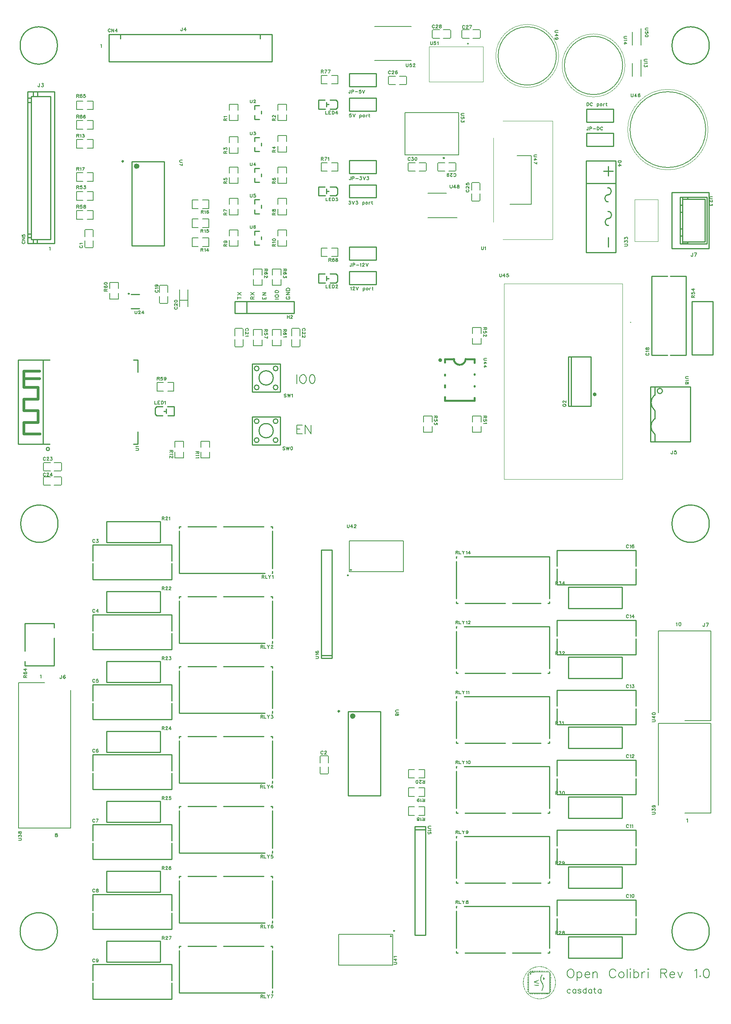
<source format=gto>
G04 Layer: TopSilkscreenLayer*
G04 EasyEDA Pro v2.1.49.573a4102.674264, 2024-03-15 18:46:32*
G04 Gerber Generator version 0.3*
G04 Scale: 100 percent, Rotated: No, Reflected: No*
G04 Dimensions in millimeters*
G04 Leading zeros omitted, absolute positions, 3 integers and 5 decimals*
%FSLAX35Y35*%
%MOMM*%
%ADD10C,0.203*%
%ADD11C,0.1524*%
%ADD12C,0.254*%
%ADD13C,0.6*%
%ADD14C,0.3*%
%ADD15C,0.1*%
%ADD16C,0.2*%
%ADD17C,0.4064*%
%ADD18C,0.127*%
%ADD19C,0.4010*%
%ADD20C,0.4*%
%ADD21C,0.2125*%
%ADD22C,0.05*%
%ADD23C,0.35*%
G75*


G04 Image Start*
G36*
G01X11243615Y-20243749D02*
G01X11226190Y-20244410D01*
G01X11217504Y-20245070D01*
G01X11197844Y-20247407D01*
G01X11178642Y-20250658D01*
G01X11159846Y-20254874D01*
G01X11141558Y-20260056D01*
G01X11125454Y-20265542D01*
G01X11109757Y-20271791D01*
G01X11094415Y-20278852D01*
G01X11079429Y-20286624D01*
G01X11064799Y-20295210D01*
G01X11049000Y-20305674D01*
G01X11033658Y-20317054D01*
G01X11018723Y-20329449D01*
G01X11004296Y-20342758D01*
G01X11000080Y-20346924D01*
G01X10986618Y-20361148D01*
G01X10974070Y-20375880D01*
G01X10962437Y-20391120D01*
G01X10951718Y-20406868D01*
G01X10941964Y-20423022D01*
G01X10933125Y-20439532D01*
G01X10925200Y-20456449D01*
G01X10918241Y-20473670D01*
G01X10912246Y-20491196D01*
G01X10907217Y-20508976D01*
G01X10903102Y-20526959D01*
G01X10900004Y-20545095D01*
G01X10897870Y-20563434D01*
G01X10896752Y-20581823D01*
G01X10896600Y-20599349D01*
G01X10907065D01*
G01X10907370Y-20574102D01*
G01X10908386Y-20557693D01*
G01X10909503Y-20547736D01*
G01X10909859Y-20545146D01*
G01X10913516Y-20525384D01*
G01X10918139Y-20506182D01*
G01X10923676Y-20487589D01*
G01X10929518Y-20471130D01*
G01X10936122Y-20455128D01*
G01X10943590Y-20439634D01*
G01X10951769Y-20424546D01*
G01X10960811Y-20409865D01*
G01X10970565Y-20395641D01*
G01X10981182Y-20381874D01*
G01X10992612Y-20368514D01*
G01X11006074Y-20354290D01*
G01X11011205Y-20349261D01*
G01X11025632Y-20336002D01*
G01X11040415Y-20323810D01*
G01X11054436Y-20313447D01*
G01X11068863Y-20303947D01*
G01X11082477Y-20295870D01*
G01X11096498Y-20288555D01*
G01X11112144Y-20281392D01*
G01X11128350Y-20274991D01*
G01X11145063Y-20269302D01*
G01X11159693Y-20265085D01*
G01X11180978Y-20259904D01*
G01X11192154Y-20257821D01*
G01X11202010Y-20256602D01*
G01X11213897Y-20255738D01*
G01X11238332Y-20255332D01*
G01X11254943Y-20255535D01*
G01X11289284Y-20256652D01*
G01X11298987Y-20257516D01*
G01X11306861Y-20258735D01*
G01X11316767Y-20260767D01*
G01X11327232Y-20263409D01*
G01X11348669Y-20269556D01*
G01X11367618Y-20276058D01*
G01X11384382Y-20282865D01*
G01X11399266Y-20289774D01*
G01X11413592Y-20297445D01*
G01X11427511Y-20305776D01*
G01X11441024Y-20314920D01*
G01X11455298Y-20325690D01*
G01X11469319Y-20337475D01*
G01X11482121Y-20349261D01*
G01X11494770Y-20362062D01*
G01X11506606Y-20375372D01*
G01X11517732Y-20389139D01*
G01X11527993Y-20403312D01*
G01X11537442Y-20417892D01*
G01X11546129Y-20432928D01*
G01X11553952Y-20448270D01*
G01X11560962Y-20463916D01*
G01X11567160Y-20479918D01*
G01X11572545Y-20496174D01*
G01X11577015Y-20512684D01*
G01X11580673Y-20529448D01*
G01X11583467Y-20546416D01*
G01X11585397Y-20563535D01*
G01X11586464Y-20580858D01*
G01X11586667Y-20598282D01*
G01X11585956Y-20615808D01*
G01X11584330Y-20633385D01*
G01X11581587Y-20652537D01*
G01X11577777Y-20671688D01*
G01X11572900Y-20690789D01*
G01X11572494Y-20692262D01*
G01X11569243Y-20702372D01*
G01X11562588Y-20719694D01*
G01X11551514Y-20744383D01*
G01X11540998Y-20764805D01*
G01X11533683Y-20777302D01*
G01X11530940Y-20781569D01*
G01X11519408Y-20797774D01*
G01X11507114Y-20813166D01*
G01X11494059Y-20827746D01*
G01X11480292Y-20841513D01*
G01X11465763Y-20854416D01*
G01X11450625Y-20866506D01*
G01X11434877Y-20877682D01*
G01X11418519Y-20887944D01*
G01X11403482Y-20896275D01*
G01X11388039Y-20903844D01*
G01X11372240Y-20910702D01*
G01X11356035Y-20916748D01*
G01X11339474Y-20921980D01*
G01X11322609Y-20926400D01*
G01X11305388Y-20930006D01*
G01X11296345Y-20931429D01*
G01X11280546Y-20932953D01*
G01X11256924Y-20934020D01*
G01X11230305Y-20933867D01*
G01X11209071Y-20932699D01*
G01X11195355Y-20931226D01*
G01X11187887Y-20930006D01*
G01X11169650Y-20926196D01*
G01X11151819Y-20921421D01*
G01X11134395Y-20915833D01*
G01X11117478Y-20909331D01*
G01X11101019Y-20902066D01*
G01X11085068Y-20893938D01*
G01X11069625Y-20885048D01*
G01X11054690Y-20875447D01*
G01X11040364Y-20865033D01*
G01X11026648Y-20853959D01*
G01X11013542Y-20842173D01*
G01X11001045Y-20829676D01*
G01X10989208Y-20816570D01*
G01X10978032Y-20802854D01*
G01X10967568Y-20788478D01*
G01X10957865Y-20773593D01*
G01X10948873Y-20758099D01*
G01X10940644Y-20742046D01*
G01X10933227Y-20725536D01*
G01X10926572Y-20708468D01*
G01X10920781Y-20690992D01*
G01X10915853Y-20673009D01*
G01X10911789Y-20654670D01*
G01X10910824Y-20649590D01*
G01X10909452Y-20640192D01*
G01X10907979Y-20624343D01*
G01X10907065Y-20599349D01*
G01X10896600D01*
G01Y-20600314D01*
G01X10897413Y-20618806D01*
G01X10899242Y-20637348D01*
G01X10902086Y-20655788D01*
G01X10905947Y-20674178D01*
G01X10910824Y-20692466D01*
G01X10916717Y-20710601D01*
G01X10923626Y-20728534D01*
G01X10931601Y-20746263D01*
G01X10933938Y-20751038D01*
G01X10942371Y-20766938D01*
G01X10951566Y-20782280D01*
G01X10961522Y-20797063D01*
G01X10972140Y-20811287D01*
G01X10983468Y-20824901D01*
G01X10995457Y-20837906D01*
G01X11008055Y-20850301D01*
G01X11021212Y-20861985D01*
G01X11034979Y-20873060D01*
G01X11049254Y-20883372D01*
G01X11064088Y-20892922D01*
G01X11079328Y-20901762D01*
G01X11095076Y-20909839D01*
G01X11111230Y-20917052D01*
G01X11127842Y-20923504D01*
G01X11144758Y-20929092D01*
G01X11167720Y-20935391D01*
G01X11182807Y-20938642D01*
G01X11196066Y-20940878D01*
G01X11211154Y-20942503D01*
G01X11230508Y-20943570D01*
G01X11246663Y-20943824D01*
G01X11271098Y-20943265D01*
G01X11288268Y-20941944D01*
G01X11301679Y-20940217D01*
G01X11316462Y-20937474D01*
G01X11333480Y-20933359D01*
G01X11348568Y-20929092D01*
G01X11365484Y-20923504D01*
G01X11382045Y-20917052D01*
G01X11398199Y-20909839D01*
G01X11413947Y-20901762D01*
G01X11429238Y-20892922D01*
G01X11444021Y-20883372D01*
G01X11458346Y-20873060D01*
G01X11472062Y-20861985D01*
G01X11485270Y-20850301D01*
G01X11497869Y-20837906D01*
G01X11509807Y-20824901D01*
G01X11521135Y-20811287D01*
G01X11531803Y-20797063D01*
G01X11541709Y-20782280D01*
G01X11550955Y-20766938D01*
G01X11559388Y-20751038D01*
G01X11567516Y-20733664D01*
G01X11574628Y-20715986D01*
G01X11580724Y-20698104D01*
G01X11585854Y-20680020D01*
G01X11589969Y-20661782D01*
G01X11593119Y-20643444D01*
G01X11595252Y-20625003D01*
G01X11596421Y-20606563D01*
G01X11596573Y-20588072D01*
G01X11595760Y-20569580D01*
G01X11593932Y-20551191D01*
G01X11591138Y-20532903D01*
G01X11587378Y-20514767D01*
G01X11582603Y-20496733D01*
G01X11576914Y-20478953D01*
G01X11570208Y-20461427D01*
G01X11562537Y-20444155D01*
G01X11553901Y-20427188D01*
G01X11544351Y-20410627D01*
G01X11537137Y-20399350D01*
G01X11526977Y-20384922D01*
G01X11516055Y-20371054D01*
G01X11504524Y-20357846D01*
G01X11492332Y-20345248D01*
G01X11479581Y-20333310D01*
G01X11465103Y-20321118D01*
G01X11449964Y-20309688D01*
G01X11434318Y-20299121D01*
G01X11418113Y-20289418D01*
G01X11401450Y-20280579D01*
G01X11384382Y-20272654D01*
G01X11366906Y-20265593D01*
G01X11349126Y-20259497D01*
G01X11330991Y-20254366D01*
G01X11312652Y-20250201D01*
G01X11295583Y-20247254D01*
G01X11278311Y-20245172D01*
G01X11260988Y-20244003D01*
G37*
G36*
G01X11381740Y-20339609D02*
G01X11381740Y-20363637D01*
G01X11362792D01*
G01Y-20339914D01*
G01X11354613D01*
G01X11351971Y-20339964D01*
G01X11350854Y-20340015D01*
G01X11349939Y-20340117D01*
G01X11349126Y-20340269D01*
G01X11348466Y-20340523D01*
G01X11347856Y-20340879D01*
G01X11347399Y-20341387D01*
G01X11347044Y-20341996D01*
G01X11346739Y-20342708D01*
G01X11346485Y-20343622D01*
G01X11346282Y-20344740D01*
G01X11345977Y-20347483D01*
G01X11345723Y-20351191D01*
G01X11345316Y-20356373D01*
G01X11345164Y-20357643D01*
G01X11344961Y-20358760D01*
G01X11344707Y-20359675D01*
G01X11344351Y-20360488D01*
G01X11343945Y-20361097D01*
G01X11343437Y-20361605D01*
G01X11342827Y-20362012D01*
G01X11342116Y-20362316D01*
G01X11341252Y-20362570D01*
G01X11340186Y-20362774D01*
G01X11336122Y-20363180D01*
G01X11327232Y-20363942D01*
G01Y-20339914D01*
G01X11308283D01*
G01Y-20363637D01*
G01X11291672D01*
G01Y-20339914D01*
G01X11272723D01*
G01Y-20363637D01*
G01X11256112D01*
G01Y-20339914D01*
G01X11237163D01*
G01Y-20363942D01*
G01X11228273Y-20363180D01*
G01X11224209Y-20362774D01*
G01X11223193Y-20362570D01*
G01X11222330Y-20362316D01*
G01X11221568Y-20362012D01*
G01X11220958Y-20361605D01*
G01X11220450Y-20361097D01*
G01X11220044Y-20360488D01*
G01X11219739Y-20359675D01*
G01X11219434Y-20358760D01*
G01X11219231Y-20357643D01*
G01X11218926Y-20354900D01*
G01X11218672Y-20351191D01*
G01X11218266Y-20346010D01*
G01X11218113Y-20344740D01*
G01X11217910Y-20343622D01*
G01X11217656Y-20342708D01*
G01X11217351Y-20341996D01*
G01X11216996Y-20341387D01*
G01X11216538Y-20340879D01*
G01X11215980Y-20340523D01*
G01X11215268Y-20340269D01*
G01X11214506Y-20340117D01*
G01X11213541Y-20340015D01*
G01X11211204Y-20339914D01*
G01X11201654D01*
G01Y-20363637D01*
G01X11182655D01*
G01Y-20339914D01*
G01X11163706D01*
G01Y-20363637D01*
G01X11147146D01*
G01Y-20339914D01*
G01X11128146D01*
G01Y-20363637D01*
G01X11111586D01*
G01Y-20339914D01*
G01X11092637D01*
G01Y-20363942D01*
G01X11083747Y-20363180D01*
G01X11079632Y-20362774D01*
G01X11078616Y-20362570D01*
G01X11077753Y-20362316D01*
G01X11076991Y-20362012D01*
G01X11076381Y-20361605D01*
G01X11075873Y-20361097D01*
G01X11075467Y-20360488D01*
G01X11075162Y-20359675D01*
G01X11074908Y-20358760D01*
G01X11074705Y-20357643D01*
G01X11074400Y-20354900D01*
G01X11074146Y-20351191D01*
G01X11073740Y-20346010D01*
G01X11073587Y-20344740D01*
G01X11073384Y-20343622D01*
G01X11073130Y-20342708D01*
G01X11072825Y-20341996D01*
G01X11072419Y-20341387D01*
G01X11071962Y-20340879D01*
G01X11071403Y-20340523D01*
G01X11070742Y-20340269D01*
G01X11069930Y-20340117D01*
G01X11068964Y-20340015D01*
G01X11066678Y-20339914D01*
G01X11057077D01*
G01Y-20363637D01*
G01X11038586D01*
G01X11030763Y-20363840D01*
G01X11025835Y-20364247D01*
G01X11023041Y-20364602D01*
G01X11020704Y-20365060D01*
G01X11019739Y-20365314D01*
G01X11018926Y-20365568D01*
G01X11018215Y-20365872D01*
G01X11017656Y-20366177D01*
G01X11017250Y-20366482D01*
G01X11016640Y-20367396D01*
G01X11016082Y-20368920D01*
G01X11015624Y-20370902D01*
G01X11015218Y-20373340D01*
G01X11014608Y-20379385D01*
G01X11014405Y-20386650D01*
G01Y-20403972D01*
G01X10990732D01*
G01Y-20422972D01*
G01X11014405D01*
G01Y-20439583D01*
G01X10990732D01*
G01Y-20458532D01*
G01X11014710D01*
G01X11013948Y-20467472D01*
G01X11013542Y-20471536D01*
G01X11013338Y-20472552D01*
G01X11013084Y-20473467D01*
G01X11012780Y-20474178D01*
G01X11012373Y-20474788D01*
G01X11011865Y-20475296D01*
G01X11011256Y-20475702D01*
G01X11010494Y-20476058D01*
G01X11009528Y-20476312D01*
G01X11008462Y-20476515D01*
G01X11005668Y-20476820D01*
G01X11001959Y-20477074D01*
G01X10996828Y-20477480D01*
G01X10995508Y-20477632D01*
G01X10994441Y-20477836D01*
G01X10993526Y-20478090D01*
G01X10992764Y-20478394D01*
G01X10992155Y-20478750D01*
G01X10991698Y-20479258D01*
G01X10991342Y-20479817D01*
G01X10991088Y-20480477D01*
G01X10990936Y-20481290D01*
G01X10990783Y-20482204D01*
G01X10990732Y-20484541D01*
G01Y-20494142D01*
G01X11014405D01*
G01Y-20513142D01*
G01X10990732D01*
G01Y-20532090D01*
G01X11014405D01*
G01Y-20548702D01*
G01X10990732D01*
G01Y-20567701D01*
G01X11014405D01*
G01Y-20584312D01*
G01X10990732D01*
G01Y-20596200D01*
G01X11024464D01*
G01X11024870Y-20377252D01*
G01X11024921Y-20376388D01*
G01X11024972Y-20376185D01*
G01Y-20376083D01*
G01X11025683Y-20375677D01*
G01X11027613Y-20375321D01*
G01X11035436Y-20374661D01*
G01X11245393Y-20373137D01*
G01X11464696D01*
G01Y-20814487D01*
G01X11244885Y-20813878D01*
G01X11025073Y-20813319D01*
G01X11024464Y-20596200D01*
G01X10990732D01*
G01Y-20603312D01*
G01X11014405D01*
G01Y-20614132D01*
G01X11014304Y-20615250D01*
G01X11014202Y-20616164D01*
G01X11014050Y-20616977D01*
G01X11013796Y-20617637D01*
G01X11013440Y-20618196D01*
G01X11012932Y-20618704D01*
G01X11012373Y-20619060D01*
G01X11011611Y-20619364D01*
G01X11010697Y-20619618D01*
G01X11009579Y-20619822D01*
G01X11006836Y-20620126D01*
G01X11003178Y-20620380D01*
G01X10997997Y-20620787D01*
G01X10996676Y-20620939D01*
G01X10995558Y-20621142D01*
G01X10994644Y-20621396D01*
G01X10993882Y-20621752D01*
G01X10993272Y-20622158D01*
G01X10992764Y-20622666D01*
G01X10992358Y-20623276D01*
G01X10992002Y-20623987D01*
G01X10991799Y-20624851D01*
G01X10991596Y-20625918D01*
G01X10991190Y-20629982D01*
G01X10990428Y-20638872D01*
G01X11014710D01*
G01X11013948Y-20647812D01*
G01X11013542Y-20651876D01*
G01X11013338Y-20652892D01*
G01X11013084Y-20653807D01*
G01X11012780Y-20654518D01*
G01X11012373Y-20655128D01*
G01X11011865Y-20655636D01*
G01X11011205Y-20656042D01*
G01X11010443Y-20656398D01*
G01X11009528Y-20656652D01*
G01X11008411Y-20656855D01*
G01X11005566Y-20657160D01*
G01X11001858Y-20657414D01*
G01X10990428Y-20658125D01*
G01X10991190Y-20666913D01*
G01X10991596Y-20670926D01*
G01X10991799Y-20671942D01*
G01X10992053Y-20672806D01*
G01X10992358Y-20673517D01*
G01X10992764Y-20674127D01*
G01X10993272Y-20674635D01*
G01X10993882Y-20675041D01*
G01X10994695Y-20675346D01*
G01X10995609Y-20675600D01*
G01X10996676Y-20675803D01*
G01X10999470Y-20676159D01*
G01X11003178Y-20676413D01*
G01X11008309Y-20676768D01*
G01X11009579Y-20676972D01*
G01X11010697Y-20677124D01*
G01X11011611Y-20677378D01*
G01X11012373Y-20677683D01*
G01X11012932Y-20678089D01*
G01X11013440Y-20678546D01*
G01X11013796Y-20679105D01*
G01X11014050Y-20679816D01*
G01X11014202Y-20680578D01*
G01X11014304Y-20681544D01*
G01X11014405Y-20683880D01*
G01Y-20693482D01*
G01X10990732D01*
G01Y-20712430D01*
G01X11014405D01*
G01Y-20729042D01*
G01X10990732D01*
G01Y-20748041D01*
G01X11014405D01*
G01Y-20764652D01*
G01X10990732D01*
G01Y-20783652D01*
G01X11014405D01*
G01Y-20801279D01*
G01X11014608Y-20808696D01*
G01X11014862Y-20811744D01*
G01X11015269Y-20814487D01*
G01X11015523Y-20815706D01*
G01X11015828Y-20816824D01*
G01X11016183Y-20817891D01*
G01X11016590Y-20818856D01*
G01X11017047Y-20819770D01*
G01X11017555Y-20820634D01*
G01X11018114Y-20821345D01*
G01X11018774Y-20822056D01*
G01X11019485Y-20822666D01*
G01X11020247Y-20823276D01*
G01X11021060Y-20823784D01*
G01X11021974Y-20824190D01*
G01X11022990Y-20824596D01*
G01X11024057Y-20824952D01*
G01X11025226Y-20825257D01*
G01X11027766Y-20825714D01*
G01X11030712Y-20826070D01*
G01X11035843Y-20826324D01*
G01X11054690D01*
G01Y-20847710D01*
G01X11073638D01*
G01Y-20837042D01*
G01X11073740Y-20832115D01*
G01X11073790Y-20830896D01*
G01X11073943Y-20829829D01*
G01X11074095Y-20828965D01*
G01X11074349Y-20828254D01*
G01X11074705Y-20827695D01*
G01X11075162Y-20827238D01*
G01X11075721Y-20826933D01*
G01X11076381Y-20826679D01*
G01X11077194Y-20826527D01*
G01X11078108Y-20826425D01*
G01X11081969Y-20826324D01*
G01X11085779Y-20826425D01*
G01X11086744Y-20826527D01*
G01X11087557Y-20826679D01*
G01X11088218Y-20826933D01*
G01X11088776Y-20827238D01*
G01X11089183Y-20827695D01*
G01X11089538Y-20828254D01*
G01X11089792Y-20828965D01*
G01X11089996Y-20829829D01*
G01X11090097Y-20830896D01*
G01X11090250Y-20833537D01*
G01Y-20847710D01*
G01X11109198D01*
G01Y-20826324D01*
G01X11128146D01*
G01Y-20847964D01*
G01X11137036Y-20847253D01*
G01X11141100Y-20846847D01*
G01X11142116Y-20846644D01*
G01X11142980Y-20846390D01*
G01X11143691Y-20846085D01*
G01X11144301Y-20845729D01*
G01X11144809Y-20845221D01*
G01X11145266Y-20844662D01*
G01X11145571Y-20843951D01*
G01X11145876Y-20843138D01*
G01X11146079Y-20842173D01*
G01X11146384Y-20839684D01*
G01X11146688Y-20836433D01*
G01X11147095Y-20831861D01*
G01X11147247Y-20830743D01*
G01X11147450Y-20829778D01*
G01X11147704Y-20828965D01*
G01X11148009Y-20828254D01*
G01X11148416Y-20827746D01*
G01X11148873Y-20827289D01*
G01X11149432Y-20826984D01*
G01X11150143Y-20826730D01*
G01X11150956Y-20826527D01*
G01X11151870Y-20826425D01*
G01X11154156Y-20826374D01*
G01X11155578Y-20826324D01*
G01X11159287Y-20826425D01*
G01X11160252Y-20826527D01*
G01X11161014Y-20826679D01*
G01X11161674Y-20826933D01*
G01X11162233Y-20827289D01*
G01X11162690Y-20827695D01*
G01X11162995Y-20828305D01*
G01X11163249Y-20829016D01*
G01X11163452Y-20829880D01*
G01X11163554Y-20830896D01*
G01X11163706Y-20833537D01*
G01Y-20847710D01*
G01X11182655D01*
G01Y-20837042D01*
G01X11182706Y-20832115D01*
G01X11182807Y-20830896D01*
G01X11182909Y-20829829D01*
G01X11183112Y-20828965D01*
G01X11183366Y-20828254D01*
G01X11183722Y-20827695D01*
G01X11184179Y-20827238D01*
G01X11184738Y-20826933D01*
G01X11185398Y-20826679D01*
G01X11186211Y-20826527D01*
G01X11187125Y-20826425D01*
G01X11190986Y-20826324D01*
G01X11194796Y-20826425D01*
G01X11195761Y-20826527D01*
G01X11196523Y-20826679D01*
G01X11197234Y-20826933D01*
G01X11197742Y-20827238D01*
G01X11198200Y-20827695D01*
G01X11198555Y-20828254D01*
G01X11198809Y-20828965D01*
G01X11199012Y-20829829D01*
G01X11199114Y-20830896D01*
G01X11199266Y-20833537D01*
G01Y-20847710D01*
G01X11218215D01*
G01Y-20837042D01*
G01X11218266Y-20832115D01*
G01X11218367Y-20830896D01*
G01X11218469Y-20829829D01*
G01X11218672Y-20828965D01*
G01X11218926Y-20828254D01*
G01X11219282Y-20827695D01*
G01X11219688Y-20827238D01*
G01X11220247Y-20826933D01*
G01X11220958Y-20826679D01*
G01X11221720Y-20826527D01*
G01X11222685Y-20826425D01*
G01X11226495Y-20826324D01*
G01X11230356Y-20826425D01*
G01X11231270Y-20826527D01*
G01X11232083Y-20826679D01*
G01X11232744Y-20826933D01*
G01X11233302Y-20827238D01*
G01X11233760Y-20827695D01*
G01X11234115Y-20828254D01*
G01X11234369Y-20828965D01*
G01X11234522Y-20829829D01*
G01X11234674Y-20830896D01*
G01X11234776Y-20833537D01*
G01X11234826Y-20837042D01*
G01Y-20847710D01*
G01X11253775D01*
G01Y-20826324D01*
G01X11272723D01*
G01Y-20837042D01*
G01X11272774Y-20841970D01*
G01X11272876Y-20843189D01*
G01X11272977Y-20844205D01*
G01X11273180Y-20845069D01*
G01X11273434Y-20845780D01*
G01X11273790Y-20846339D01*
G01X11274196Y-20846796D01*
G01X11274755Y-20847101D01*
G01X11275416Y-20847355D01*
G01X11276228Y-20847507D01*
G01X11277194Y-20847609D01*
G01X11281004Y-20847710D01*
G01X11284864Y-20847609D01*
G01X11285779Y-20847507D01*
G01X11286592Y-20847355D01*
G01X11287252Y-20847101D01*
G01X11287811Y-20846796D01*
G01X11288268Y-20846339D01*
G01X11288624Y-20845780D01*
G01X11288878Y-20845069D01*
G01X11289030Y-20844205D01*
G01X11289182Y-20843189D01*
G01X11289284Y-20840548D01*
G01X11289335Y-20837042D01*
G01Y-20826324D01*
G01X11308283D01*
G01Y-20847710D01*
G01X11327232D01*
G01Y-20837042D01*
G01X11327282Y-20832115D01*
G01X11327384Y-20830896D01*
G01X11327486Y-20829829D01*
G01X11327689Y-20828965D01*
G01X11327943Y-20828254D01*
G01X11328298Y-20827695D01*
G01X11328705Y-20827238D01*
G01X11329264Y-20826933D01*
G01X11329924Y-20826679D01*
G01X11330737Y-20826527D01*
G01X11331702Y-20826425D01*
G01X11335512Y-20826324D01*
G01X11339373Y-20826425D01*
G01X11340287Y-20826527D01*
G01X11341100Y-20826679D01*
G01X11341760Y-20826933D01*
G01X11342319Y-20827238D01*
G01X11342776Y-20827695D01*
G01X11343132Y-20828254D01*
G01X11343386Y-20828965D01*
G01X11343538Y-20829829D01*
G01X11343691Y-20830896D01*
G01X11343792Y-20833537D01*
G01X11343843Y-20837042D01*
G01Y-20847710D01*
G01X11362792D01*
G01Y-20837042D01*
G01X11362842Y-20832115D01*
G01X11362893Y-20830896D01*
G01X11363046Y-20829829D01*
G01X11363249Y-20828965D01*
G01X11363503Y-20828254D01*
G01X11363808Y-20827695D01*
G01X11364265Y-20827238D01*
G01X11364824Y-20826933D01*
G01X11365484Y-20826679D01*
G01X11366297Y-20826527D01*
G01X11367262Y-20826425D01*
G01X11371072Y-20826324D01*
G01X11374882Y-20826425D01*
G01X11375847Y-20826527D01*
G01X11376660Y-20826679D01*
G01X11377320Y-20826933D01*
G01X11377879Y-20827238D01*
G01X11378336Y-20827695D01*
G01X11378641Y-20828254D01*
G01X11378895Y-20828965D01*
G01X11379098Y-20829829D01*
G01X11379251Y-20830896D01*
G01X11379352Y-20833537D01*
G01Y-20847710D01*
G01X11398301D01*
G01Y-20837042D01*
G01X11398402Y-20832115D01*
G01X11398453Y-20830896D01*
G01X11398606Y-20829880D01*
G01X11398758Y-20829016D01*
G01X11399012Y-20828305D01*
G01X11399368Y-20827695D01*
G01X11399825Y-20827289D01*
G01X11400333Y-20826933D01*
G01X11400993Y-20826679D01*
G01X11401806Y-20826527D01*
G01X11402720Y-20826425D01*
G01X11406480Y-20826324D01*
G01X11409121Y-20826374D01*
G01X11410188Y-20826425D01*
G01X11411102Y-20826527D01*
G01X11411915Y-20826730D01*
G01X11412576Y-20826984D01*
G01X11413134Y-20827289D01*
G01X11413642Y-20827746D01*
G01X11413998Y-20828254D01*
G01X11414354Y-20828965D01*
G01X11414608Y-20829778D01*
G01X11414811Y-20830743D01*
G01X11415116Y-20833182D01*
G01X11415370Y-20836433D01*
G01X11415776Y-20841005D01*
G01X11415979Y-20842173D01*
G01X11416182Y-20843138D01*
G01X11416436Y-20843951D01*
G01X11416792Y-20844662D01*
G01X11417198Y-20845221D01*
G01X11417706Y-20845729D01*
G01X11418316Y-20846085D01*
G01X11419078Y-20846390D01*
G01X11419942Y-20846644D01*
G01X11420958Y-20846847D01*
G01X11424971Y-20847253D01*
G01X11433861Y-20847964D01*
G01Y-20826882D01*
G01X11451895Y-20825968D01*
G01X11459362Y-20825409D01*
G01X11462461Y-20825054D01*
G01X11465154Y-20824596D01*
G01X11467490Y-20823936D01*
G01X11468557Y-20823580D01*
G01X11469522Y-20823174D01*
G01X11470386Y-20822666D01*
G01X11471199Y-20822158D01*
G01X11471910Y-20821599D01*
G01X11472621Y-20820939D01*
G01X11473180Y-20820278D01*
G01X11473739Y-20819516D01*
G01X11474196Y-20818653D01*
G01X11474653Y-20817738D01*
G01X11475009Y-20816773D01*
G01X11475314Y-20815706D01*
G01X11475822Y-20813319D01*
G01X11476177Y-20810576D01*
G01X11476431Y-20805750D01*
G01X11476533Y-20799908D01*
G01Y-20783906D01*
G01X11487760Y-20783194D01*
G01X11492941Y-20782788D01*
G01X11494262Y-20782636D01*
G01X11495329Y-20782432D01*
G01X11496243Y-20782178D01*
G01X11497005Y-20781874D01*
G01X11497615Y-20781467D01*
G01X11498072Y-20781010D01*
G01X11498428Y-20780400D01*
G01X11498682Y-20779740D01*
G01X11498834Y-20778927D01*
G01X11498936Y-20777962D01*
G01X11499037Y-20774152D01*
G01X11498936Y-20770291D01*
G01X11498834Y-20769377D01*
G01X11498682Y-20768564D01*
G01X11498428Y-20767853D01*
G01X11498072Y-20767294D01*
G01X11497615Y-20766837D01*
G01X11497005Y-20766430D01*
G01X11496243Y-20766126D01*
G01X11495329Y-20765872D01*
G01X11494262Y-20765668D01*
G01X11491468Y-20765364D01*
G01X11487760Y-20765110D01*
G01X11482629Y-20764703D01*
G01X11481359Y-20764551D01*
G01X11480292Y-20764348D01*
G01X11479378Y-20764094D01*
G01X11478616Y-20763789D01*
G01X11478006Y-20763433D01*
G01X11477549Y-20762976D01*
G01X11477193Y-20762417D01*
G01X11476888Y-20761757D01*
G01X11476736Y-20760944D01*
G01X11476634Y-20760030D01*
G01X11476533Y-20757744D01*
G01Y-20753730D01*
G01X11476634Y-20752664D01*
G01X11476736Y-20751749D01*
G01X11476888Y-20750936D01*
G01X11477193Y-20750276D01*
G01X11477549Y-20749717D01*
G01X11478006Y-20749260D01*
G01X11478616Y-20748904D01*
G01X11479378Y-20748600D01*
G01X11480292Y-20748346D01*
G01X11481359Y-20748142D01*
G01X11484102Y-20747838D01*
G01X11487760Y-20747584D01*
G01X11492941Y-20747177D01*
G01X11494262Y-20747025D01*
G01X11495329Y-20746822D01*
G01X11496243Y-20746568D01*
G01X11497005Y-20746263D01*
G01X11497615Y-20745856D01*
G01X11498072Y-20745399D01*
G01X11498428Y-20744840D01*
G01X11498682Y-20744129D01*
G01X11498834Y-20743316D01*
G01X11498936Y-20742351D01*
G01X11499037Y-20738541D01*
G01X11498936Y-20734731D01*
G01X11498834Y-20733766D01*
G01X11498682Y-20732953D01*
G01X11498428Y-20732293D01*
G01X11498072Y-20731683D01*
G01X11497615Y-20731226D01*
G01X11497005Y-20730820D01*
G01X11496243Y-20730515D01*
G01X11495329Y-20730261D01*
G01X11494262Y-20730058D01*
G01X11491468Y-20729753D01*
G01X11487760Y-20729499D01*
G01X11482629Y-20729143D01*
G01X11481359Y-20728940D01*
G01X11480292Y-20728788D01*
G01X11479378Y-20728534D01*
G01X11478616Y-20728229D01*
G01X11478006Y-20727822D01*
G01X11477549Y-20727365D01*
G01X11477193Y-20726806D01*
G01X11476888Y-20726146D01*
G01X11476736Y-20725384D01*
G01X11476634Y-20724419D01*
G01X11476533Y-20722133D01*
G01Y-20718120D01*
G01X11476634Y-20717053D01*
G01X11476736Y-20716138D01*
G01X11476888Y-20715376D01*
G01X11477193Y-20714665D01*
G01X11477549Y-20714106D01*
G01X11478006Y-20713649D01*
G01X11478616Y-20713294D01*
G01X11479378Y-20712989D01*
G01X11480292Y-20712735D01*
G01X11481359Y-20712532D01*
G01X11484102Y-20712227D01*
G01X11487760Y-20711973D01*
G01X11492941Y-20711566D01*
G01X11494262Y-20711414D01*
G01X11495329Y-20711211D01*
G01X11496243Y-20711008D01*
G01X11497005Y-20710652D01*
G01X11497615Y-20710296D01*
G01X11498072Y-20709788D01*
G01X11498428Y-20709230D01*
G01X11498682Y-20708569D01*
G01X11498834Y-20707756D01*
G01X11498936Y-20706791D01*
G01X11499037Y-20702981D01*
G01X11498936Y-20699120D01*
G01X11498834Y-20698155D01*
G01X11498682Y-20697342D01*
G01X11498428Y-20696682D01*
G01X11498072Y-20696123D01*
G01X11497615Y-20695615D01*
G01X11497005Y-20695260D01*
G01X11496243Y-20694955D01*
G01X11495329Y-20694701D01*
G01X11494262Y-20694498D01*
G01X11491468Y-20694193D01*
G01X11487760Y-20693939D01*
G01X11482629Y-20693532D01*
G01X11481359Y-20693380D01*
G01X11480292Y-20693177D01*
G01X11479378Y-20692923D01*
G01X11478616Y-20692618D01*
G01X11478006Y-20692262D01*
G01X11477549Y-20691805D01*
G01X11477193Y-20691246D01*
G01X11476888Y-20690535D01*
G01X11476736Y-20689773D01*
G01X11476634Y-20688859D01*
G01X11476533Y-20686573D01*
G01Y-20682560D01*
G01X11476634Y-20681493D01*
G01X11476736Y-20680528D01*
G01X11476888Y-20679766D01*
G01X11477193Y-20679105D01*
G01X11477549Y-20678546D01*
G01X11478006Y-20678089D01*
G01X11478616Y-20677683D01*
G01X11479378Y-20677378D01*
G01X11480292Y-20677124D01*
G01X11481359Y-20676972D01*
G01X11484102Y-20676667D01*
G01X11487760Y-20676413D01*
G01X11492941Y-20676006D01*
G01X11494262Y-20675854D01*
G01X11495329Y-20675651D01*
G01X11496243Y-20675397D01*
G01X11497005Y-20675092D01*
G01X11497615Y-20674686D01*
G01X11498072Y-20674228D01*
G01X11498428Y-20673670D01*
G01X11498682Y-20672958D01*
G01X11498834Y-20672146D01*
G01X11498936Y-20671180D01*
G01X11499037Y-20667370D01*
G01X11498936Y-20663560D01*
G01X11498834Y-20662595D01*
G01X11498682Y-20661782D01*
G01X11498428Y-20661071D01*
G01X11498072Y-20660512D01*
G01X11497615Y-20660055D01*
G01X11497005Y-20659649D01*
G01X11496243Y-20659344D01*
G01X11495329Y-20659090D01*
G01X11494262Y-20658887D01*
G01X11491468Y-20658582D01*
G01X11487760Y-20658328D01*
G01X11476533Y-20657617D01*
G01Y-20638872D01*
G01X11500510D01*
G01X11499799Y-20629982D01*
G01X11499342Y-20625918D01*
G01X11499139Y-20624851D01*
G01X11498936Y-20623987D01*
G01X11498580Y-20623276D01*
G01X11498174Y-20622666D01*
G01X11497666Y-20622158D01*
G01X11497056Y-20621752D01*
G01X11496294Y-20621396D01*
G01X11495380Y-20621142D01*
G01X11494262Y-20620939D01*
G01X11491468Y-20620634D01*
G01X11487760Y-20620380D01*
G01X11482629Y-20619974D01*
G01X11481359Y-20619822D01*
G01X11480292Y-20619618D01*
G01X11479378Y-20619364D01*
G01X11478616Y-20619060D01*
G01X11478006Y-20618704D01*
G01X11477549Y-20618247D01*
G01X11477193Y-20617688D01*
G01X11476888Y-20616977D01*
G01X11476736Y-20616215D01*
G01X11476634Y-20615300D01*
G01X11476533Y-20613014D01*
G01Y-20609001D01*
G01X11476634Y-20607934D01*
G01X11476736Y-20606969D01*
G01X11476888Y-20606207D01*
G01X11477193Y-20605547D01*
G01X11477549Y-20604988D01*
G01X11478006Y-20604531D01*
G01X11478616Y-20604124D01*
G01X11479378Y-20603820D01*
G01X11480292Y-20603566D01*
G01X11481359Y-20603413D01*
G01X11484102Y-20603108D01*
G01X11487760Y-20602854D01*
G01X11492941Y-20602448D01*
G01X11494262Y-20602296D01*
G01X11495329Y-20602092D01*
G01X11496243Y-20601838D01*
G01X11497005Y-20601534D01*
G01X11497615Y-20601127D01*
G01X11498072Y-20600670D01*
G01X11498428Y-20600111D01*
G01X11498682Y-20599400D01*
G01X11498834Y-20598587D01*
G01X11498936Y-20597622D01*
G01X11499037Y-20593812D01*
G01X11498936Y-20590002D01*
G01X11498834Y-20589037D01*
G01X11498682Y-20588224D01*
G01X11498428Y-20587513D01*
G01X11498072Y-20586954D01*
G01X11497615Y-20586497D01*
G01X11497005Y-20586090D01*
G01X11496243Y-20585786D01*
G01X11495329Y-20585532D01*
G01X11494262Y-20585328D01*
G01X11491468Y-20585024D01*
G01X11487760Y-20584770D01*
G01X11482629Y-20584363D01*
G01X11481359Y-20584211D01*
G01X11480292Y-20584008D01*
G01X11479378Y-20583754D01*
G01X11478616Y-20583449D01*
G01X11478006Y-20583093D01*
G01X11477549Y-20582636D01*
G01X11477193Y-20582077D01*
G01X11476888Y-20581417D01*
G01X11476736Y-20580604D01*
G01X11476634Y-20579690D01*
G01X11476533Y-20577404D01*
G01Y-20573390D01*
G01X11476634Y-20572324D01*
G01X11476736Y-20571409D01*
G01X11476888Y-20570596D01*
G01X11477193Y-20569936D01*
G01X11477549Y-20569377D01*
G01X11478006Y-20568920D01*
G01X11478616Y-20568564D01*
G01X11479378Y-20568260D01*
G01X11480292Y-20568006D01*
G01X11481359Y-20567802D01*
G01X11484102Y-20567498D01*
G01X11487760Y-20567244D01*
G01X11492941Y-20566837D01*
G01X11494262Y-20566685D01*
G01X11495329Y-20566482D01*
G01X11496243Y-20566228D01*
G01X11497005Y-20565923D01*
G01X11497615Y-20565567D01*
G01X11498072Y-20565059D01*
G01X11498428Y-20564500D01*
G01X11498682Y-20563789D01*
G01X11498834Y-20562976D01*
G01X11498936Y-20562062D01*
G01X11499037Y-20558201D01*
G01X11498936Y-20554391D01*
G01X11498834Y-20553426D01*
G01X11498682Y-20552613D01*
G01X11498428Y-20551953D01*
G01X11498072Y-20551343D01*
G01X11497615Y-20550886D01*
G01X11497005Y-20550480D01*
G01X11496243Y-20550175D01*
G01X11495329Y-20549921D01*
G01X11494262Y-20549718D01*
G01X11491468Y-20549464D01*
G01X11487760Y-20549210D01*
G01X11482629Y-20548803D01*
G01X11481359Y-20548651D01*
G01X11480292Y-20548448D01*
G01X11479378Y-20548194D01*
G01X11478616Y-20547889D01*
G01X11478006Y-20547482D01*
G01X11477549Y-20547025D01*
G01X11477193Y-20546466D01*
G01X11476888Y-20545806D01*
G01X11476736Y-20545044D01*
G01X11476634Y-20544130D01*
G01X11476533Y-20541793D01*
G01Y-20537780D01*
G01X11476634Y-20536713D01*
G01X11476736Y-20535798D01*
G01X11476888Y-20535036D01*
G01X11477193Y-20534376D01*
G01X11477549Y-20533817D01*
G01X11478006Y-20533309D01*
G01X11478616Y-20532954D01*
G01X11479378Y-20532649D01*
G01X11480292Y-20532395D01*
G01X11481359Y-20532192D01*
G01X11484102Y-20531887D01*
G01X11487760Y-20531633D01*
G01X11492941Y-20531277D01*
G01X11494262Y-20531074D01*
G01X11495329Y-20530871D01*
G01X11496243Y-20530668D01*
G01X11497005Y-20530312D01*
G01X11497615Y-20529956D01*
G01X11498072Y-20529499D01*
G01X11498428Y-20528890D01*
G01X11498682Y-20528229D01*
G01X11498834Y-20527416D01*
G01X11498936Y-20526451D01*
G01X11499037Y-20522641D01*
G01X11498936Y-20518780D01*
G01X11498834Y-20517866D01*
G01X11498682Y-20517002D01*
G01X11498428Y-20516342D01*
G01X11498072Y-20515783D01*
G01X11497615Y-20515275D01*
G01X11497005Y-20514920D01*
G01X11496243Y-20514615D01*
G01X11495329Y-20514361D01*
G01X11494262Y-20514158D01*
G01X11491468Y-20513853D01*
G01X11487760Y-20513599D01*
G01X11476533Y-20512888D01*
G01Y-20494142D01*
G01X11500206D01*
G01Y-20477531D01*
G01X11476533D01*
G01Y-20458836D01*
G01X11487760Y-20458074D01*
G01X11492941Y-20457719D01*
G01X11494262Y-20457516D01*
G01X11495329Y-20457312D01*
G01X11496243Y-20457109D01*
G01X11497005Y-20456754D01*
G01X11497615Y-20456398D01*
G01X11498072Y-20455941D01*
G01X11498428Y-20455331D01*
G01X11498682Y-20454671D01*
G01X11498834Y-20453858D01*
G01X11498936Y-20452893D01*
G01X11499037Y-20449083D01*
G01X11498936Y-20445222D01*
G01X11498834Y-20444308D01*
G01X11498682Y-20443495D01*
G01X11498428Y-20442784D01*
G01X11498072Y-20442225D01*
G01X11497615Y-20441717D01*
G01X11497005Y-20441361D01*
G01X11496243Y-20441056D01*
G01X11495329Y-20440802D01*
G01X11494262Y-20440599D01*
G01X11491468Y-20440294D01*
G01X11487760Y-20440040D01*
G01X11482629Y-20439634D01*
G01X11481359Y-20439482D01*
G01X11480292Y-20439278D01*
G01X11479378Y-20439024D01*
G01X11478616Y-20438720D01*
G01X11478006Y-20438364D01*
G01X11477549Y-20437907D01*
G01X11477193Y-20437348D01*
G01X11476888Y-20436688D01*
G01X11476736Y-20435875D01*
G01X11476634Y-20434960D01*
G01X11476533Y-20432674D01*
G01Y-20428661D01*
G01X11476634Y-20427594D01*
G01X11476736Y-20426680D01*
G01X11476888Y-20425867D01*
G01X11477193Y-20425207D01*
G01X11477549Y-20424648D01*
G01X11478006Y-20424191D01*
G01X11478616Y-20423784D01*
G01X11479378Y-20423480D01*
G01X11480292Y-20423276D01*
G01X11481359Y-20423073D01*
G01X11484102Y-20422768D01*
G01X11487760Y-20422514D01*
G01X11492941Y-20422108D01*
G01X11494262Y-20421956D01*
G01X11495329Y-20421752D01*
G01X11496243Y-20421498D01*
G01X11497005Y-20421194D01*
G01X11497615Y-20420787D01*
G01X11498072Y-20420330D01*
G01X11498428Y-20419771D01*
G01X11498682Y-20419060D01*
G01X11498834Y-20418247D01*
G01X11498936Y-20417282D01*
G01X11499037Y-20413472D01*
G01X11498936Y-20409662D01*
G01X11498834Y-20408697D01*
G01X11498682Y-20407884D01*
G01X11498428Y-20407173D01*
G01X11498072Y-20406614D01*
G01X11497615Y-20406157D01*
G01X11497005Y-20405750D01*
G01X11496243Y-20405446D01*
G01X11495329Y-20405192D01*
G01X11494262Y-20404988D01*
G01X11491468Y-20404684D01*
G01X11487760Y-20404430D01*
G01X11476533Y-20403718D01*
G01Y-20387615D01*
G01X11476380Y-20380503D01*
G01X11476126Y-20377556D01*
G01X11475720Y-20374966D01*
G01X11475466Y-20373797D01*
G01X11475212Y-20372680D01*
G01X11474856Y-20371664D01*
G01X11474450Y-20370749D01*
G01X11474044Y-20369886D01*
G01X11473536Y-20369073D01*
G01X11472977Y-20368362D01*
G01X11472367Y-20367701D01*
G01X11471707Y-20367092D01*
G01X11470945Y-20366584D01*
G01X11470132Y-20366076D01*
G01X11469268Y-20365669D01*
G01X11468303Y-20365263D01*
G01X11467287Y-20364958D01*
G01X11466170Y-20364653D01*
G01X11463680Y-20364196D01*
G01X11460836Y-20363891D01*
G01X11455857Y-20363688D01*
G01X11452047Y-20363637D01*
G01X11436248D01*
G01Y-20339914D01*
G01X11417300D01*
G01Y-20363637D01*
G01X11406429D01*
G01X11405362Y-20363536D01*
G01X11404448Y-20363434D01*
G01X11403635Y-20363282D01*
G01X11402974Y-20363028D01*
G01X11402365Y-20362672D01*
G01X11401908Y-20362164D01*
G01X11401552Y-20361554D01*
G01X11401247Y-20360843D01*
G01X11400993Y-20359929D01*
G01X11400790Y-20358811D01*
G01X11400485Y-20356068D01*
G01X11400231Y-20352360D01*
G01X11399825Y-20347178D01*
G01X11399672Y-20345908D01*
G01X11399469Y-20344790D01*
G01X11399215Y-20343876D01*
G01X11398860Y-20343063D01*
G01X11398453Y-20342454D01*
G01X11397945Y-20341946D01*
G01X11397336Y-20341539D01*
G01X11396624Y-20341234D01*
G01X11395761Y-20340980D01*
G01X11394694Y-20340777D01*
G01X11390630Y-20340371D01*
G37*
G36*
G01X11057179Y-20385126D02*
G01X11055096Y-20385329D01*
G01X11053064Y-20385837D01*
G01X11051083Y-20386548D01*
G01X11049152Y-20387615D01*
G01X11047324Y-20388885D01*
G01X11045647Y-20390510D01*
G01X11044123Y-20392288D01*
G01X11042904Y-20394168D01*
G01X11041939Y-20396149D01*
G01X11041228Y-20398130D01*
G01X11040821Y-20400213D01*
G01X11040618Y-20402245D01*
G01X11040720Y-20404277D01*
G01X11041024Y-20406258D01*
G01X11041532Y-20408240D01*
G01X11042345Y-20410068D01*
G01X11043361Y-20411846D01*
G01X11044580Y-20413472D01*
G01X11046054Y-20414996D01*
G01X11047730Y-20416317D01*
G01X11049610Y-20417485D01*
G01X11051743Y-20418450D01*
G01X11053013Y-20418857D01*
G01X11054283Y-20419212D01*
G01X11055553Y-20419416D01*
G01X11056772Y-20419517D01*
G01X11058042Y-20419568D01*
G01X11059262Y-20419466D01*
G01X11060481Y-20419314D01*
G01X11061649Y-20419060D01*
G01X11062818Y-20418755D01*
G01X11063935Y-20418298D01*
G01X11065002Y-20417841D01*
G01X11066069Y-20417282D01*
G01X11067085Y-20416622D01*
G01X11068050Y-20415961D01*
G01X11068964Y-20415199D01*
G01X11069828Y-20414386D01*
G01X11070641Y-20413523D01*
G01X11071403Y-20412608D01*
G01X11072114Y-20411643D01*
G01X11072724Y-20410627D01*
G01X11073282Y-20409560D01*
G01X11074197Y-20407325D01*
G01X11074502Y-20406157D01*
G01X11074756Y-20404988D01*
G01X11074908Y-20403769D01*
G01X11075010Y-20402550D01*
G01X11074959Y-20401331D01*
G01X11074857Y-20400061D01*
G01X11074654Y-20398791D01*
G01X11074298Y-20397521D01*
G01X11073892Y-20396251D01*
G01X11072927Y-20394117D01*
G01X11071708Y-20392187D01*
G01X11070336Y-20390510D01*
G01X11068761Y-20389037D01*
G01X11067085Y-20387767D01*
G01X11065256Y-20386751D01*
G01X11063326Y-20385989D01*
G01X11061294Y-20385430D01*
G01X11059262Y-20385126D01*
G37*
G36*
G01X11302797Y-20418552D02*
G01X11301476Y-20418704D01*
G01X11300206Y-20419162D01*
G01X11298987Y-20419873D01*
G01X11297818Y-20420838D01*
G01X11296599Y-20422159D01*
G01X11295380Y-20423784D01*
G01X11294059Y-20425766D01*
G01X11290554Y-20431912D01*
G01X11284306Y-20444155D01*
G01X11276736Y-20461072D01*
G01X11271809Y-20473721D01*
G01X11271301Y-20475143D01*
G01X11270183Y-20478852D01*
G01X11269218Y-20482662D01*
G01X11268456Y-20486675D01*
G01X11267592Y-20493431D01*
G01X11267034Y-20504302D01*
G01X11266932Y-20514310D01*
G01X11267237Y-20528128D01*
G01X11267796Y-20534528D01*
G01X11268354Y-20538542D01*
G01X11269116Y-20542453D01*
G01X11270082Y-20546314D01*
G01X11271352Y-20550327D01*
G01X11273333Y-20555560D01*
G01X11276381Y-20562468D01*
G01X11285169Y-20579537D01*
G01X11293246Y-20594320D01*
G01X11303254Y-20613268D01*
G01X11307928Y-20623276D01*
G01X11311128Y-20631353D01*
G01X11313363Y-20637856D01*
G01X11314786Y-20643139D01*
G01X11315903Y-20648320D01*
G01X11316767Y-20653502D01*
G01X11317326Y-20658734D01*
G01X11317681Y-20665186D01*
G01X11317732Y-20669707D01*
G01X11317580Y-20675803D01*
G01X11317122Y-20681899D01*
G01X11316360Y-20687995D01*
G01X11315243Y-20694142D01*
G01X11313211Y-20702524D01*
G01X11310518Y-20711160D01*
G01X11307216Y-20720101D01*
G01X11302035Y-20731988D01*
G01X11298428Y-20739557D01*
G01X11294212Y-20748498D01*
G01X11292383Y-20752968D01*
G01X11291062Y-20756778D01*
G01X11290503Y-20759014D01*
G01X11290148Y-20760944D01*
G01X11290046Y-20761808D01*
G01Y-20763382D01*
G01X11290148Y-20764094D01*
G01X11290300Y-20764754D01*
G01X11290503Y-20765313D01*
G01X11290757Y-20765821D01*
G01X11291062Y-20766278D01*
G01X11291418Y-20766735D01*
G01X11291875Y-20767091D01*
G01X11292332Y-20767396D01*
G01X11292891Y-20767650D01*
G01X11293450Y-20767853D01*
G01X11294110Y-20768005D01*
G01X11294821Y-20768107D01*
G01X11295583Y-20768208D01*
G01X11296447D01*
G01X11298225Y-20768005D01*
G01X11299952Y-20767345D01*
G01X11301628Y-20766075D01*
G01X11303457Y-20763890D01*
G01X11305540Y-20760741D01*
G01X11311026Y-20750733D01*
G01X11314684Y-20743520D01*
G01X11320678Y-20730769D01*
G01X11324641Y-20721066D01*
G01X11327892Y-20711617D01*
G01X11330178Y-20703591D01*
G01X11332007Y-20695666D01*
G01X11333328Y-20687792D01*
G01X11334140Y-20679867D01*
G01X11334547Y-20671892D01*
G01X11334598Y-20668437D01*
G01X11334344Y-20658734D01*
G01X11333734Y-20651876D01*
G01X11332718Y-20645171D01*
G01X11331296Y-20638516D01*
G01X11329467Y-20631861D01*
G01X11327130Y-20625054D01*
G01X11323168Y-20615554D01*
G01X11316767Y-20602600D01*
G01X11310417Y-20591069D01*
G01X11297158Y-20566685D01*
G01X11292230Y-20556220D01*
G01X11289182Y-20548905D01*
G01X11287150Y-20543063D01*
G01X11285525Y-20537526D01*
G01X11284509Y-20533004D01*
G01X11283696Y-20528483D01*
G01X11283036Y-20523098D01*
G01X11282832Y-20520304D01*
G01X11282578Y-20514005D01*
G01X11282629Y-20507808D01*
G01X11283086Y-20501712D01*
G01X11283899Y-20495616D01*
G01X11285068Y-20489469D01*
G01X11286693Y-20483119D01*
G01X11289538Y-20474381D01*
G01X11293145Y-20465085D01*
G01X11300206Y-20449743D01*
G01X11305591Y-20438313D01*
G01X11307928Y-20432420D01*
G01X11308740Y-20429982D01*
G01X11309299Y-20427798D01*
G01X11309655Y-20425918D01*
G01X11309756Y-20425054D01*
G01Y-20424242D01*
G01X11309706Y-20423530D01*
G01X11309655Y-20422870D01*
G01X11309502Y-20422260D01*
G01X11309299Y-20421702D01*
G01X11309045Y-20421194D01*
G01X11308690Y-20420736D01*
G01X11308334Y-20420330D01*
G01X11307877Y-20419974D01*
G01X11307420Y-20419670D01*
G01X11306861Y-20419365D01*
G01X11306302Y-20419162D01*
G01X11305642Y-20418958D01*
G01X11304930Y-20418806D01*
G01X11304168Y-20418654D01*
G37*
G36*
G01X11322507Y-20481696D02*
G01X11322507Y-20506741D01*
G01Y-20507198D01*
G01X11331956D01*
G01X11332058Y-20501915D01*
G01X11332261Y-20499324D01*
G01X11332362Y-20498257D01*
G01X11332566Y-20497343D01*
G01X11332769Y-20496530D01*
G01X11333023Y-20495920D01*
G01X11333328Y-20495362D01*
G01X11333632Y-20494955D01*
G01X11334039Y-20494650D01*
G01X11334496Y-20494396D01*
G01X11335004Y-20494244D01*
G01X11336223Y-20494142D01*
G01X11338103Y-20494396D01*
G01X11340084Y-20495006D01*
G01X11341913Y-20495870D01*
G01X11343335Y-20496987D01*
G01X11344656Y-20498765D01*
G01X11345520Y-20500950D01*
G01X11345977Y-20503439D01*
G01X11346028Y-20506080D01*
G01X11345672Y-20508773D01*
G01X11344961Y-20511364D01*
G01X11343792Y-20513802D01*
G01X11342268Y-20515885D01*
G01X11340948Y-20517307D01*
G01X11339728Y-20518425D01*
G01X11338611Y-20519288D01*
G01X11337595Y-20519898D01*
G01X11336680Y-20520304D01*
G01X11335817Y-20520406D01*
G01X11335055Y-20520254D01*
G01X11334394Y-20519847D01*
G01X11333836Y-20519187D01*
G01X11333328Y-20518272D01*
G01X11332921Y-20517104D01*
G01X11332566Y-20515631D01*
G01X11332312Y-20513954D01*
G01X11332007Y-20509687D01*
G01X11331956Y-20507198D01*
G01X11322507D01*
G01X11322812Y-20519949D01*
G01X11323320Y-20526604D01*
G01X11323726Y-20529550D01*
G01X11324031Y-20531226D01*
G01X11324234Y-20532090D01*
G01X11324336Y-20532446D01*
G01X11324438Y-20532750D01*
G01X11324590Y-20533004D01*
G01X11324692Y-20533157D01*
G01X11324793Y-20533258D01*
G01X11327079Y-20533919D01*
G01X11330229Y-20533817D01*
G01X11333937Y-20533004D01*
G01X11337950Y-20531582D01*
G01X11342014Y-20529652D01*
G01X11345926Y-20527366D01*
G01X11349431Y-20524826D01*
G01X11352174Y-20522082D01*
G01X11354003Y-20519847D01*
G01X11355426Y-20517815D01*
G01X11355984Y-20516850D01*
G01X11356442Y-20515936D01*
G01X11356848Y-20514970D01*
G01X11357153Y-20514005D01*
G01X11357407Y-20513040D01*
G01X11357610Y-20511973D01*
G01X11357712Y-20510906D01*
G01Y-20508468D01*
G01X11357508Y-20505674D01*
G01X11357356Y-20504099D01*
G01X11357000Y-20501508D01*
G01X11356543Y-20499172D01*
G01X11355984Y-20497038D01*
G01X11355273Y-20495006D01*
G01X11354410Y-20493228D01*
G01X11353952Y-20492364D01*
G01X11353444Y-20491552D01*
G01X11352886Y-20490790D01*
G01X11352327Y-20490078D01*
G01X11351666Y-20489367D01*
G01X11351006Y-20488707D01*
G01X11350346Y-20488097D01*
G01X11348822Y-20486980D01*
G01X11347958Y-20486472D01*
G01X11346231Y-20485557D01*
G01X11344250Y-20484795D01*
G01X11342116Y-20484135D01*
G01X11339779Y-20483576D01*
G01X11337290Y-20483170D01*
G01X11334547Y-20482814D01*
G37*
G36*
G01X11230356Y-20532242D02*
G01X11228781Y-20532598D01*
G01X11216183Y-20536865D01*
G01X11187430Y-20547838D01*
G01X11140135Y-20566278D01*
G01X11136478Y-20567853D01*
G01X11134903Y-20568666D01*
G01X11133480Y-20569530D01*
G01X11132261Y-20570393D01*
G01X11131194Y-20571308D01*
G01X11130280Y-20572222D01*
G01X11129569Y-20573136D01*
G01X11129061Y-20574102D01*
G01X11128756Y-20575067D01*
G01X11128604Y-20576032D01*
G01Y-20576997D01*
G01X11128858Y-20577912D01*
G01X11129264Y-20578877D01*
G01X11129874Y-20579842D01*
G01X11130737Y-20580756D01*
G01X11132515Y-20581976D01*
G01X11141100Y-20586090D01*
G01X11197641Y-20608747D01*
G01X11225225Y-20618399D01*
G01X11229188Y-20619517D01*
G01X11231423Y-20619923D01*
G01X11233404Y-20619669D01*
G01X11235131Y-20619060D01*
G01X11236554Y-20618044D01*
G01X11237671Y-20616723D01*
G01X11238382Y-20615199D01*
G01X11238738Y-20613421D01*
G01X11238687Y-20611541D01*
G01X11238128Y-20609509D01*
G01X11236706Y-20608188D01*
G01X11233150Y-20606106D01*
G01X11219688Y-20600010D01*
G01X11167262Y-20579385D01*
G01X11165129Y-20578521D01*
G01X11164011Y-20577607D01*
G01X11164316Y-20576489D01*
G01X11166348Y-20575016D01*
G01X11170361Y-20573035D01*
G01X11197895Y-20561757D01*
G01X11222330Y-20551292D01*
G01X11232134Y-20546517D01*
G01X11235385Y-20544688D01*
G01X11236554Y-20543926D01*
G01X11237011Y-20543622D01*
G01X11237316Y-20543317D01*
G01X11237620Y-20543063D01*
G01X11237773Y-20542860D01*
G01X11238433Y-20541082D01*
G01X11238484Y-20539202D01*
G01X11238078Y-20537424D01*
G01X11237163Y-20535748D01*
G01X11235893Y-20534274D01*
G01X11234318Y-20533157D01*
G01X11232439Y-20532446D01*
G37*
G36*
G01X11184077Y-20638872D02*
G01X11145114Y-20639380D01*
G01X11139322Y-20639786D01*
G01X11136630Y-20640142D01*
G01X11134903Y-20640446D01*
G01X11133785Y-20640700D01*
G01X11133176Y-20640904D01*
G01X11132617Y-20641107D01*
G01X11132109Y-20641310D01*
G01X11131652Y-20641564D01*
G01X11130940Y-20642072D01*
G01X11130382Y-20642631D01*
G01X11129061Y-20644612D01*
G01X11128553Y-20646441D01*
G01X11128756Y-20648320D01*
G01X11129721Y-20650352D01*
G01X11130839Y-20651521D01*
G01X11132769Y-20652435D01*
G01X11135868Y-20653197D01*
G01X11140592Y-20653756D01*
G01X11183214Y-20654975D01*
G01X11222736Y-20654924D01*
G01X11228984Y-20654518D01*
G01X11231575Y-20654213D01*
G01X11233201Y-20653959D01*
G01X11234217Y-20653705D01*
G01X11234776Y-20653502D01*
G01X11235284Y-20653299D01*
G01X11235741Y-20653096D01*
G01X11236147Y-20652892D01*
G01X11236503Y-20652638D01*
G01X11236655Y-20652537D01*
G01X11236757Y-20652384D01*
G01X11236909Y-20652283D01*
G01X11237011Y-20652130D01*
G01X11238230Y-20650251D01*
G01X11238687Y-20648371D01*
G01X11238332Y-20646288D01*
G01X11237265Y-20643799D01*
G01X11236249Y-20642224D01*
G01X11234725Y-20641056D01*
G01X11232134Y-20640192D01*
G01X11227968Y-20639583D01*
G01X11212576Y-20638973D01*
G37*
G04 Image End*
G04 Image End*

G04 Text Start*
G54D10*
G01X11899900Y-20302220D02*
G01X11882120Y-20311110D01*
G01X11864340Y-20328890D01*
G01X11855450Y-20346670D01*
G01X11846560Y-20373340D01*
G01Y-20417790D01*
G01X11855450Y-20444460D01*
G01X11864340Y-20462240D01*
G01X11882120Y-20480020D01*
G01X11899900Y-20488910D01*
G01X11935460D01*
G01X11953240Y-20480020D01*
G01X11971020Y-20462240D01*
G01X11979910Y-20444460D01*
G01X11988800Y-20417790D01*
G01Y-20373340D01*
G01X11979910Y-20346670D01*
G01X11971020Y-20328890D01*
G01X11953240Y-20311110D01*
G01X11935460Y-20302220D01*
G01X11899900D01*
G01X12051792Y-20364450D02*
G01X12051792Y-20551140D01*
G01X12051792Y-20391120D02*
G01X12069572Y-20373340D01*
G01X12087352Y-20364450D01*
G01X12114022D01*
G01X12131802Y-20373340D01*
G01X12149582Y-20391120D01*
G01X12158472Y-20417790D01*
G01Y-20435570D01*
G01X12149582Y-20462240D01*
G01X12131802Y-20480020D01*
G01X12114022Y-20488910D01*
G01X12087352D01*
G01X12069572Y-20480020D01*
G01X12051792Y-20462240D01*
G01X12221464Y-20417790D02*
G01X12328144Y-20417790D01*
G01Y-20400010D01*
G01X12319254Y-20382230D01*
G01X12310364Y-20373340D01*
G01X12292584Y-20364450D01*
G01X12265914D01*
G01X12248134Y-20373340D01*
G01X12230354Y-20391120D01*
G01X12221464Y-20417790D01*
G01Y-20435570D01*
G01X12230354Y-20462240D01*
G01X12248134Y-20480020D01*
G01X12265914Y-20488910D01*
G01X12292584D01*
G01X12310364Y-20480020D01*
G01X12328144Y-20462240D01*
G01X12391136Y-20364450D02*
G01X12391136Y-20488910D01*
G01X12391136Y-20400010D02*
G01X12417806Y-20373340D01*
G01X12435586Y-20364450D01*
G01X12462256D01*
G01X12480036Y-20373340D01*
G01X12488926Y-20400010D01*
G01Y-20488910D01*
G01X12884404Y-20346670D02*
G01X12875514Y-20328890D01*
G01X12857734Y-20311110D01*
G01X12839954Y-20302220D01*
G01X12804394D01*
G01X12786614Y-20311110D01*
G01X12768834Y-20328890D01*
G01X12759944Y-20346670D01*
G01X12751054Y-20373340D01*
G01Y-20417790D01*
G01X12759944Y-20444460D01*
G01X12768834Y-20462240D01*
G01X12786614Y-20480020D01*
G01X12804394Y-20488910D01*
G01X12839954D01*
G01X12857734Y-20480020D01*
G01X12875514Y-20462240D01*
G01X12884404Y-20444460D01*
G01X12991846Y-20364450D02*
G01X12974066Y-20373340D01*
G01X12956286Y-20391120D01*
G01X12947396Y-20417790D01*
G01Y-20435570D01*
G01X12956286Y-20462240D01*
G01X12974066Y-20480020D01*
G01X12991846Y-20488910D01*
G01X13018516D01*
G01X13036296Y-20480020D01*
G01X13054076Y-20462240D01*
G01X13062966Y-20435570D01*
G01Y-20417790D01*
G01X13054076Y-20391120D01*
G01X13036296Y-20373340D01*
G01X13018516Y-20364450D01*
G01X12991846D01*
G01X13125958Y-20302220D02*
G01X13125958Y-20488910D01*
G01X13188950Y-20302220D02*
G01X13197840Y-20311110D01*
G01X13206730Y-20302220D01*
G01X13197840Y-20293330D01*
G01X13188950Y-20302220D01*
G01X13197840Y-20364450D02*
G01X13197840Y-20488910D01*
G01X13269722Y-20302220D02*
G01X13269722Y-20488910D01*
G01X13269722Y-20391120D02*
G01X13287502Y-20373340D01*
G01X13305282Y-20364450D01*
G01X13331952D01*
G01X13349732Y-20373340D01*
G01X13367512Y-20391120D01*
G01X13376402Y-20417790D01*
G01Y-20435570D01*
G01X13367512Y-20462240D01*
G01X13349732Y-20480020D01*
G01X13331952Y-20488910D01*
G01X13305282D01*
G01X13287502Y-20480020D01*
G01X13269722Y-20462240D01*
G01X13439394Y-20364450D02*
G01X13439394Y-20488910D01*
G01X13439394Y-20417790D02*
G01X13448284Y-20391120D01*
G01X13466064Y-20373340D01*
G01X13483844Y-20364450D01*
G01X13510514D01*
G01X13573506Y-20302220D02*
G01X13582396Y-20311110D01*
G01X13591286Y-20302220D01*
G01X13582396Y-20293330D01*
G01X13573506Y-20302220D01*
G01X13582396Y-20364450D02*
G01X13582396Y-20488910D01*
G01X13853414Y-20302220D02*
G01X13853414Y-20488910D01*
G01X13853414Y-20302220D02*
G01X13933424Y-20302220D01*
G01X13960094Y-20311110D01*
G01X13968984Y-20320000D01*
G01X13977874Y-20337780D01*
G01Y-20355560D01*
G01X13968984Y-20373340D01*
G01X13960094Y-20382230D01*
G01X13933424Y-20391120D01*
G01X13853414D01*
G01X13915644Y-20391120D02*
G01X13977874Y-20488910D01*
G01X14040866Y-20417790D02*
G01X14147546Y-20417790D01*
G01Y-20400010D01*
G01X14138656Y-20382230D01*
G01X14129766Y-20373340D01*
G01X14111986Y-20364450D01*
G01X14085316D01*
G01X14067536Y-20373340D01*
G01X14049756Y-20391120D01*
G01X14040866Y-20417790D01*
G01Y-20435570D01*
G01X14049756Y-20462240D01*
G01X14067536Y-20480020D01*
G01X14085316Y-20488910D01*
G01X14111986D01*
G01X14129766Y-20480020D01*
G01X14147546Y-20462240D01*
G01X14210538Y-20364450D02*
G01X14263878Y-20488910D01*
G01X14317218Y-20364450D02*
G01X14263878Y-20488910D01*
G01X14579346Y-20337780D02*
G01X14597126Y-20328890D01*
G01X14623796Y-20302220D01*
G01Y-20488910D01*
G01X14695678Y-20444460D02*
G01X14686788Y-20453350D01*
G01X14695678Y-20462240D01*
G01X14704568Y-20453350D01*
G01X14695678Y-20444460D01*
G01X14820900Y-20302220D02*
G01X14794230Y-20311110D01*
G01X14776450Y-20337780D01*
G01X14767560Y-20382230D01*
G01Y-20408900D01*
G01X14776450Y-20453350D01*
G01X14794230Y-20480020D01*
G01X14820900Y-20488910D01*
G01X14838680D01*
G01X14865350Y-20480020D01*
G01X14883130Y-20453350D01*
G01X14892020Y-20408900D01*
G01Y-20382230D01*
G01X14883130Y-20337780D01*
G01X14865350Y-20311110D01*
G01X14838680Y-20302220D01*
G01X14820900D01*
G01X6042660Y-8643620D02*
G01X6042660Y-8830310D01*
G01X6042660Y-8643620D02*
G01X6158230Y-8643620D01*
G01X6042660Y-8732520D02*
G01X6113780Y-8732520D01*
G01X6042660Y-8830310D02*
G01X6158230Y-8830310D01*
G01X6221222Y-8643620D02*
G01X6221222Y-8830310D01*
G01X6221222Y-8643620D02*
G01X6345682Y-8830310D01*
G01X6345682Y-8643620D02*
G01X6345682Y-8830310D01*
G01X6042660Y-7564120D02*
G01X6042660Y-7750810D01*
G01X6158992Y-7564120D02*
G01X6141212Y-7573010D01*
G01X6123432Y-7590790D01*
G01X6114542Y-7608570D01*
G01X6105652Y-7635240D01*
G01Y-7679690D01*
G01X6114542Y-7706360D01*
G01X6123432Y-7724140D01*
G01X6141212Y-7741920D01*
G01X6158992Y-7750810D01*
G01X6194552D01*
G01X6212332Y-7741920D01*
G01X6230112Y-7724140D01*
G01X6239002Y-7706360D01*
G01X6247892Y-7679690D01*
G01Y-7635240D01*
G01X6239002Y-7608570D01*
G01X6230112Y-7590790D01*
G01X6212332Y-7573010D01*
G01X6194552Y-7564120D01*
G01X6158992D01*
G01X6364224Y-7564120D02*
G01X6337554Y-7573010D01*
G01X6319774Y-7599680D01*
G01X6310884Y-7644130D01*
G01Y-7670800D01*
G01X6319774Y-7715250D01*
G01X6337554Y-7741920D01*
G01X6364224Y-7750810D01*
G01X6382004D01*
G01X6408674Y-7741920D01*
G01X6426454Y-7715250D01*
G01X6435344Y-7670800D01*
G01Y-7644130D01*
G01X6426454Y-7599680D01*
G01X6408674Y-7573010D01*
G01X6382004Y-7564120D01*
G01X6364224D01*
G01X4774692Y-5919978D02*
G01X4853178Y-5919978D01*
G01X4774692Y-5946140D02*
G01X4774692Y-5893816D01*
G01X4774692Y-5855462D02*
G01X4853178Y-5803138D01*
G01X4774692Y-5803138D02*
G01X4853178Y-5855462D01*
G01X5054092Y-5946140D02*
G01X5132578Y-5946140D01*
G01X5054092Y-5946140D02*
G01X5054092Y-5912358D01*
G01X5057648Y-5901182D01*
G01X5061458Y-5897626D01*
G01X5069078Y-5893816D01*
G01X5076444D01*
G01X5084064Y-5897626D01*
G01X5087620Y-5901182D01*
G01X5091430Y-5912358D01*
G01Y-5946140D01*
G01X5091430Y-5919978D02*
G01X5132578Y-5893816D01*
G01X5054092Y-5855462D02*
G01X5132578Y-5803138D01*
G01X5054092Y-5803138D02*
G01X5132578Y-5855462D01*
G01X5308092Y-5946140D02*
G01X5386578Y-5946140D01*
G01X5308092Y-5946140D02*
G01X5308092Y-5897626D01*
G01X5345430Y-5946140D02*
G01X5345430Y-5916168D01*
G01X5386578Y-5946140D02*
G01X5386578Y-5897626D01*
G01X5308092Y-5859272D02*
G01X5386578Y-5859272D01*
G01X5308092Y-5859272D02*
G01X5386578Y-5806948D01*
G01X5308092Y-5806948D02*
G01X5386578Y-5806948D01*
G01X5574792Y-5946140D02*
G01X5653278Y-5946140D01*
G01X5574792Y-5885434D02*
G01X5578348Y-5892800D01*
G01X5585968Y-5900420D01*
G01X5593334Y-5904230D01*
G01X5604764Y-5907786D01*
G01X5623306D01*
G01X5634482Y-5904230D01*
G01X5642102Y-5900420D01*
G01X5649468Y-5892800D01*
G01X5653278Y-5885434D01*
G01Y-5870448D01*
G01X5649468Y-5863082D01*
G01X5642102Y-5855462D01*
G01X5634482Y-5851652D01*
G01X5623306Y-5848096D01*
G01X5604764D01*
G01X5593334Y-5851652D01*
G01X5585968Y-5855462D01*
G01X5578348Y-5863082D01*
G01X5574792Y-5870448D01*
G01Y-5885434D01*
G01X5574792Y-5787390D02*
G01X5578348Y-5798566D01*
G01X5589778Y-5806186D01*
G01X5608320Y-5809742D01*
G01X5619496D01*
G01X5638292Y-5806186D01*
G01X5649468Y-5798566D01*
G01X5653278Y-5787390D01*
G01Y-5780024D01*
G01X5649468Y-5768594D01*
G01X5638292Y-5761228D01*
G01X5619496Y-5757418D01*
G01X5608320D01*
G01X5589778Y-5761228D01*
G01X5578348Y-5768594D01*
G01X5574792Y-5780024D01*
G01Y-5787390D01*
G01X5834634Y-5890006D02*
G01X5827268Y-5893816D01*
G01X5819648Y-5901182D01*
G01X5816092Y-5908802D01*
G01Y-5923788D01*
G01X5819648Y-5931154D01*
G01X5827268Y-5938774D01*
G01X5834634Y-5942330D01*
G01X5846064Y-5946140D01*
G01X5864606D01*
G01X5875782Y-5942330D01*
G01X5883402Y-5938774D01*
G01X5890768Y-5931154D01*
G01X5894578Y-5923788D01*
G01Y-5908802D01*
G01X5890768Y-5901182D01*
G01X5883402Y-5893816D01*
G01X5875782Y-5890006D01*
G01X5864606D01*
G01X5864606Y-5908802D02*
G01X5864606Y-5890006D01*
G01X5816092Y-5851652D02*
G01X5894578Y-5851652D01*
G01X5816092Y-5851652D02*
G01X5894578Y-5799328D01*
G01X5816092Y-5799328D02*
G01X5894578Y-5799328D01*
G01X5816092Y-5760974D02*
G01X5894578Y-5760974D01*
G01X5816092Y-5760974D02*
G01X5816092Y-5734812D01*
G01X5819648Y-5723636D01*
G01X5827268Y-5716270D01*
G01X5834634Y-5712460D01*
G01X5846064Y-5708650D01*
G01X5864606D01*
G01X5875782Y-5712460D01*
G01X5883402Y-5716270D01*
G01X5890768Y-5723636D01*
G01X5894578Y-5734812D01*
G01Y-5760974D01*
G01X11913870Y-20754848D02*
G01X11902694Y-20743672D01*
G01X11891518Y-20738084D01*
G01X11874754D01*
G01X11863324Y-20743672D01*
G01X11852148Y-20754848D01*
G01X11846560Y-20771612D01*
G01Y-20783042D01*
G01X11852148Y-20799806D01*
G01X11863324Y-20810982D01*
G01X11874754Y-20816570D01*
G01X11891518D01*
G01X11902694Y-20810982D01*
G01X11913870Y-20799806D01*
G01X12028424Y-20738084D02*
G01X12028424Y-20816570D01*
G01X12028424Y-20754848D02*
G01X12017248Y-20743672D01*
G01X12006072Y-20738084D01*
G01X11989308D01*
G01X11977878Y-20743672D01*
G01X11966702Y-20754848D01*
G01X11961114Y-20771612D01*
G01Y-20783042D01*
G01X11966702Y-20799806D01*
G01X11977878Y-20810982D01*
G01X11989308Y-20816570D01*
G01X12006072D01*
G01X12017248Y-20810982D01*
G01X12028424Y-20799806D01*
G01X12137390Y-20754848D02*
G01X12131802Y-20743672D01*
G01X12115038Y-20738084D01*
G01X12098020D01*
G01X12081256Y-20743672D01*
G01X12075668Y-20754848D01*
G01X12081256Y-20766024D01*
G01X12092432Y-20771612D01*
G01X12120626Y-20777454D01*
G01X12131802Y-20783042D01*
G01X12137390Y-20794218D01*
G01Y-20799806D01*
G01X12131802Y-20810982D01*
G01X12115038Y-20816570D01*
G01X12098020D01*
G01X12081256Y-20810982D01*
G01X12075668Y-20799806D01*
G01X12251944Y-20698714D02*
G01X12251944Y-20816570D01*
G01X12251944Y-20754848D02*
G01X12240768Y-20743672D01*
G01X12229592Y-20738084D01*
G01X12212828D01*
G01X12201398Y-20743672D01*
G01X12190222Y-20754848D01*
G01X12184634Y-20771612D01*
G01Y-20783042D01*
G01X12190222Y-20799806D01*
G01X12201398Y-20810982D01*
G01X12212828Y-20816570D01*
G01X12229592D01*
G01X12240768Y-20810982D01*
G01X12251944Y-20799806D01*
G01X12366498Y-20738084D02*
G01X12366498Y-20816570D01*
G01X12366498Y-20754848D02*
G01X12355322Y-20743672D01*
G01X12344146Y-20738084D01*
G01X12327382D01*
G01X12315952Y-20743672D01*
G01X12304776Y-20754848D01*
G01X12299188Y-20771612D01*
G01Y-20783042D01*
G01X12304776Y-20799806D01*
G01X12315952Y-20810982D01*
G01X12327382Y-20816570D01*
G01X12344146D01*
G01X12355322Y-20810982D01*
G01X12366498Y-20799806D01*
G01X12430506Y-20698714D02*
G01X12430506Y-20794218D01*
G01X12436094Y-20810982D01*
G01X12447524Y-20816570D01*
G01X12458700D01*
G01X12413742Y-20738084D02*
G01X12453112Y-20738084D01*
G01X12573254Y-20738084D02*
G01X12573254Y-20816570D01*
G01X12573254Y-20754848D02*
G01X12562078Y-20743672D01*
G01X12550902Y-20738084D01*
G01X12534138D01*
G01X12522708Y-20743672D01*
G01X12511532Y-20754848D01*
G01X12505944Y-20771612D01*
G01Y-20783042D01*
G01X12511532Y-20799806D01*
G01X12522708Y-20810982D01*
G01X12534138Y-20816570D01*
G01X12550902D01*
G01X12562078Y-20810982D01*
G01X12573254Y-20799806D01*
G01X14789150Y-12885928D02*
G01X14789150Y-12940792D01*
G01X14785594Y-12951206D01*
G01X14782292Y-12954508D01*
G01X14775434Y-12958064D01*
G01X14768576D01*
G01X14761718Y-12954508D01*
G01X14758162Y-12951206D01*
G01X14754860Y-12940792D01*
G01Y-12933934D01*
G01X14873986Y-12885928D02*
G01X14839696Y-12958064D01*
G01X14825980Y-12885928D02*
G01X14873986Y-12885928D01*
G01X996950Y-14003528D02*
G01X996950Y-14058392D01*
G01X993394Y-14068806D01*
G01X990092Y-14072108D01*
G01X983234Y-14075664D01*
G01X976376D01*
G01X969518Y-14072108D01*
G01X965962Y-14068806D01*
G01X962660Y-14058392D01*
G01Y-14051534D01*
G01X1074928Y-14013942D02*
G01X1071372Y-14007084D01*
G01X1061212Y-14003528D01*
G01X1054354D01*
G01X1043940Y-14007084D01*
G01X1037082Y-14017244D01*
G01X1033780Y-14034516D01*
G01Y-14051534D01*
G01X1037082Y-14065250D01*
G01X1043940Y-14072108D01*
G01X1054354Y-14075664D01*
G01X1057656D01*
G01X1068070Y-14072108D01*
G01X1074928Y-14065250D01*
G01X1078230Y-14055090D01*
G01Y-14051534D01*
G01X1074928Y-14041374D01*
G01X1068070Y-14034516D01*
G01X1057656Y-14030960D01*
G01X1054354D01*
G01X1043940Y-14034516D01*
G01X1037082Y-14041374D01*
G01X1033780Y-14051534D01*
G01X526200Y-1323287D02*
G01X526200Y-1378151D01*
G01X522644Y-1388565D01*
G01X519342Y-1391867D01*
G01X512484Y-1395423D01*
G01X505626D01*
G01X498768Y-1391867D01*
G01X495212Y-1388565D01*
G01X491910Y-1378151D01*
G01Y-1371293D01*
G01X569888Y-1323287D02*
G01X607480Y-1323287D01*
G01X586906Y-1350719D01*
G01X597320D01*
G01X604178Y-1354275D01*
G01X607480Y-1357577D01*
G01X611036Y-1367991D01*
G01Y-1374849D01*
G01X607480Y-1385009D01*
G01X600622Y-1391867D01*
G01X590462Y-1395423D01*
G01X580048D01*
G01X569888Y-1391867D01*
G01X566332Y-1388565D01*
G01X563030Y-1381707D01*
G01X3587750Y-122428D02*
G01X3587750Y-177292D01*
G01X3584194Y-187706D01*
G01X3580892Y-191008D01*
G01X3574034Y-194564D01*
G01X3567176D01*
G01X3560318Y-191008D01*
G01X3556762Y-187706D01*
G01X3553460Y-177292D01*
G01Y-170434D01*
G01X3658870Y-122428D02*
G01X3624580Y-170434D01*
G01X3675888D01*
G01X3658870Y-122428D02*
G01X3658870Y-194564D01*
G01X734060Y-4835144D02*
G01X740918Y-4831842D01*
G01X751078Y-4821428D01*
G01Y-4893564D01*
G01X1838960Y-491744D02*
G01X1845818Y-488442D01*
G01X1855978Y-478028D01*
G01Y-550164D01*
G01X539262Y-14004544D02*
G01X546120Y-14001242D01*
G01X556280Y-13990828D01*
G01Y-14062964D01*
G01X14411960Y-17090644D02*
G01X14418818Y-17087342D01*
G01X14428978Y-17076928D01*
G01Y-17149064D01*
G01X878078Y-17394428D02*
G01X867918Y-17397984D01*
G01X864362Y-17404842D01*
G01Y-17411700D01*
G01X867918Y-17418558D01*
G01X874776Y-17421860D01*
G01X888492Y-17425416D01*
G01X898652Y-17428718D01*
G01X905510Y-17435576D01*
G01X909066Y-17442434D01*
G01Y-17452848D01*
G01X905510Y-17459706D01*
G01X902208Y-17463008D01*
G01X891794Y-17466564D01*
G01X878078D01*
G01X867918Y-17463008D01*
G01X864362Y-17459706D01*
G01X861060Y-17452848D01*
G01Y-17442434D01*
G01X864362Y-17435576D01*
G01X871220Y-17428718D01*
G01X881634Y-17425416D01*
G01X895350Y-17421860D01*
G01X902208Y-17418558D01*
G01X905510Y-17411700D01*
G01Y-17404842D01*
G01X902208Y-17397984D01*
G01X891794Y-17394428D01*
G01X878078D01*
G01X14183360Y-12886944D02*
G01X14190218Y-12883642D01*
G01X14200378Y-12873228D01*
G01Y-12945364D01*
G01X14257782Y-12873228D02*
G01X14247368Y-12876784D01*
G01X14240510Y-12886944D01*
G01X14237208Y-12904216D01*
G01Y-12914376D01*
G01X14240510Y-12931648D01*
G01X14247368Y-12941808D01*
G01X14257782Y-12945364D01*
G01X14264640D01*
G01X14274800Y-12941808D01*
G01X14281658Y-12931648D01*
G01X14285214Y-12914376D01*
G01Y-12904216D01*
G01X14281658Y-12886944D01*
G01X14274800Y-12876784D01*
G01X14264640Y-12873228D01*
G01X14257782D01*
G01X14103350Y-9190228D02*
G01X14103350Y-9245092D01*
G01X14099794Y-9255506D01*
G01X14096492Y-9258808D01*
G01X14089634Y-9262364D01*
G01X14082776D01*
G01X14075918Y-9258808D01*
G01X14072362Y-9255506D01*
G01X14069060Y-9245092D01*
G01Y-9238234D01*
G01X14181328Y-9190228D02*
G01X14147038Y-9190228D01*
G01X14143482Y-9221216D01*
G01X14147038Y-9217660D01*
G01X14157198Y-9214358D01*
G01X14167612D01*
G01X14177772Y-9217660D01*
G01X14184630Y-9224518D01*
G01X14188186Y-9234932D01*
G01Y-9241790D01*
G01X14184630Y-9251950D01*
G01X14177772Y-9258808D01*
G01X14167612Y-9262364D01*
G01X14157198D01*
G01X14147038Y-9258808D01*
G01X14143482Y-9255506D01*
G01X14140180Y-9248648D01*
G01X14535150Y-4956072D02*
G01X14535150Y-5010936D01*
G01X14531594Y-5021350D01*
G01X14528292Y-5024652D01*
G01X14521434Y-5028208D01*
G01X14514576D01*
G01X14507718Y-5024652D01*
G01X14504162Y-5021350D01*
G01X14500860Y-5010936D01*
G01Y-5004078D01*
G01X14619986Y-4956072D02*
G01X14585696Y-5028208D01*
G01X14571980Y-4956072D02*
G01X14619986Y-4956072D01*
G54D11*
G01X2585466Y-9187180D02*
G01X2631948Y-9187180D01*
G01X2641092Y-9184132D01*
G01X2647442Y-9177782D01*
G01X2650490Y-9168638D01*
G01Y-9162288D01*
G01X2647442Y-9153144D01*
G01X2641092Y-9147048D01*
G01X2631948Y-9143746D01*
G01X2585466D01*
G01X2597912Y-9113520D02*
G01X2594610Y-9107424D01*
G01X2585466Y-9098280D01*
G01X2650490D01*
G01X5044539Y-1673466D02*
G01X5044539Y-1719948D01*
G01X5047587Y-1729092D01*
G01X5053937Y-1735442D01*
G01X5063081Y-1738490D01*
G01X5069431D01*
G01X5078575Y-1735442D01*
G01X5084671Y-1729092D01*
G01X5087973Y-1719948D01*
G01Y-1673466D01*
G01X5121247Y-1688960D02*
G01X5121247Y-1685912D01*
G01X5124295Y-1679562D01*
G01X5127343Y-1676514D01*
G01X5133439Y-1673466D01*
G01X5145885D01*
G01X5152235Y-1676514D01*
G01X5155283Y-1679562D01*
G01X5158331Y-1685912D01*
G01Y-1692008D01*
G01X5155283Y-1698104D01*
G01X5148933Y-1707502D01*
G01X5118199Y-1738490D01*
G01X5161379D01*
G01X4480037Y-2119213D02*
G01X4545061Y-2119213D01*
G01X4480037Y-2119213D02*
G01X4480037Y-2091273D01*
G01X4483085Y-2082129D01*
G01X4486133Y-2079081D01*
G01X4492483Y-2075779D01*
G01X4498579D01*
G01X4504675Y-2079081D01*
G01X4507723Y-2082129D01*
G01X4511025Y-2091273D01*
G01Y-2119213D01*
G01X4511025Y-2097623D02*
G01X4545061Y-2075779D01*
G01X4492483Y-2045553D02*
G01X4489181Y-2039457D01*
G01X4480037Y-2030313D01*
G01X4545061D01*
G01X5521437Y-2119213D02*
G01X5586461Y-2119213D01*
G01X5521437Y-2119213D02*
G01X5521437Y-2091273D01*
G01X5524485Y-2082129D01*
G01X5527533Y-2079081D01*
G01X5533883Y-2075779D01*
G01X5539979D01*
G01X5546075Y-2079081D01*
G01X5549123Y-2082129D01*
G01X5552425Y-2091273D01*
G01Y-2119213D01*
G01X5552425Y-2097623D02*
G01X5586461Y-2075779D01*
G01X5536931Y-2042505D02*
G01X5533883Y-2042505D01*
G01X5527533Y-2039457D01*
G01X5524485Y-2036409D01*
G01X5521437Y-2030313D01*
G01Y-2017867D01*
G01X5524485Y-2011517D01*
G01X5527533Y-2008469D01*
G01X5533883Y-2005421D01*
G01X5539979D01*
G01X5546075Y-2008469D01*
G01X5555473Y-2014819D01*
G01X5586461Y-2045553D01*
G01Y-2002373D01*
G01X5044539Y-2359266D02*
G01X5044539Y-2405748D01*
G01X5047587Y-2414892D01*
G01X5053937Y-2421242D01*
G01X5063081Y-2424290D01*
G01X5069431D01*
G01X5078575Y-2421242D01*
G01X5084671Y-2414892D01*
G01X5087973Y-2405748D01*
G01Y-2359266D01*
G01X5124295Y-2359266D02*
G01X5158331Y-2359266D01*
G01X5139789Y-2383904D01*
G01X5148933D01*
G01X5155283Y-2386952D01*
G01X5158331Y-2390254D01*
G01X5161379Y-2399398D01*
G01Y-2405748D01*
G01X5158331Y-2414892D01*
G01X5152235Y-2421242D01*
G01X5142837Y-2424290D01*
G01X5133439D01*
G01X5124295Y-2421242D01*
G01X5121247Y-2417940D01*
G01X5118199Y-2411844D01*
G01X4480037Y-2817713D02*
G01X4545061Y-2817713D01*
G01X4480037Y-2817713D02*
G01X4480037Y-2789773D01*
G01X4483085Y-2780629D01*
G01X4486133Y-2777581D01*
G01X4492483Y-2774279D01*
G01X4498579D01*
G01X4504675Y-2777581D01*
G01X4507723Y-2780629D01*
G01X4511025Y-2789773D01*
G01Y-2817713D01*
G01X4511025Y-2796123D02*
G01X4545061Y-2774279D01*
G01X4480037Y-2737957D02*
G01X4480037Y-2703921D01*
G01X4504675Y-2722463D01*
G01Y-2713319D01*
G01X4507723Y-2706969D01*
G01X4511025Y-2703921D01*
G01X4520169Y-2700873D01*
G01X4526519D01*
G01X4535663Y-2703921D01*
G01X4542013Y-2710017D01*
G01X4545061Y-2719415D01*
G01Y-2728813D01*
G01X4542013Y-2737957D01*
G01X4538711Y-2741005D01*
G01X4532615Y-2744053D01*
G01X5521437Y-2792313D02*
G01X5586461Y-2792313D01*
G01X5521437Y-2792313D02*
G01X5521437Y-2764373D01*
G01X5524485Y-2755229D01*
G01X5527533Y-2752181D01*
G01X5533883Y-2748879D01*
G01X5539979D01*
G01X5546075Y-2752181D01*
G01X5549123Y-2755229D01*
G01X5552425Y-2764373D01*
G01Y-2792313D01*
G01X5552425Y-2770723D02*
G01X5586461Y-2748879D01*
G01X5521437Y-2687919D02*
G01X5564617Y-2718653D01*
G01Y-2672425D01*
G01X5521437Y-2687919D02*
G01X5586461Y-2687919D01*
G01X5044539Y-3019666D02*
G01X5044539Y-3066148D01*
G01X5047587Y-3075292D01*
G01X5053937Y-3081642D01*
G01X5063081Y-3084690D01*
G01X5069431D01*
G01X5078575Y-3081642D01*
G01X5084671Y-3075292D01*
G01X5087973Y-3066148D01*
G01Y-3019666D01*
G01X5148933Y-3019666D02*
G01X5118199Y-3062846D01*
G01X5164427D01*
G01X5148933Y-3019666D02*
G01X5148933Y-3084690D01*
G01X4480037Y-3465413D02*
G01X4545061Y-3465413D01*
G01X4480037Y-3465413D02*
G01X4480037Y-3437473D01*
G01X4483085Y-3428329D01*
G01X4486133Y-3425281D01*
G01X4492483Y-3421979D01*
G01X4498579D01*
G01X4504675Y-3425281D01*
G01X4507723Y-3428329D01*
G01X4511025Y-3437473D01*
G01Y-3465413D01*
G01X4511025Y-3443823D02*
G01X4545061Y-3421979D01*
G01X4480037Y-3354669D02*
G01X4480037Y-3385657D01*
G01X4507723Y-3388705D01*
G01X4504675Y-3385657D01*
G01X4501627Y-3376513D01*
G01Y-3367115D01*
G01X4504675Y-3357717D01*
G01X4511025Y-3351621D01*
G01X4520169Y-3348573D01*
G01X4526519D01*
G01X4535663Y-3351621D01*
G01X4542013Y-3357717D01*
G01X4545061Y-3367115D01*
G01Y-3376513D01*
G01X4542013Y-3385657D01*
G01X4538711Y-3388705D01*
G01X4532615Y-3391753D01*
G01X5521437Y-3465413D02*
G01X5586461Y-3465413D01*
G01X5521437Y-3465413D02*
G01X5521437Y-3437473D01*
G01X5524485Y-3428329D01*
G01X5527533Y-3425281D01*
G01X5533883Y-3421979D01*
G01X5539979D01*
G01X5546075Y-3425281D01*
G01X5549123Y-3428329D01*
G01X5552425Y-3437473D01*
G01Y-3465413D01*
G01X5552425Y-3443823D02*
G01X5586461Y-3421979D01*
G01X5530581Y-3354669D02*
G01X5524485Y-3357717D01*
G01X5521437Y-3367115D01*
G01Y-3373211D01*
G01X5524485Y-3382609D01*
G01X5533883Y-3388705D01*
G01X5549123Y-3391753D01*
G01X5564617D01*
G01X5577063Y-3388705D01*
G01X5583413Y-3382609D01*
G01X5586461Y-3373211D01*
G01Y-3370163D01*
G01X5583413Y-3361019D01*
G01X5577063Y-3354669D01*
G01X5567919Y-3351621D01*
G01X5564617D01*
G01X5555473Y-3354669D01*
G01X5549123Y-3361019D01*
G01X5546075Y-3370163D01*
G01Y-3373211D01*
G01X5549123Y-3382609D01*
G01X5555473Y-3388705D01*
G01X5564617Y-3391753D01*
G01X5044539Y-3692766D02*
G01X5044539Y-3739248D01*
G01X5047587Y-3748392D01*
G01X5053937Y-3754742D01*
G01X5063081Y-3757790D01*
G01X5069431D01*
G01X5078575Y-3754742D01*
G01X5084671Y-3748392D01*
G01X5087973Y-3739248D01*
G01Y-3692766D01*
G01X5155283Y-3692766D02*
G01X5124295Y-3692766D01*
G01X5121247Y-3720452D01*
G01X5124295Y-3717404D01*
G01X5133439Y-3714356D01*
G01X5142837D01*
G01X5152235Y-3717404D01*
G01X5158331Y-3723754D01*
G01X5161379Y-3732898D01*
G01Y-3739248D01*
G01X5158331Y-3748392D01*
G01X5152235Y-3754742D01*
G01X5142837Y-3757790D01*
G01X5133439D01*
G01X5124295Y-3754742D01*
G01X5121247Y-3751440D01*
G01X5118199Y-3745344D01*
G01X4480037Y-4138513D02*
G01X4545061Y-4138513D01*
G01X4480037Y-4138513D02*
G01X4480037Y-4110573D01*
G01X4483085Y-4101429D01*
G01X4486133Y-4098381D01*
G01X4492483Y-4095079D01*
G01X4498579D01*
G01X4504675Y-4098381D01*
G01X4507723Y-4101429D01*
G01X4511025Y-4110573D01*
G01Y-4138513D01*
G01X4511025Y-4116923D02*
G01X4545061Y-4095079D01*
G01X4480037Y-4021673D02*
G01X4545061Y-4052661D01*
G01X4480037Y-4064853D02*
G01X4480037Y-4021673D01*
G01X5521437Y-4138513D02*
G01X5586461Y-4138513D01*
G01X5521437Y-4138513D02*
G01X5521437Y-4110573D01*
G01X5524485Y-4101429D01*
G01X5527533Y-4098381D01*
G01X5533883Y-4095079D01*
G01X5539979D01*
G01X5546075Y-4098381D01*
G01X5549123Y-4101429D01*
G01X5552425Y-4110573D01*
G01Y-4138513D01*
G01X5552425Y-4116923D02*
G01X5586461Y-4095079D01*
G01X5521437Y-4049613D02*
G01X5524485Y-4058757D01*
G01X5530581Y-4061805D01*
G01X5536931D01*
G01X5543027Y-4058757D01*
G01X5546075Y-4052661D01*
G01X5549123Y-4040215D01*
G01X5552425Y-4030817D01*
G01X5558521Y-4024721D01*
G01X5564617Y-4021673D01*
G01X5574015D01*
G01X5580111Y-4024721D01*
G01X5583413Y-4027769D01*
G01X5586461Y-4037167D01*
G01Y-4049613D01*
G01X5583413Y-4058757D01*
G01X5580111Y-4061805D01*
G01X5574015Y-4064853D01*
G01X5564617D01*
G01X5558521Y-4061805D01*
G01X5552425Y-4055709D01*
G01X5549123Y-4046311D01*
G01X5546075Y-4034119D01*
G01X5543027Y-4027769D01*
G01X5536931Y-4024721D01*
G01X5530581D01*
G01X5524485Y-4027769D01*
G01X5521437Y-4037167D01*
G01Y-4049613D01*
G01X5044539Y-4365866D02*
G01X5044539Y-4412348D01*
G01X5047587Y-4421492D01*
G01X5053937Y-4427842D01*
G01X5063081Y-4430890D01*
G01X5069431D01*
G01X5078575Y-4427842D01*
G01X5084671Y-4421492D01*
G01X5087973Y-4412348D01*
G01Y-4365866D01*
G01X5155283Y-4375010D02*
G01X5152235Y-4368914D01*
G01X5142837Y-4365866D01*
G01X5136741D01*
G01X5127343Y-4368914D01*
G01X5121247Y-4378312D01*
G01X5118199Y-4393552D01*
G01Y-4409046D01*
G01X5121247Y-4421492D01*
G01X5127343Y-4427842D01*
G01X5136741Y-4430890D01*
G01X5139789D01*
G01X5148933Y-4427842D01*
G01X5155283Y-4421492D01*
G01X5158331Y-4412348D01*
G01Y-4409046D01*
G01X5155283Y-4399902D01*
G01X5148933Y-4393552D01*
G01X5139789Y-4390504D01*
G01X5136741D01*
G01X5127343Y-4393552D01*
G01X5121247Y-4399902D01*
G01X5118199Y-4409046D01*
G01X4480037Y-4811613D02*
G01X4545061Y-4811613D01*
G01X4480037Y-4811613D02*
G01X4480037Y-4783673D01*
G01X4483085Y-4774529D01*
G01X4486133Y-4771481D01*
G01X4492483Y-4768179D01*
G01X4498579D01*
G01X4504675Y-4771481D01*
G01X4507723Y-4774529D01*
G01X4511025Y-4783673D01*
G01Y-4811613D01*
G01X4511025Y-4790023D02*
G01X4545061Y-4768179D01*
G01X4501627Y-4697821D02*
G01X4511025Y-4700869D01*
G01X4517121Y-4707219D01*
G01X4520169Y-4716363D01*
G01Y-4719411D01*
G01X4517121Y-4728809D01*
G01X4511025Y-4734905D01*
G01X4501627Y-4737953D01*
G01X4498579D01*
G01X4489181Y-4734905D01*
G01X4483085Y-4728809D01*
G01X4480037Y-4719411D01*
G01Y-4716363D01*
G01X4483085Y-4707219D01*
G01X4489181Y-4700869D01*
G01X4501627Y-4697821D01*
G01X4517121D01*
G01X4532615Y-4700869D01*
G01X4542013Y-4707219D01*
G01X4545061Y-4716363D01*
G01Y-4722713D01*
G01X4542013Y-4731857D01*
G01X4535663Y-4734905D01*
G01X5521437Y-4811613D02*
G01X5586461Y-4811613D01*
G01X5521437Y-4811613D02*
G01X5521437Y-4783673D01*
G01X5524485Y-4774529D01*
G01X5527533Y-4771481D01*
G01X5533883Y-4768179D01*
G01X5539979D01*
G01X5546075Y-4771481D01*
G01X5549123Y-4774529D01*
G01X5552425Y-4783673D01*
G01Y-4811613D01*
G01X5552425Y-4790023D02*
G01X5586461Y-4768179D01*
G01X5533883Y-4737953D02*
G01X5530581Y-4731857D01*
G01X5521437Y-4722713D01*
G01X5586461D01*
G01X5521437Y-4673945D02*
G01X5524485Y-4683343D01*
G01X5533883Y-4689439D01*
G01X5549123Y-4692487D01*
G01X5558521D01*
G01X5574015Y-4689439D01*
G01X5583413Y-4683343D01*
G01X5586461Y-4673945D01*
G01Y-4667849D01*
G01X5583413Y-4658451D01*
G01X5574015Y-4652355D01*
G01X5558521Y-4649307D01*
G01X5549123D01*
G01X5533883Y-4652355D01*
G01X5524485Y-4658451D01*
G01X5521437Y-4667849D01*
G01Y-4673945D01*
G01X3590266Y-2966562D02*
G01X3543784Y-2966562D01*
G01X3534640Y-2969610D01*
G01X3528290Y-2975960D01*
G01X3525242Y-2985104D01*
G01Y-2991454D01*
G01X3528290Y-3000598D01*
G01X3534640Y-3006694D01*
G01X3543784Y-3009996D01*
G01X3590266D01*
G01X3590266Y-3083402D02*
G01X3525242Y-3052414D01*
G01X3590266Y-3040222D02*
G01X3590266Y-3083402D01*
G01X3944605Y-9210893D02*
G01X3879581Y-9210893D01*
G01X3944605Y-9210893D02*
G01X3944605Y-9238833D01*
G01X3941557Y-9247977D01*
G01X3938509Y-9251025D01*
G01X3932159Y-9254327D01*
G01X3926063D01*
G01X3919967Y-9251025D01*
G01X3916919Y-9247977D01*
G01X3913617Y-9238833D01*
G01Y-9210893D01*
G01X3913617Y-9232483D02*
G01X3879581Y-9254327D01*
G01X3932159Y-9284553D02*
G01X3935461Y-9290649D01*
G01X3944605Y-9299793D01*
G01X3879581D01*
G01X3932159Y-9330019D02*
G01X3935461Y-9336115D01*
G01X3944605Y-9345259D01*
G01X3879581D01*
G01X3385805Y-9183207D02*
G01X3320781Y-9183207D01*
G01X3385805Y-9183207D02*
G01X3385805Y-9211147D01*
G01X3382757Y-9220291D01*
G01X3379709Y-9223339D01*
G01X3373359Y-9226641D01*
G01X3367263D01*
G01X3361167Y-9223339D01*
G01X3358119Y-9220291D01*
G01X3354817Y-9211147D01*
G01Y-9183207D01*
G01X3354817Y-9204797D02*
G01X3320781Y-9226641D01*
G01X3373359Y-9256867D02*
G01X3376661Y-9262963D01*
G01X3385805Y-9272107D01*
G01X3320781D01*
G01X3370311Y-9305381D02*
G01X3373359Y-9305381D01*
G01X3379709Y-9308429D01*
G01X3382757Y-9311477D01*
G01X3385805Y-9317573D01*
G01Y-9330019D01*
G01X3382757Y-9336369D01*
G01X3379709Y-9339417D01*
G01X3373359Y-9342465D01*
G01X3367263D01*
G01X3361167Y-9339417D01*
G01X3351769Y-9333067D01*
G01X3320781Y-9302333D01*
G01Y-9345513D01*
G01X1398080Y-4798078D02*
G01X1391730Y-4801126D01*
G01X1385634Y-4807476D01*
G01X1382586Y-4813572D01*
G01Y-4826018D01*
G01X1385634Y-4832114D01*
G01X1391730Y-4838464D01*
G01X1398080Y-4841512D01*
G01X1407224Y-4844560D01*
G01X1422718D01*
G01X1432116Y-4841512D01*
G01X1438212Y-4838464D01*
G01X1444562Y-4832114D01*
G01X1447610Y-4826018D01*
G01Y-4813572D01*
G01X1444562Y-4807476D01*
G01X1438212Y-4801126D01*
G01X1432116Y-4798078D01*
G01X1395032Y-4767852D02*
G01X1391730Y-4761756D01*
G01X1382586Y-4752612D01*
G01X1447610D01*
G01X3985859Y-4856495D02*
G01X3985859Y-4921519D01*
G01X3985859Y-4856495D02*
G01X4013799Y-4856495D01*
G01X4022943Y-4859543D01*
G01X4025991Y-4862591D01*
G01X4029293Y-4868941D01*
G01Y-4875037D01*
G01X4025991Y-4881133D01*
G01X4022943Y-4884181D01*
G01X4013799Y-4887483D01*
G01X3985859D01*
G01X4007449Y-4887483D02*
G01X4029293Y-4921519D01*
G01X4059519Y-4868941D02*
G01X4065615Y-4865639D01*
G01X4074759Y-4856495D01*
G01Y-4921519D01*
G01X4135719Y-4856495D02*
G01X4104985Y-4899675D01*
G01X4151213D01*
G01X4135719Y-4856495D02*
G01X4135719Y-4921519D01*
G01X3988907Y-4450095D02*
G01X3988907Y-4515119D01*
G01X3988907Y-4450095D02*
G01X4016847Y-4450095D01*
G01X4025991Y-4453143D01*
G01X4029039Y-4456191D01*
G01X4032341Y-4462541D01*
G01Y-4468637D01*
G01X4029039Y-4474733D01*
G01X4025991Y-4477781D01*
G01X4016847Y-4481083D01*
G01X3988907D01*
G01X4010497Y-4481083D02*
G01X4032341Y-4515119D01*
G01X4062567Y-4462541D02*
G01X4068663Y-4459239D01*
G01X4077807Y-4450095D01*
G01Y-4515119D01*
G01X4145117Y-4450095D02*
G01X4114129Y-4450095D01*
G01X4111081Y-4477781D01*
G01X4114129Y-4474733D01*
G01X4123273Y-4471685D01*
G01X4132671D01*
G01X4142069Y-4474733D01*
G01X4148165Y-4481083D01*
G01X4151213Y-4490227D01*
G01Y-4496577D01*
G01X4148165Y-4505721D01*
G01X4142069Y-4512071D01*
G01X4132671Y-4515119D01*
G01X4123273D01*
G01X4114129Y-4512071D01*
G01X4111081Y-4508769D01*
G01X4108033Y-4502673D01*
G01X3991955Y-4043695D02*
G01X3991955Y-4108719D01*
G01X3991955Y-4043695D02*
G01X4019895Y-4043695D01*
G01X4029039Y-4046743D01*
G01X4032087Y-4049791D01*
G01X4035389Y-4056141D01*
G01Y-4062237D01*
G01X4032087Y-4068333D01*
G01X4029039Y-4071381D01*
G01X4019895Y-4074683D01*
G01X3991955D01*
G01X4013545Y-4074683D02*
G01X4035389Y-4108719D01*
G01X4065615Y-4056141D02*
G01X4071711Y-4052839D01*
G01X4080855Y-4043695D01*
G01Y-4108719D01*
G01X4148165Y-4052839D02*
G01X4145117Y-4046743D01*
G01X4135719Y-4043695D01*
G01X4129623D01*
G01X4120225Y-4046743D01*
G01X4114129Y-4056141D01*
G01X4111081Y-4071381D01*
G01Y-4086875D01*
G01X4114129Y-4099321D01*
G01X4120225Y-4105671D01*
G01X4129623Y-4108719D01*
G01X4132671D01*
G01X4141815Y-4105671D01*
G01X4148165Y-4099321D01*
G01X4151213Y-4090177D01*
G01Y-4086875D01*
G01X4148165Y-4077731D01*
G01X4141815Y-4071381D01*
G01X4132671Y-4068333D01*
G01X4129623D01*
G01X4120225Y-4071381D01*
G01X4114129Y-4077731D01*
G01X4111081Y-4086875D01*
G01X8225766Y-14752162D02*
G01X8179284Y-14752162D01*
G01X8170140Y-14755210D01*
G01X8163790Y-14761560D01*
G01X8160742Y-14770704D01*
G01Y-14777054D01*
G01X8163790Y-14786198D01*
G01X8170140Y-14792294D01*
G01X8179284Y-14795596D01*
G01X8225766D01*
G01X8225766Y-14841062D02*
G01X8222718Y-14831918D01*
G01X8216622Y-14828870D01*
G01X8210272D01*
G01X8204176Y-14831918D01*
G01X8201128Y-14838014D01*
G01X8198080Y-14850460D01*
G01X8194778Y-14859858D01*
G01X8188682Y-14865954D01*
G01X8182586Y-14869002D01*
G01X8173188D01*
G01X8167092Y-14865954D01*
G01X8163790Y-14862906D01*
G01X8160742Y-14853508D01*
G01Y-14841062D01*
G01X8163790Y-14831918D01*
G01X8167092Y-14828870D01*
G01X8173188Y-14825822D01*
G01X8182586D01*
G01X8188682Y-14828870D01*
G01X8194778Y-14834966D01*
G01X8198080Y-14844364D01*
G01X8201128Y-14856556D01*
G01X8204176Y-14862906D01*
G01X8210272Y-14865954D01*
G01X8216622D01*
G01X8222718Y-14862906D01*
G01X8225766Y-14853508D01*
G01Y-14841062D01*
G01X6607302Y-15643860D02*
G01X6604254Y-15637510D01*
G01X6597904Y-15631414D01*
G01X6591808Y-15628366D01*
G01X6579362D01*
G01X6573266Y-15631414D01*
G01X6566916Y-15637510D01*
G01X6563868Y-15643860D01*
G01X6560820Y-15653004D01*
G01Y-15668498D01*
G01X6563868Y-15677896D01*
G01X6566916Y-15683992D01*
G01X6573266Y-15690342D01*
G01X6579362Y-15693390D01*
G01X6591808D01*
G01X6597904Y-15690342D01*
G01X6604254Y-15683992D01*
G01X6607302Y-15677896D01*
G01X6640576Y-15643860D02*
G01X6640576Y-15640812D01*
G01X6643624Y-15634462D01*
G01X6646672Y-15631414D01*
G01X6652768Y-15628366D01*
G01X6665214D01*
G01X6671564Y-15631414D01*
G01X6674612Y-15634462D01*
G01X6677660Y-15640812D01*
G01Y-15646908D01*
G01X6674612Y-15653004D01*
G01X6668262Y-15662402D01*
G01X6637528Y-15693390D01*
G01X6680708D01*
G01X8788313Y-17122663D02*
G01X8788313Y-17057639D01*
G01X8788313Y-17122663D02*
G01X8760373Y-17122663D01*
G01X8751229Y-17119615D01*
G01X8748181Y-17116567D01*
G01X8744879Y-17110217D01*
G01Y-17104121D01*
G01X8748181Y-17098025D01*
G01X8751229Y-17094977D01*
G01X8760373Y-17091675D01*
G01X8788313D01*
G01X8766723Y-17091675D02*
G01X8744879Y-17057639D01*
G01X8714653Y-17110217D02*
G01X8708557Y-17113519D01*
G01X8699413Y-17122663D01*
G01Y-17057639D01*
G01X8653947Y-17122663D02*
G01X8663091Y-17119615D01*
G01X8666139Y-17113519D01*
G01Y-17107169D01*
G01X8663091Y-17101073D01*
G01X8656995Y-17098025D01*
G01X8644549Y-17094977D01*
G01X8635151Y-17091675D01*
G01X8629055Y-17085579D01*
G01X8626007Y-17079483D01*
G01Y-17070085D01*
G01X8629055Y-17063989D01*
G01X8632103Y-17060687D01*
G01X8641501Y-17057639D01*
G01X8653947D01*
G01X8663091Y-17060687D01*
G01X8666139Y-17063989D01*
G01X8669187Y-17070085D01*
G01Y-17079483D01*
G01X8666139Y-17085579D01*
G01X8660043Y-17091675D01*
G01X8650645Y-17094977D01*
G01X8638453Y-17098025D01*
G01X8632103Y-17101073D01*
G01X8629055Y-17107169D01*
G01Y-17113519D01*
G01X8632103Y-17119615D01*
G01X8641501Y-17122663D01*
G01X8653947D01*
G01X8788314Y-16716263D02*
G01X8788314Y-16651239D01*
G01X8788314Y-16716263D02*
G01X8760374Y-16716263D01*
G01X8751230Y-16713215D01*
G01X8748182Y-16710167D01*
G01X8744880Y-16703817D01*
G01Y-16697721D01*
G01X8748182Y-16691625D01*
G01X8751230Y-16688577D01*
G01X8760374Y-16685275D01*
G01X8788314D01*
G01X8766724Y-16685275D02*
G01X8744880Y-16651239D01*
G01X8714654Y-16703817D02*
G01X8708558Y-16707119D01*
G01X8699414Y-16716263D01*
G01Y-16651239D01*
G01X8629056Y-16694673D02*
G01X8632104Y-16685275D01*
G01X8638454Y-16679179D01*
G01X8647598Y-16676131D01*
G01X8650646D01*
G01X8660044Y-16679179D01*
G01X8666140Y-16685275D01*
G01X8669188Y-16694673D01*
G01Y-16697721D01*
G01X8666140Y-16707119D01*
G01X8660044Y-16713215D01*
G01X8650646Y-16716263D01*
G01X8647598D01*
G01X8638454Y-16713215D01*
G01X8632104Y-16707119D01*
G01X8629056Y-16694673D01*
G01Y-16679179D01*
G01X8632104Y-16663685D01*
G01X8638454Y-16654287D01*
G01X8647598Y-16651239D01*
G01X8653948D01*
G01X8663092Y-16654287D01*
G01X8666140Y-16660637D01*
G01X8788313Y-16322563D02*
G01X8788313Y-16257539D01*
G01X8788313Y-16322563D02*
G01X8760373Y-16322563D01*
G01X8751229Y-16319515D01*
G01X8748181Y-16316467D01*
G01X8744879Y-16310117D01*
G01Y-16304021D01*
G01X8748181Y-16297925D01*
G01X8751229Y-16294877D01*
G01X8760373Y-16291575D01*
G01X8788313D01*
G01X8766723Y-16291575D02*
G01X8744879Y-16257539D01*
G01X8711605Y-16307069D02*
G01X8711605Y-16310117D01*
G01X8708557Y-16316467D01*
G01X8705509Y-16319515D01*
G01X8699413Y-16322563D01*
G01X8686967D01*
G01X8680617Y-16319515D01*
G01X8677569Y-16316467D01*
G01X8674521Y-16310117D01*
G01Y-16304021D01*
G01X8677569Y-16297925D01*
G01X8683919Y-16288527D01*
G01X8714653Y-16257539D01*
G01X8671473D01*
G01X8622705Y-16322563D02*
G01X8632103Y-16319515D01*
G01X8638199Y-16310117D01*
G01X8641247Y-16294877D01*
G01Y-16285479D01*
G01X8638199Y-16269985D01*
G01X8632103Y-16260587D01*
G01X8622705Y-16257539D01*
G01X8616609D01*
G01X8607211Y-16260587D01*
G01X8601115Y-16269985D01*
G01X8598067Y-16285479D01*
G01Y-16294877D01*
G01X8601115Y-16310117D01*
G01X8607211Y-16319515D01*
G01X8616609Y-16322563D01*
G01X8622705D01*
G01X3154920Y-10611866D02*
G01X3154920Y-10676890D01*
G01X3154920Y-10611866D02*
G01X3182860Y-10611866D01*
G01X3192004Y-10614914D01*
G01X3195052Y-10617962D01*
G01X3198354Y-10624312D01*
G01Y-10630408D01*
G01X3195052Y-10636504D01*
G01X3192004Y-10639552D01*
G01X3182860Y-10642854D01*
G01X3154920D01*
G01X3176510Y-10642854D02*
G01X3198354Y-10676890D01*
G01X3231628Y-10627360D02*
G01X3231628Y-10624312D01*
G01X3234676Y-10617962D01*
G01X3237724Y-10614914D01*
G01X3243820Y-10611866D01*
G01X3256266D01*
G01X3262616Y-10614914D01*
G01X3265664Y-10617962D01*
G01X3268712Y-10624312D01*
G01Y-10630408D01*
G01X3265664Y-10636504D01*
G01X3259314Y-10645902D01*
G01X3228580Y-10676890D01*
G01X3271760D01*
G01X3301986Y-10624312D02*
G01X3308082Y-10621010D01*
G01X3317226Y-10611866D01*
G01Y-10676890D01*
G01X1710992Y-11108261D02*
G01X1707944Y-11101911D01*
G01X1701594Y-11095815D01*
G01X1695498Y-11092767D01*
G01X1683052D01*
G01X1676956Y-11095815D01*
G01X1670606Y-11101911D01*
G01X1667558Y-11108261D01*
G01X1664510Y-11117405D01*
G01Y-11132899D01*
G01X1667558Y-11142297D01*
G01X1670606Y-11148393D01*
G01X1676956Y-11154743D01*
G01X1683052Y-11157791D01*
G01X1695498D01*
G01X1701594Y-11154743D01*
G01X1707944Y-11148393D01*
G01X1710992Y-11142297D01*
G01X1747314Y-11092767D02*
G01X1781350Y-11092767D01*
G01X1762808Y-11117405D01*
G01X1771952D01*
G01X1778302Y-11120453D01*
G01X1781350Y-11123755D01*
G01X1784398Y-11132899D01*
G01Y-11139249D01*
G01X1781350Y-11148393D01*
G01X1775254Y-11154743D01*
G01X1765856Y-11157791D01*
G01X1756458D01*
G01X1747314Y-11154743D01*
G01X1744266Y-11151441D01*
G01X1741218Y-11145345D01*
G01X3154920Y-12110466D02*
G01X3154920Y-12175490D01*
G01X3154920Y-12110466D02*
G01X3182860Y-12110466D01*
G01X3192004Y-12113514D01*
G01X3195052Y-12116562D01*
G01X3198354Y-12122912D01*
G01Y-12129008D01*
G01X3195052Y-12135104D01*
G01X3192004Y-12138152D01*
G01X3182860Y-12141454D01*
G01X3154920D01*
G01X3176510Y-12141454D02*
G01X3198354Y-12175490D01*
G01X3231628Y-12125960D02*
G01X3231628Y-12122912D01*
G01X3234676Y-12116562D01*
G01X3237724Y-12113514D01*
G01X3243820Y-12110466D01*
G01X3256266D01*
G01X3262616Y-12113514D01*
G01X3265664Y-12116562D01*
G01X3268712Y-12122912D01*
G01Y-12129008D01*
G01X3265664Y-12135104D01*
G01X3259314Y-12144502D01*
G01X3228580Y-12175490D01*
G01X3271760D01*
G01X3305034Y-12125960D02*
G01X3305034Y-12122912D01*
G01X3308082Y-12116562D01*
G01X3311130Y-12113514D01*
G01X3317226Y-12110466D01*
G01X3329672D01*
G01X3336022Y-12113514D01*
G01X3339070Y-12116562D01*
G01X3342118Y-12122912D01*
G01Y-12129008D01*
G01X3339070Y-12135104D01*
G01X3332720Y-12144502D01*
G01X3301986Y-12175490D01*
G01X3345166D01*
G01X1710992Y-12606861D02*
G01X1707944Y-12600511D01*
G01X1701594Y-12594415D01*
G01X1695498Y-12591367D01*
G01X1683052D01*
G01X1676956Y-12594415D01*
G01X1670606Y-12600511D01*
G01X1667558Y-12606861D01*
G01X1664510Y-12616005D01*
G01Y-12631499D01*
G01X1667558Y-12640897D01*
G01X1670606Y-12646993D01*
G01X1676956Y-12653343D01*
G01X1683052Y-12656391D01*
G01X1695498D01*
G01X1701594Y-12653343D01*
G01X1707944Y-12646993D01*
G01X1710992Y-12640897D01*
G01X1771952Y-12591367D02*
G01X1741218Y-12634547D01*
G01X1787446D01*
G01X1771952Y-12591367D02*
G01X1771952Y-12656391D01*
G01X3154920Y-13609066D02*
G01X3154920Y-13674090D01*
G01X3154920Y-13609066D02*
G01X3182860Y-13609066D01*
G01X3192004Y-13612114D01*
G01X3195052Y-13615162D01*
G01X3198354Y-13621512D01*
G01Y-13627608D01*
G01X3195052Y-13633704D01*
G01X3192004Y-13636752D01*
G01X3182860Y-13640054D01*
G01X3154920D01*
G01X3176510Y-13640054D02*
G01X3198354Y-13674090D01*
G01X3231628Y-13624560D02*
G01X3231628Y-13621512D01*
G01X3234676Y-13615162D01*
G01X3237724Y-13612114D01*
G01X3243820Y-13609066D01*
G01X3256266D01*
G01X3262616Y-13612114D01*
G01X3265664Y-13615162D01*
G01X3268712Y-13621512D01*
G01Y-13627608D01*
G01X3265664Y-13633704D01*
G01X3259314Y-13643102D01*
G01X3228580Y-13674090D01*
G01X3271760D01*
G01X3308082Y-13609066D02*
G01X3342118Y-13609066D01*
G01X3323576Y-13633704D01*
G01X3332720D01*
G01X3339070Y-13636752D01*
G01X3342118Y-13640054D01*
G01X3345166Y-13649198D01*
G01Y-13655548D01*
G01X3342118Y-13664692D01*
G01X3336022Y-13671042D01*
G01X3326624Y-13674090D01*
G01X3317226D01*
G01X3308082Y-13671042D01*
G01X3305034Y-13667740D01*
G01X3301986Y-13661644D01*
G01X1710992Y-14105461D02*
G01X1707944Y-14099111D01*
G01X1701594Y-14093015D01*
G01X1695498Y-14089967D01*
G01X1683052D01*
G01X1676956Y-14093015D01*
G01X1670606Y-14099111D01*
G01X1667558Y-14105461D01*
G01X1664510Y-14114605D01*
G01Y-14130099D01*
G01X1667558Y-14139497D01*
G01X1670606Y-14145593D01*
G01X1676956Y-14151943D01*
G01X1683052Y-14154991D01*
G01X1695498D01*
G01X1701594Y-14151943D01*
G01X1707944Y-14145593D01*
G01X1710992Y-14139497D01*
G01X1778302Y-14089967D02*
G01X1747314Y-14089967D01*
G01X1744266Y-14117653D01*
G01X1747314Y-14114605D01*
G01X1756458Y-14111557D01*
G01X1765856D01*
G01X1775254Y-14114605D01*
G01X1781350Y-14120955D01*
G01X1784398Y-14130099D01*
G01Y-14136449D01*
G01X1781350Y-14145593D01*
G01X1775254Y-14151943D01*
G01X1765856Y-14154991D01*
G01X1756458D01*
G01X1747314Y-14151943D01*
G01X1744266Y-14148641D01*
G01X1741218Y-14142545D01*
G01X3154920Y-15107666D02*
G01X3154920Y-15172690D01*
G01X3154920Y-15107666D02*
G01X3182860Y-15107666D01*
G01X3192004Y-15110714D01*
G01X3195052Y-15113762D01*
G01X3198354Y-15120112D01*
G01Y-15126208D01*
G01X3195052Y-15132304D01*
G01X3192004Y-15135352D01*
G01X3182860Y-15138654D01*
G01X3154920D01*
G01X3176510Y-15138654D02*
G01X3198354Y-15172690D01*
G01X3231628Y-15123160D02*
G01X3231628Y-15120112D01*
G01X3234676Y-15113762D01*
G01X3237724Y-15110714D01*
G01X3243820Y-15107666D01*
G01X3256266D01*
G01X3262616Y-15110714D01*
G01X3265664Y-15113762D01*
G01X3268712Y-15120112D01*
G01Y-15126208D01*
G01X3265664Y-15132304D01*
G01X3259314Y-15141702D01*
G01X3228580Y-15172690D01*
G01X3271760D01*
G01X3332720Y-15107666D02*
G01X3301986Y-15150846D01*
G01X3348214D01*
G01X3332720Y-15107666D02*
G01X3332720Y-15172690D01*
G01X1710992Y-15604061D02*
G01X1707944Y-15597711D01*
G01X1701594Y-15591615D01*
G01X1695498Y-15588567D01*
G01X1683052D01*
G01X1676956Y-15591615D01*
G01X1670606Y-15597711D01*
G01X1667558Y-15604061D01*
G01X1664510Y-15613205D01*
G01Y-15628699D01*
G01X1667558Y-15638097D01*
G01X1670606Y-15644193D01*
G01X1676956Y-15650543D01*
G01X1683052Y-15653591D01*
G01X1695498D01*
G01X1701594Y-15650543D01*
G01X1707944Y-15644193D01*
G01X1710992Y-15638097D01*
G01X1778302Y-15597711D02*
G01X1775254Y-15591615D01*
G01X1765856Y-15588567D01*
G01X1759760D01*
G01X1750362Y-15591615D01*
G01X1744266Y-15601013D01*
G01X1741218Y-15616253D01*
G01Y-15631747D01*
G01X1744266Y-15644193D01*
G01X1750362Y-15650543D01*
G01X1759760Y-15653591D01*
G01X1762808D01*
G01X1771952Y-15650543D01*
G01X1778302Y-15644193D01*
G01X1781350Y-15635049D01*
G01Y-15631747D01*
G01X1778302Y-15622603D01*
G01X1771952Y-15616253D01*
G01X1762808Y-15613205D01*
G01X1759760D01*
G01X1750362Y-15616253D01*
G01X1744266Y-15622603D01*
G01X1741218Y-15631747D01*
G01X3154920Y-16606266D02*
G01X3154920Y-16671290D01*
G01X3154920Y-16606266D02*
G01X3182860Y-16606266D01*
G01X3192004Y-16609314D01*
G01X3195052Y-16612362D01*
G01X3198354Y-16618712D01*
G01Y-16624808D01*
G01X3195052Y-16630904D01*
G01X3192004Y-16633952D01*
G01X3182860Y-16637254D01*
G01X3154920D01*
G01X3176510Y-16637254D02*
G01X3198354Y-16671290D01*
G01X3231628Y-16621760D02*
G01X3231628Y-16618712D01*
G01X3234676Y-16612362D01*
G01X3237724Y-16609314D01*
G01X3243820Y-16606266D01*
G01X3256266D01*
G01X3262616Y-16609314D01*
G01X3265664Y-16612362D01*
G01X3268712Y-16618712D01*
G01Y-16624808D01*
G01X3265664Y-16630904D01*
G01X3259314Y-16640302D01*
G01X3228580Y-16671290D01*
G01X3271760D01*
G01X3339070Y-16606266D02*
G01X3308082Y-16606266D01*
G01X3305034Y-16633952D01*
G01X3308082Y-16630904D01*
G01X3317226Y-16627856D01*
G01X3326624D01*
G01X3336022Y-16630904D01*
G01X3342118Y-16637254D01*
G01X3345166Y-16646398D01*
G01Y-16652748D01*
G01X3342118Y-16661892D01*
G01X3336022Y-16668242D01*
G01X3326624Y-16671290D01*
G01X3317226D01*
G01X3308082Y-16668242D01*
G01X3305034Y-16664940D01*
G01X3301986Y-16658844D01*
G01X1710992Y-17102661D02*
G01X1707944Y-17096311D01*
G01X1701594Y-17090215D01*
G01X1695498Y-17087167D01*
G01X1683052D01*
G01X1676956Y-17090215D01*
G01X1670606Y-17096311D01*
G01X1667558Y-17102661D01*
G01X1664510Y-17111805D01*
G01Y-17127299D01*
G01X1667558Y-17136697D01*
G01X1670606Y-17142793D01*
G01X1676956Y-17149143D01*
G01X1683052Y-17152191D01*
G01X1695498D01*
G01X1701594Y-17149143D01*
G01X1707944Y-17142793D01*
G01X1710992Y-17136697D01*
G01X1784398Y-17087167D02*
G01X1753410Y-17152191D01*
G01X1741218Y-17087167D02*
G01X1784398Y-17087167D01*
G01X3154920Y-18104866D02*
G01X3154920Y-18169890D01*
G01X3154920Y-18104866D02*
G01X3182860Y-18104866D01*
G01X3192004Y-18107914D01*
G01X3195052Y-18110962D01*
G01X3198354Y-18117312D01*
G01Y-18123408D01*
G01X3195052Y-18129504D01*
G01X3192004Y-18132552D01*
G01X3182860Y-18135854D01*
G01X3154920D01*
G01X3176510Y-18135854D02*
G01X3198354Y-18169890D01*
G01X3231628Y-18120360D02*
G01X3231628Y-18117312D01*
G01X3234676Y-18110962D01*
G01X3237724Y-18107914D01*
G01X3243820Y-18104866D01*
G01X3256266D01*
G01X3262616Y-18107914D01*
G01X3265664Y-18110962D01*
G01X3268712Y-18117312D01*
G01Y-18123408D01*
G01X3265664Y-18129504D01*
G01X3259314Y-18138902D01*
G01X3228580Y-18169890D01*
G01X3271760D01*
G01X3339070Y-18114010D02*
G01X3336022Y-18107914D01*
G01X3326624Y-18104866D01*
G01X3320528D01*
G01X3311130Y-18107914D01*
G01X3305034Y-18117312D01*
G01X3301986Y-18132552D01*
G01Y-18148046D01*
G01X3305034Y-18160492D01*
G01X3311130Y-18166842D01*
G01X3320528Y-18169890D01*
G01X3323576D01*
G01X3332720Y-18166842D01*
G01X3339070Y-18160492D01*
G01X3342118Y-18151348D01*
G01Y-18148046D01*
G01X3339070Y-18138902D01*
G01X3332720Y-18132552D01*
G01X3323576Y-18129504D01*
G01X3320528D01*
G01X3311130Y-18132552D01*
G01X3305034Y-18138902D01*
G01X3301986Y-18148046D01*
G01X1710992Y-18601261D02*
G01X1707944Y-18594911D01*
G01X1701594Y-18588815D01*
G01X1695498Y-18585767D01*
G01X1683052D01*
G01X1676956Y-18588815D01*
G01X1670606Y-18594911D01*
G01X1667558Y-18601261D01*
G01X1664510Y-18610405D01*
G01Y-18625899D01*
G01X1667558Y-18635297D01*
G01X1670606Y-18641393D01*
G01X1676956Y-18647743D01*
G01X1683052Y-18650791D01*
G01X1695498D01*
G01X1701594Y-18647743D01*
G01X1707944Y-18641393D01*
G01X1710992Y-18635297D01*
G01X1756458Y-18585767D02*
G01X1747314Y-18588815D01*
G01X1744266Y-18594911D01*
G01Y-18601261D01*
G01X1747314Y-18607357D01*
G01X1753410Y-18610405D01*
G01X1765856Y-18613453D01*
G01X1775254Y-18616755D01*
G01X1781350Y-18622851D01*
G01X1784398Y-18628947D01*
G01Y-18638345D01*
G01X1781350Y-18644441D01*
G01X1778302Y-18647743D01*
G01X1768904Y-18650791D01*
G01X1756458D01*
G01X1747314Y-18647743D01*
G01X1744266Y-18644441D01*
G01X1741218Y-18638345D01*
G01Y-18628947D01*
G01X1744266Y-18622851D01*
G01X1750362Y-18616755D01*
G01X1759760Y-18613453D01*
G01X1771952Y-18610405D01*
G01X1778302Y-18607357D01*
G01X1781350Y-18601261D01*
G01Y-18594911D01*
G01X1778302Y-18588815D01*
G01X1768904Y-18585767D01*
G01X1756458D01*
G01X3157220Y-19603466D02*
G01X3157220Y-19668490D01*
G01X3157220Y-19603466D02*
G01X3185160Y-19603466D01*
G01X3194304Y-19606514D01*
G01X3197352Y-19609562D01*
G01X3200654Y-19615912D01*
G01Y-19622008D01*
G01X3197352Y-19628104D01*
G01X3194304Y-19631152D01*
G01X3185160Y-19634454D01*
G01X3157220D01*
G01X3178810Y-19634454D02*
G01X3200654Y-19668490D01*
G01X3233928Y-19618960D02*
G01X3233928Y-19615912D01*
G01X3236976Y-19609562D01*
G01X3240024Y-19606514D01*
G01X3246120Y-19603466D01*
G01X3258566D01*
G01X3264916Y-19606514D01*
G01X3267964Y-19609562D01*
G01X3271012Y-19615912D01*
G01Y-19622008D01*
G01X3267964Y-19628104D01*
G01X3261614Y-19637502D01*
G01X3230880Y-19668490D01*
G01X3274060D01*
G01X3347466Y-19603466D02*
G01X3316478Y-19668490D01*
G01X3304286Y-19603466D02*
G01X3347466Y-19603466D01*
G01X1710992Y-20099861D02*
G01X1707944Y-20093511D01*
G01X1701594Y-20087415D01*
G01X1695498Y-20084367D01*
G01X1683052D01*
G01X1676956Y-20087415D01*
G01X1670606Y-20093511D01*
G01X1667558Y-20099861D01*
G01X1664510Y-20109005D01*
G01Y-20124499D01*
G01X1667558Y-20133897D01*
G01X1670606Y-20139993D01*
G01X1676956Y-20146343D01*
G01X1683052Y-20149391D01*
G01X1695498D01*
G01X1701594Y-20146343D01*
G01X1707944Y-20139993D01*
G01X1710992Y-20133897D01*
G01X1781350Y-20105957D02*
G01X1778302Y-20115355D01*
G01X1771952Y-20121451D01*
G01X1762808Y-20124499D01*
G01X1759760D01*
G01X1750362Y-20121451D01*
G01X1744266Y-20115355D01*
G01X1741218Y-20105957D01*
G01Y-20102909D01*
G01X1744266Y-20093511D01*
G01X1750362Y-20087415D01*
G01X1759760Y-20084367D01*
G01X1762808D01*
G01X1771952Y-20087415D01*
G01X1778302Y-20093511D01*
G01X1781350Y-20105957D01*
G01Y-20121451D01*
G01X1778302Y-20136945D01*
G01X1771952Y-20146343D01*
G01X1762808Y-20149391D01*
G01X1756458D01*
G01X1747314Y-20146343D01*
G01X1744266Y-20139993D01*
G01X11593535Y-19492765D02*
G01X11593535Y-19557789D01*
G01X11593535Y-19492765D02*
G01X11621475Y-19492765D01*
G01X11630619Y-19495813D01*
G01X11633667Y-19498861D01*
G01X11636969Y-19505211D01*
G01Y-19511307D01*
G01X11633667Y-19517403D01*
G01X11630619Y-19520451D01*
G01X11621475Y-19523753D01*
G01X11593535D01*
G01X11615125Y-19523753D02*
G01X11636969Y-19557789D01*
G01X11670243Y-19508259D02*
G01X11670243Y-19505211D01*
G01X11673291Y-19498861D01*
G01X11676339Y-19495813D01*
G01X11682435Y-19492765D01*
G01X11694881D01*
G01X11701231Y-19495813D01*
G01X11704279Y-19498861D01*
G01X11707327Y-19505211D01*
G01Y-19511307D01*
G01X11704279Y-19517403D01*
G01X11697929Y-19526801D01*
G01X11667195Y-19557789D01*
G01X11710375D01*
G01X11755841Y-19492765D02*
G01X11746697Y-19495813D01*
G01X11743649Y-19501909D01*
G01Y-19508259D01*
G01X11746697Y-19514355D01*
G01X11752793Y-19517403D01*
G01X11765239Y-19520451D01*
G01X11774637Y-19523753D01*
G01X11780733Y-19529849D01*
G01X11783781Y-19535945D01*
G01Y-19545343D01*
G01X11780733Y-19551439D01*
G01X11777685Y-19554741D01*
G01X11768287Y-19557789D01*
G01X11755841D01*
G01X11746697Y-19554741D01*
G01X11743649Y-19551439D01*
G01X11740601Y-19545343D01*
G01Y-19535945D01*
G01X11743649Y-19529849D01*
G01X11749745Y-19523753D01*
G01X11759143Y-19520451D01*
G01X11771335Y-19517403D01*
G01X11777685Y-19514355D01*
G01X11780733Y-19508259D01*
G01Y-19501909D01*
G01X11777685Y-19495813D01*
G01X11768287Y-19492765D01*
G01X11755841D01*
G01X13157708Y-18717260D02*
G01X13154660Y-18710910D01*
G01X13148310Y-18704814D01*
G01X13142214Y-18701766D01*
G01X13129768D01*
G01X13123672Y-18704814D01*
G01X13117322Y-18710910D01*
G01X13114274Y-18717260D01*
G01X13111226Y-18726404D01*
G01Y-18741898D01*
G01X13114274Y-18751296D01*
G01X13117322Y-18757392D01*
G01X13123672Y-18763742D01*
G01X13129768Y-18766790D01*
G01X13142214D01*
G01X13148310Y-18763742D01*
G01X13154660Y-18757392D01*
G01X13157708Y-18751296D01*
G01X13187934Y-18714212D02*
G01X13194030Y-18710910D01*
G01X13203174Y-18701766D01*
G01Y-18766790D01*
G01X13251942Y-18701766D02*
G01X13242544Y-18704814D01*
G01X13236448Y-18714212D01*
G01X13233400Y-18729452D01*
G01Y-18738850D01*
G01X13236448Y-18754344D01*
G01X13242544Y-18763742D01*
G01X13251942Y-18766790D01*
G01X13258038D01*
G01X13267436Y-18763742D01*
G01X13273532Y-18754344D01*
G01X13276580Y-18738850D01*
G01Y-18729452D01*
G01X13273532Y-18714212D01*
G01X13267436Y-18704814D01*
G01X13258038Y-18701766D01*
G01X13251942D01*
G01X11593535Y-17994165D02*
G01X11593535Y-18059189D01*
G01X11593535Y-17994165D02*
G01X11621475Y-17994165D01*
G01X11630619Y-17997213D01*
G01X11633667Y-18000261D01*
G01X11636969Y-18006611D01*
G01Y-18012707D01*
G01X11633667Y-18018803D01*
G01X11630619Y-18021851D01*
G01X11621475Y-18025153D01*
G01X11593535D01*
G01X11615125Y-18025153D02*
G01X11636969Y-18059189D01*
G01X11670243Y-18009659D02*
G01X11670243Y-18006611D01*
G01X11673291Y-18000261D01*
G01X11676339Y-17997213D01*
G01X11682435Y-17994165D01*
G01X11694881D01*
G01X11701231Y-17997213D01*
G01X11704279Y-18000261D01*
G01X11707327Y-18006611D01*
G01Y-18012707D01*
G01X11704279Y-18018803D01*
G01X11697929Y-18028201D01*
G01X11667195Y-18059189D01*
G01X11710375D01*
G01X11780733Y-18015755D02*
G01X11777685Y-18025153D01*
G01X11771335Y-18031249D01*
G01X11762191Y-18034297D01*
G01X11759143D01*
G01X11749745Y-18031249D01*
G01X11743649Y-18025153D01*
G01X11740601Y-18015755D01*
G01Y-18012707D01*
G01X11743649Y-18003309D01*
G01X11749745Y-17997213D01*
G01X11759143Y-17994165D01*
G01X11762191D01*
G01X11771335Y-17997213D01*
G01X11777685Y-18003309D01*
G01X11780733Y-18015755D01*
G01Y-18031249D01*
G01X11777685Y-18046743D01*
G01X11771335Y-18056141D01*
G01X11762191Y-18059189D01*
G01X11755841D01*
G01X11746697Y-18056141D01*
G01X11743649Y-18049791D01*
G01X13157702Y-17218660D02*
G01X13154654Y-17212310D01*
G01X13148304Y-17206214D01*
G01X13142208Y-17203166D01*
G01X13129762D01*
G01X13123666Y-17206214D01*
G01X13117316Y-17212310D01*
G01X13114268Y-17218660D01*
G01X13111220Y-17227804D01*
G01Y-17243298D01*
G01X13114268Y-17252696D01*
G01X13117316Y-17258792D01*
G01X13123666Y-17265142D01*
G01X13129762Y-17268190D01*
G01X13142208D01*
G01X13148304Y-17265142D01*
G01X13154654Y-17258792D01*
G01X13157702Y-17252696D01*
G01X13187928Y-17215612D02*
G01X13194024Y-17212310D01*
G01X13203168Y-17203166D01*
G01Y-17268190D01*
G01X13233394Y-17215612D02*
G01X13239490Y-17212310D01*
G01X13248634Y-17203166D01*
G01Y-17268190D01*
G01X11593535Y-16495565D02*
G01X11593535Y-16560589D01*
G01X11593535Y-16495565D02*
G01X11621475Y-16495565D01*
G01X11630619Y-16498613D01*
G01X11633667Y-16501661D01*
G01X11636969Y-16508011D01*
G01Y-16514107D01*
G01X11633667Y-16520203D01*
G01X11630619Y-16523251D01*
G01X11621475Y-16526553D01*
G01X11593535D01*
G01X11615125Y-16526553D02*
G01X11636969Y-16560589D01*
G01X11673291Y-16495565D02*
G01X11707327Y-16495565D01*
G01X11688785Y-16520203D01*
G01X11697929D01*
G01X11704279Y-16523251D01*
G01X11707327Y-16526553D01*
G01X11710375Y-16535697D01*
G01Y-16542047D01*
G01X11707327Y-16551191D01*
G01X11701231Y-16557541D01*
G01X11691833Y-16560589D01*
G01X11682435D01*
G01X11673291Y-16557541D01*
G01X11670243Y-16554239D01*
G01X11667195Y-16548143D01*
G01X11759143Y-16495565D02*
G01X11749745Y-16498613D01*
G01X11743649Y-16508011D01*
G01X11740601Y-16523251D01*
G01Y-16532649D01*
G01X11743649Y-16548143D01*
G01X11749745Y-16557541D01*
G01X11759143Y-16560589D01*
G01X11765239D01*
G01X11774637Y-16557541D01*
G01X11780733Y-16548143D01*
G01X11783781Y-16532649D01*
G01Y-16523251D01*
G01X11780733Y-16508011D01*
G01X11774637Y-16498613D01*
G01X11765239Y-16495565D01*
G01X11759143D01*
G01X13157702Y-15720060D02*
G01X13154654Y-15713710D01*
G01X13148304Y-15707614D01*
G01X13142208Y-15704566D01*
G01X13129762D01*
G01X13123666Y-15707614D01*
G01X13117316Y-15713710D01*
G01X13114268Y-15720060D01*
G01X13111220Y-15729204D01*
G01Y-15744698D01*
G01X13114268Y-15754096D01*
G01X13117316Y-15760192D01*
G01X13123666Y-15766542D01*
G01X13129762Y-15769590D01*
G01X13142208D01*
G01X13148304Y-15766542D01*
G01X13154654Y-15760192D01*
G01X13157702Y-15754096D01*
G01X13187928Y-15717012D02*
G01X13194024Y-15713710D01*
G01X13203168Y-15704566D01*
G01Y-15769590D01*
G01X13236442Y-15720060D02*
G01X13236442Y-15717012D01*
G01X13239490Y-15710662D01*
G01X13242538Y-15707614D01*
G01X13248634Y-15704566D01*
G01X13261080D01*
G01X13267430Y-15707614D01*
G01X13270478Y-15710662D01*
G01X13273526Y-15717012D01*
G01Y-15723108D01*
G01X13270478Y-15729204D01*
G01X13264128Y-15738602D01*
G01X13233394Y-15769590D01*
G01X13276574D01*
G01X11593535Y-14996965D02*
G01X11593535Y-15061989D01*
G01X11593535Y-14996965D02*
G01X11621475Y-14996965D01*
G01X11630619Y-15000013D01*
G01X11633667Y-15003061D01*
G01X11636969Y-15009411D01*
G01Y-15015507D01*
G01X11633667Y-15021603D01*
G01X11630619Y-15024651D01*
G01X11621475Y-15027953D01*
G01X11593535D01*
G01X11615125Y-15027953D02*
G01X11636969Y-15061989D01*
G01X11673291Y-14996965D02*
G01X11707327Y-14996965D01*
G01X11688785Y-15021603D01*
G01X11697929D01*
G01X11704279Y-15024651D01*
G01X11707327Y-15027953D01*
G01X11710375Y-15037097D01*
G01Y-15043447D01*
G01X11707327Y-15052591D01*
G01X11701231Y-15058941D01*
G01X11691833Y-15061989D01*
G01X11682435D01*
G01X11673291Y-15058941D01*
G01X11670243Y-15055639D01*
G01X11667195Y-15049543D01*
G01X11740601Y-15009411D02*
G01X11746697Y-15006109D01*
G01X11755841Y-14996965D01*
G01Y-15061989D01*
G01X13157702Y-14221460D02*
G01X13154654Y-14215110D01*
G01X13148304Y-14209014D01*
G01X13142208Y-14205966D01*
G01X13129762D01*
G01X13123666Y-14209014D01*
G01X13117316Y-14215110D01*
G01X13114268Y-14221460D01*
G01X13111220Y-14230604D01*
G01Y-14246098D01*
G01X13114268Y-14255496D01*
G01X13117316Y-14261592D01*
G01X13123666Y-14267942D01*
G01X13129762Y-14270990D01*
G01X13142208D01*
G01X13148304Y-14267942D01*
G01X13154654Y-14261592D01*
G01X13157702Y-14255496D01*
G01X13187928Y-14218412D02*
G01X13194024Y-14215110D01*
G01X13203168Y-14205966D01*
G01Y-14270990D01*
G01X13239490Y-14205966D02*
G01X13273526Y-14205966D01*
G01X13254984Y-14230604D01*
G01X13264128D01*
G01X13270478Y-14233652D01*
G01X13273526Y-14236954D01*
G01X13276574Y-14246098D01*
G01Y-14252448D01*
G01X13273526Y-14261592D01*
G01X13267430Y-14267942D01*
G01X13258032Y-14270990D01*
G01X13248634D01*
G01X13239490Y-14267942D01*
G01X13236442Y-14264640D01*
G01X13233394Y-14258544D01*
G01X11593535Y-13498365D02*
G01X11593535Y-13563389D01*
G01X11593535Y-13498365D02*
G01X11621475Y-13498365D01*
G01X11630619Y-13501413D01*
G01X11633667Y-13504461D01*
G01X11636969Y-13510811D01*
G01Y-13516907D01*
G01X11633667Y-13523003D01*
G01X11630619Y-13526051D01*
G01X11621475Y-13529353D01*
G01X11593535D01*
G01X11615125Y-13529353D02*
G01X11636969Y-13563389D01*
G01X11673291Y-13498365D02*
G01X11707327Y-13498365D01*
G01X11688785Y-13523003D01*
G01X11697929D01*
G01X11704279Y-13526051D01*
G01X11707327Y-13529353D01*
G01X11710375Y-13538497D01*
G01Y-13544847D01*
G01X11707327Y-13553991D01*
G01X11701231Y-13560341D01*
G01X11691833Y-13563389D01*
G01X11682435D01*
G01X11673291Y-13560341D01*
G01X11670243Y-13557039D01*
G01X11667195Y-13550943D01*
G01X11743649Y-13513859D02*
G01X11743649Y-13510811D01*
G01X11746697Y-13504461D01*
G01X11749745Y-13501413D01*
G01X11755841Y-13498365D01*
G01X11768287D01*
G01X11774637Y-13501413D01*
G01X11777685Y-13504461D01*
G01X11780733Y-13510811D01*
G01Y-13516907D01*
G01X11777685Y-13523003D01*
G01X11771335Y-13532401D01*
G01X11740601Y-13563389D01*
G01X11783781D01*
G01X13157702Y-12722860D02*
G01X13154654Y-12716510D01*
G01X13148304Y-12710414D01*
G01X13142208Y-12707366D01*
G01X13129762D01*
G01X13123666Y-12710414D01*
G01X13117316Y-12716510D01*
G01X13114268Y-12722860D01*
G01X13111220Y-12732004D01*
G01Y-12747498D01*
G01X13114268Y-12756896D01*
G01X13117316Y-12762992D01*
G01X13123666Y-12769342D01*
G01X13129762Y-12772390D01*
G01X13142208D01*
G01X13148304Y-12769342D01*
G01X13154654Y-12762992D01*
G01X13157702Y-12756896D01*
G01X13187928Y-12719812D02*
G01X13194024Y-12716510D01*
G01X13203168Y-12707366D01*
G01Y-12772390D01*
G01X13264128Y-12707366D02*
G01X13233394Y-12750546D01*
G01X13279622D01*
G01X13264128Y-12707366D02*
G01X13264128Y-12772390D01*
G01X11593535Y-11999765D02*
G01X11593535Y-12064789D01*
G01X11593535Y-11999765D02*
G01X11621475Y-11999765D01*
G01X11630619Y-12002813D01*
G01X11633667Y-12005861D01*
G01X11636969Y-12012211D01*
G01Y-12018307D01*
G01X11633667Y-12024403D01*
G01X11630619Y-12027451D01*
G01X11621475Y-12030753D01*
G01X11593535D01*
G01X11615125Y-12030753D02*
G01X11636969Y-12064789D01*
G01X11673291Y-11999765D02*
G01X11707327Y-11999765D01*
G01X11688785Y-12024403D01*
G01X11697929D01*
G01X11704279Y-12027451D01*
G01X11707327Y-12030753D01*
G01X11710375Y-12039897D01*
G01Y-12046247D01*
G01X11707327Y-12055391D01*
G01X11701231Y-12061741D01*
G01X11691833Y-12064789D01*
G01X11682435D01*
G01X11673291Y-12061741D01*
G01X11670243Y-12058439D01*
G01X11667195Y-12052343D01*
G01X11771335Y-11999765D02*
G01X11740601Y-12042945D01*
G01X11786829D01*
G01X11771335Y-11999765D02*
G01X11771335Y-12064789D01*
G01X13157702Y-11224260D02*
G01X13154654Y-11217910D01*
G01X13148304Y-11211814D01*
G01X13142208Y-11208766D01*
G01X13129762D01*
G01X13123666Y-11211814D01*
G01X13117316Y-11217910D01*
G01X13114268Y-11224260D01*
G01X13111220Y-11233404D01*
G01Y-11248898D01*
G01X13114268Y-11258296D01*
G01X13117316Y-11264392D01*
G01X13123666Y-11270742D01*
G01X13129762Y-11273790D01*
G01X13142208D01*
G01X13148304Y-11270742D01*
G01X13154654Y-11264392D01*
G01X13157702Y-11258296D01*
G01X13187928Y-11221212D02*
G01X13194024Y-11217910D01*
G01X13203168Y-11208766D01*
G01Y-11273790D01*
G01X13270478Y-11217910D02*
G01X13267430Y-11211814D01*
G01X13258032Y-11208766D01*
G01X13251936D01*
G01X13242538Y-11211814D01*
G01X13236442Y-11221212D01*
G01X13233394Y-11236452D01*
G01Y-11251946D01*
G01X13236442Y-11264392D01*
G01X13242538Y-11270742D01*
G01X13251936Y-11273790D01*
G01X13254984D01*
G01X13264128Y-11270742D01*
G01X13270478Y-11264392D01*
G01X13273526Y-11255248D01*
G01Y-11251946D01*
G01X13270478Y-11242802D01*
G01X13264128Y-11236452D01*
G01X13254984Y-11233404D01*
G01X13251936D01*
G01X13242538Y-11236452D01*
G01X13236442Y-11242802D01*
G01X13233394Y-11251946D01*
G01X8920734Y-17241520D02*
G01X8874252Y-17241520D01*
G01X8865108Y-17244568D01*
G01X8858758Y-17250918D01*
G01X8855710Y-17260062D01*
G01Y-17266412D01*
G01X8858758Y-17275556D01*
G01X8865108Y-17281652D01*
G01X8874252Y-17284954D01*
G01X8920734D01*
G01X8908288Y-17315180D02*
G01X8911590Y-17321276D01*
G01X8920734Y-17330420D01*
G01X8855710D01*
G01X8920734Y-17397730D02*
G01X8920734Y-17366742D01*
G01X8893048Y-17363694D01*
G01X8896096Y-17366742D01*
G01X8899144Y-17375886D01*
G01Y-17385284D01*
G01X8896096Y-17394682D01*
G01X8889746Y-17400778D01*
G01X8880602Y-17403826D01*
G01X8874252D01*
G01X8865108Y-17400778D01*
G01X8858758Y-17394682D01*
G01X8855710Y-17385284D01*
G01Y-17375886D01*
G01X8858758Y-17366742D01*
G01X8862060Y-17363694D01*
G01X8868156Y-17360646D01*
G01X6446266Y-13644880D02*
G01X6492748Y-13644880D01*
G01X6501892Y-13641832D01*
G01X6508242Y-13635482D01*
G01X6511290Y-13626338D01*
G01Y-13619988D01*
G01X6508242Y-13610844D01*
G01X6501892Y-13604748D01*
G01X6492748Y-13601446D01*
G01X6446266D01*
G01X6458712Y-13571220D02*
G01X6455410Y-13565124D01*
G01X6446266Y-13555980D01*
G01X6511290D01*
G01X6455410Y-13488670D02*
G01X6449314Y-13491718D01*
G01X6446266Y-13501116D01*
G01Y-13507212D01*
G01X6449314Y-13516610D01*
G01X6458712Y-13522706D01*
G01X6473952Y-13525754D01*
G01X6489446D01*
G01X6501892Y-13522706D01*
G01X6508242Y-13516610D01*
G01X6511290Y-13507212D01*
G01Y-13504164D01*
G01X6508242Y-13495020D01*
G01X6501892Y-13488670D01*
G01X6492748Y-13485622D01*
G01X6489446D01*
G01X6480302Y-13488670D01*
G01X6473952Y-13495020D01*
G01X6470904Y-13504164D01*
G01Y-13507212D01*
G01X6473952Y-13516610D01*
G01X6480302Y-13522706D01*
G01X6489446Y-13525754D01*
G01X5296822Y-11863708D02*
G01X5296822Y-11928732D01*
G01X5296822Y-11863708D02*
G01X5324762Y-11863708D01*
G01X5333906Y-11866756D01*
G01X5336954Y-11869804D01*
G01X5340256Y-11876154D01*
G01Y-11882250D01*
G01X5336954Y-11888346D01*
G01X5333906Y-11891394D01*
G01X5324762Y-11894696D01*
G01X5296822D01*
G01X5318412Y-11894696D02*
G01X5340256Y-11928732D01*
G01X5370482Y-11863708D02*
G01X5370482Y-11928732D01*
G01X5370482Y-11928732D02*
G01X5407566Y-11928732D01*
G01X5437792Y-11863708D02*
G01X5462430Y-11894696D01*
G01Y-11928732D01*
G01X5487322Y-11863708D02*
G01X5462430Y-11894696D01*
G01X5517548Y-11876154D02*
G01X5523644Y-11872852D01*
G01X5532788Y-11863708D01*
G01Y-11928732D01*
G01X5268882Y-13362308D02*
G01X5268882Y-13427332D01*
G01X5268882Y-13362308D02*
G01X5296822Y-13362308D01*
G01X5305966Y-13365356D01*
G01X5309014Y-13368404D01*
G01X5312316Y-13374754D01*
G01Y-13380850D01*
G01X5309014Y-13386946D01*
G01X5305966Y-13389994D01*
G01X5296822Y-13393296D01*
G01X5268882D01*
G01X5290472Y-13393296D02*
G01X5312316Y-13427332D01*
G01X5342542Y-13362308D02*
G01X5342542Y-13427332D01*
G01X5342542Y-13427332D02*
G01X5379626Y-13427332D01*
G01X5409852Y-13362308D02*
G01X5434490Y-13393296D01*
G01Y-13427332D01*
G01X5459382Y-13362308D02*
G01X5434490Y-13393296D01*
G01X5492656Y-13377802D02*
G01X5492656Y-13374754D01*
G01X5495704Y-13368404D01*
G01X5498752Y-13365356D01*
G01X5504848Y-13362308D01*
G01X5517294D01*
G01X5523644Y-13365356D01*
G01X5526692Y-13368404D01*
G01X5529740Y-13374754D01*
G01Y-13380850D01*
G01X5526692Y-13386946D01*
G01X5520342Y-13396344D01*
G01X5489608Y-13427332D01*
G01X5532788D01*
G01X5268882Y-14860908D02*
G01X5268882Y-14925932D01*
G01X5268882Y-14860908D02*
G01X5296822Y-14860908D01*
G01X5305966Y-14863956D01*
G01X5309014Y-14867004D01*
G01X5312316Y-14873354D01*
G01Y-14879450D01*
G01X5309014Y-14885546D01*
G01X5305966Y-14888594D01*
G01X5296822Y-14891896D01*
G01X5268882D01*
G01X5290472Y-14891896D02*
G01X5312316Y-14925932D01*
G01X5342542Y-14860908D02*
G01X5342542Y-14925932D01*
G01X5342542Y-14925932D02*
G01X5379626Y-14925932D01*
G01X5409852Y-14860908D02*
G01X5434490Y-14891896D01*
G01Y-14925932D01*
G01X5459382Y-14860908D02*
G01X5434490Y-14891896D01*
G01X5495704Y-14860908D02*
G01X5529740Y-14860908D01*
G01X5511198Y-14885546D01*
G01X5520342D01*
G01X5526692Y-14888594D01*
G01X5529740Y-14891896D01*
G01X5532788Y-14901040D01*
G01Y-14907390D01*
G01X5529740Y-14916534D01*
G01X5523644Y-14922884D01*
G01X5514246Y-14925932D01*
G01X5504848D01*
G01X5495704Y-14922884D01*
G01X5492656Y-14919582D01*
G01X5489608Y-14913486D01*
G01X5265834Y-16359508D02*
G01X5265834Y-16424532D01*
G01X5265834Y-16359508D02*
G01X5293774Y-16359508D01*
G01X5302918Y-16362556D01*
G01X5305966Y-16365604D01*
G01X5309268Y-16371954D01*
G01Y-16378050D01*
G01X5305966Y-16384146D01*
G01X5302918Y-16387194D01*
G01X5293774Y-16390496D01*
G01X5265834D01*
G01X5287424Y-16390496D02*
G01X5309268Y-16424532D01*
G01X5339494Y-16359508D02*
G01X5339494Y-16424532D01*
G01X5339494Y-16424532D02*
G01X5376578Y-16424532D01*
G01X5406804Y-16359508D02*
G01X5431442Y-16390496D01*
G01Y-16424532D01*
G01X5456334Y-16359508D02*
G01X5431442Y-16390496D01*
G01X5517294Y-16359508D02*
G01X5486560Y-16402688D01*
G01X5532788D01*
G01X5517294Y-16359508D02*
G01X5517294Y-16424532D01*
G01X5268882Y-17858108D02*
G01X5268882Y-17923132D01*
G01X5268882Y-17858108D02*
G01X5296822Y-17858108D01*
G01X5305966Y-17861156D01*
G01X5309014Y-17864204D01*
G01X5312316Y-17870554D01*
G01Y-17876650D01*
G01X5309014Y-17882746D01*
G01X5305966Y-17885794D01*
G01X5296822Y-17889096D01*
G01X5268882D01*
G01X5290472Y-17889096D02*
G01X5312316Y-17923132D01*
G01X5342542Y-17858108D02*
G01X5342542Y-17923132D01*
G01X5342542Y-17923132D02*
G01X5379626Y-17923132D01*
G01X5409852Y-17858108D02*
G01X5434490Y-17889096D01*
G01Y-17923132D01*
G01X5459382Y-17858108D02*
G01X5434490Y-17889096D01*
G01X5526692Y-17858108D02*
G01X5495704Y-17858108D01*
G01X5492656Y-17885794D01*
G01X5495704Y-17882746D01*
G01X5504848Y-17879698D01*
G01X5514246D01*
G01X5523644Y-17882746D01*
G01X5529740Y-17889096D01*
G01X5532788Y-17898240D01*
G01Y-17904590D01*
G01X5529740Y-17913734D01*
G01X5523644Y-17920084D01*
G01X5514246Y-17923132D01*
G01X5504848D01*
G01X5495704Y-17920084D01*
G01X5492656Y-17916782D01*
G01X5489608Y-17910686D01*
G01X5271930Y-19356708D02*
G01X5271930Y-19421732D01*
G01X5271930Y-19356708D02*
G01X5299870Y-19356708D01*
G01X5309014Y-19359756D01*
G01X5312062Y-19362804D01*
G01X5315364Y-19369154D01*
G01Y-19375250D01*
G01X5312062Y-19381346D01*
G01X5309014Y-19384394D01*
G01X5299870Y-19387696D01*
G01X5271930D01*
G01X5293520Y-19387696D02*
G01X5315364Y-19421732D01*
G01X5345590Y-19356708D02*
G01X5345590Y-19421732D01*
G01X5345590Y-19421732D02*
G01X5382674Y-19421732D01*
G01X5412900Y-19356708D02*
G01X5437538Y-19387696D01*
G01Y-19421732D01*
G01X5462430Y-19356708D02*
G01X5437538Y-19387696D01*
G01X5529740Y-19365852D02*
G01X5526692Y-19359756D01*
G01X5517294Y-19356708D01*
G01X5511198D01*
G01X5501800Y-19359756D01*
G01X5495704Y-19369154D01*
G01X5492656Y-19384394D01*
G01Y-19399888D01*
G01X5495704Y-19412334D01*
G01X5501800Y-19418684D01*
G01X5511198Y-19421732D01*
G01X5514246D01*
G01X5523390Y-19418684D01*
G01X5529740Y-19412334D01*
G01X5532788Y-19403190D01*
G01Y-19399888D01*
G01X5529740Y-19390744D01*
G01X5523390Y-19384394D01*
G01X5514246Y-19381346D01*
G01X5511198D01*
G01X5501800Y-19384394D01*
G01X5495704Y-19390744D01*
G01X5492656Y-19399888D01*
G01X5268882Y-20855308D02*
G01X5268882Y-20920332D01*
G01X5268882Y-20855308D02*
G01X5296822Y-20855308D01*
G01X5305966Y-20858356D01*
G01X5309014Y-20861404D01*
G01X5312316Y-20867754D01*
G01Y-20873850D01*
G01X5309014Y-20879946D01*
G01X5305966Y-20882994D01*
G01X5296822Y-20886296D01*
G01X5268882D01*
G01X5290472Y-20886296D02*
G01X5312316Y-20920332D01*
G01X5342542Y-20855308D02*
G01X5342542Y-20920332D01*
G01X5342542Y-20920332D02*
G01X5379626Y-20920332D01*
G01X5409852Y-20855308D02*
G01X5434490Y-20886296D01*
G01Y-20920332D01*
G01X5459382Y-20855308D02*
G01X5434490Y-20886296D01*
G01X5532788Y-20855308D02*
G01X5501800Y-20920332D01*
G01X5489608Y-20855308D02*
G01X5532788Y-20855308D01*
G01X9453466Y-18834224D02*
G01X9453466Y-18899248D01*
G01X9453466Y-18834224D02*
G01X9481406Y-18834224D01*
G01X9490550Y-18837272D01*
G01X9493598Y-18840320D01*
G01X9496900Y-18846670D01*
G01Y-18852766D01*
G01X9493598Y-18858862D01*
G01X9490550Y-18861910D01*
G01X9481406Y-18865212D01*
G01X9453466D01*
G01X9475056Y-18865212D02*
G01X9496900Y-18899248D01*
G01X9527126Y-18834224D02*
G01X9527126Y-18899248D01*
G01X9527126Y-18899248D02*
G01X9564210Y-18899248D01*
G01X9594436Y-18834224D02*
G01X9619074Y-18865212D01*
G01Y-18899248D01*
G01X9643966Y-18834224D02*
G01X9619074Y-18865212D01*
G01X9689432Y-18834224D02*
G01X9680288Y-18837272D01*
G01X9677240Y-18843368D01*
G01Y-18849718D01*
G01X9680288Y-18855814D01*
G01X9686384Y-18858862D01*
G01X9698830Y-18861910D01*
G01X9708228Y-18865212D01*
G01X9714324Y-18871308D01*
G01X9717372Y-18877404D01*
G01Y-18886802D01*
G01X9714324Y-18892898D01*
G01X9711276Y-18896200D01*
G01X9701878Y-18899248D01*
G01X9689432D01*
G01X9680288Y-18896200D01*
G01X9677240Y-18892898D01*
G01X9674192Y-18886802D01*
G01Y-18877404D01*
G01X9677240Y-18871308D01*
G01X9683336Y-18865212D01*
G01X9692734Y-18861910D01*
G01X9704926Y-18858862D01*
G01X9711276Y-18855814D01*
G01X9714324Y-18849718D01*
G01Y-18843368D01*
G01X9711276Y-18837272D01*
G01X9701878Y-18834224D01*
G01X9689432D01*
G01X9453466Y-17335624D02*
G01X9453466Y-17400648D01*
G01X9453466Y-17335624D02*
G01X9481406Y-17335624D01*
G01X9490550Y-17338672D01*
G01X9493598Y-17341720D01*
G01X9496900Y-17348070D01*
G01Y-17354166D01*
G01X9493598Y-17360262D01*
G01X9490550Y-17363310D01*
G01X9481406Y-17366612D01*
G01X9453466D01*
G01X9475056Y-17366612D02*
G01X9496900Y-17400648D01*
G01X9527126Y-17335624D02*
G01X9527126Y-17400648D01*
G01X9527126Y-17400648D02*
G01X9564210Y-17400648D01*
G01X9594436Y-17335624D02*
G01X9619074Y-17366612D01*
G01Y-17400648D01*
G01X9643966Y-17335624D02*
G01X9619074Y-17366612D01*
G01X9714324Y-17357214D02*
G01X9711276Y-17366612D01*
G01X9704926Y-17372708D01*
G01X9695782Y-17375756D01*
G01X9692734D01*
G01X9683336Y-17372708D01*
G01X9677240Y-17366612D01*
G01X9674192Y-17357214D01*
G01Y-17354166D01*
G01X9677240Y-17344768D01*
G01X9683336Y-17338672D01*
G01X9692734Y-17335624D01*
G01X9695782D01*
G01X9704926Y-17338672D01*
G01X9711276Y-17344768D01*
G01X9714324Y-17357214D01*
G01Y-17372708D01*
G01X9711276Y-17388202D01*
G01X9704926Y-17397600D01*
G01X9695782Y-17400648D01*
G01X9689432D01*
G01X9680288Y-17397600D01*
G01X9677240Y-17391250D01*
G01X9453466Y-15837024D02*
G01X9453466Y-15902048D01*
G01X9453466Y-15837024D02*
G01X9481406Y-15837024D01*
G01X9490550Y-15840072D01*
G01X9493598Y-15843120D01*
G01X9496900Y-15849470D01*
G01Y-15855566D01*
G01X9493598Y-15861662D01*
G01X9490550Y-15864710D01*
G01X9481406Y-15868012D01*
G01X9453466D01*
G01X9475056Y-15868012D02*
G01X9496900Y-15902048D01*
G01X9527126Y-15837024D02*
G01X9527126Y-15902048D01*
G01X9527126Y-15902048D02*
G01X9564210Y-15902048D01*
G01X9594436Y-15837024D02*
G01X9619074Y-15868012D01*
G01Y-15902048D01*
G01X9643966Y-15837024D02*
G01X9619074Y-15868012D01*
G01X9674192Y-15849470D02*
G01X9680288Y-15846168D01*
G01X9689432Y-15837024D01*
G01Y-15902048D01*
G01X9738200Y-15837024D02*
G01X9728802Y-15840072D01*
G01X9722706Y-15849470D01*
G01X9719658Y-15864710D01*
G01Y-15874108D01*
G01X9722706Y-15889602D01*
G01X9728802Y-15899000D01*
G01X9738200Y-15902048D01*
G01X9744296D01*
G01X9753694Y-15899000D01*
G01X9759790Y-15889602D01*
G01X9762838Y-15874108D01*
G01Y-15864710D01*
G01X9759790Y-15849470D01*
G01X9753694Y-15840072D01*
G01X9744296Y-15837024D01*
G01X9738200D01*
G01X9453466Y-14338424D02*
G01X9453466Y-14403448D01*
G01X9453466Y-14338424D02*
G01X9481406Y-14338424D01*
G01X9490550Y-14341472D01*
G01X9493598Y-14344520D01*
G01X9496900Y-14350870D01*
G01Y-14356966D01*
G01X9493598Y-14363062D01*
G01X9490550Y-14366110D01*
G01X9481406Y-14369412D01*
G01X9453466D01*
G01X9475056Y-14369412D02*
G01X9496900Y-14403448D01*
G01X9527126Y-14338424D02*
G01X9527126Y-14403448D01*
G01X9527126Y-14403448D02*
G01X9564210Y-14403448D01*
G01X9594436Y-14338424D02*
G01X9619074Y-14369412D01*
G01Y-14403448D01*
G01X9643966Y-14338424D02*
G01X9619074Y-14369412D01*
G01X9674192Y-14350870D02*
G01X9680288Y-14347568D01*
G01X9689432Y-14338424D01*
G01Y-14403448D01*
G01X9719658Y-14350870D02*
G01X9725754Y-14347568D01*
G01X9734898Y-14338424D01*
G01Y-14403448D01*
G01X9453466Y-12839824D02*
G01X9453466Y-12904848D01*
G01X9453466Y-12839824D02*
G01X9481406Y-12839824D01*
G01X9490550Y-12842872D01*
G01X9493598Y-12845920D01*
G01X9496900Y-12852270D01*
G01Y-12858366D01*
G01X9493598Y-12864462D01*
G01X9490550Y-12867510D01*
G01X9481406Y-12870812D01*
G01X9453466D01*
G01X9475056Y-12870812D02*
G01X9496900Y-12904848D01*
G01X9527126Y-12839824D02*
G01X9527126Y-12904848D01*
G01X9527126Y-12904848D02*
G01X9564210Y-12904848D01*
G01X9594436Y-12839824D02*
G01X9619074Y-12870812D01*
G01Y-12904848D01*
G01X9643966Y-12839824D02*
G01X9619074Y-12870812D01*
G01X9674192Y-12852270D02*
G01X9680288Y-12848968D01*
G01X9689432Y-12839824D01*
G01Y-12904848D01*
G01X9722706Y-12855318D02*
G01X9722706Y-12852270D01*
G01X9725754Y-12845920D01*
G01X9728802Y-12842872D01*
G01X9734898Y-12839824D01*
G01X9747344D01*
G01X9753694Y-12842872D01*
G01X9756742Y-12845920D01*
G01X9759790Y-12852270D01*
G01Y-12858366D01*
G01X9756742Y-12864462D01*
G01X9750392Y-12873860D01*
G01X9719658Y-12904848D01*
G01X9762838D01*
G01X9453466Y-11341224D02*
G01X9453466Y-11406248D01*
G01X9453466Y-11341224D02*
G01X9481406Y-11341224D01*
G01X9490550Y-11344272D01*
G01X9493598Y-11347320D01*
G01X9496900Y-11353670D01*
G01Y-11359766D01*
G01X9493598Y-11365862D01*
G01X9490550Y-11368910D01*
G01X9481406Y-11372212D01*
G01X9453466D01*
G01X9475056Y-11372212D02*
G01X9496900Y-11406248D01*
G01X9527126Y-11341224D02*
G01X9527126Y-11406248D01*
G01X9527126Y-11406248D02*
G01X9564210Y-11406248D01*
G01X9594436Y-11341224D02*
G01X9619074Y-11372212D01*
G01Y-11406248D01*
G01X9643966Y-11341224D02*
G01X9619074Y-11372212D01*
G01X9674192Y-11353670D02*
G01X9680288Y-11350368D01*
G01X9689432Y-11341224D01*
G01Y-11406248D01*
G01X9750392Y-11341224D02*
G01X9719658Y-11384404D01*
G01X9765886D01*
G01X9750392Y-11341224D02*
G01X9750392Y-11406248D01*
G01X10112263Y-8447187D02*
G01X10047239Y-8447187D01*
G01X10112263Y-8447187D02*
G01X10112263Y-8475127D01*
G01X10109215Y-8484271D01*
G01X10106167Y-8487319D01*
G01X10099817Y-8490621D01*
G01X10093721D01*
G01X10087625Y-8487319D01*
G01X10084577Y-8484271D01*
G01X10081275Y-8475127D01*
G01Y-8447187D01*
G01X10081275Y-8468777D02*
G01X10047239Y-8490621D01*
G01X10112263Y-8557931D02*
G01X10112263Y-8526943D01*
G01X10084577Y-8523895D01*
G01X10087625Y-8526943D01*
G01X10090673Y-8536087D01*
G01Y-8545485D01*
G01X10087625Y-8554883D01*
G01X10081275Y-8560979D01*
G01X10072131Y-8564027D01*
G01X10065781D01*
G01X10056637Y-8560979D01*
G01X10050287Y-8554883D01*
G01X10047239Y-8545485D01*
G01Y-8536087D01*
G01X10050287Y-8526943D01*
G01X10053589Y-8523895D01*
G01X10059685Y-8520847D01*
G01X10099817Y-8594253D02*
G01X10103119Y-8600349D01*
G01X10112263Y-8609493D01*
G01X10047239D01*
G01X10112263Y-6554887D02*
G01X10047239Y-6554887D01*
G01X10112263Y-6554887D02*
G01X10112263Y-6582827D01*
G01X10109215Y-6591971D01*
G01X10106167Y-6595019D01*
G01X10099817Y-6598321D01*
G01X10093721D01*
G01X10087625Y-6595019D01*
G01X10084577Y-6591971D01*
G01X10081275Y-6582827D01*
G01Y-6554887D01*
G01X10081275Y-6576477D02*
G01X10047239Y-6598321D01*
G01X10112263Y-6665631D02*
G01X10112263Y-6634643D01*
G01X10084577Y-6631595D01*
G01X10087625Y-6634643D01*
G01X10090673Y-6643787D01*
G01Y-6653185D01*
G01X10087625Y-6662583D01*
G01X10081275Y-6668679D01*
G01X10072131Y-6671727D01*
G01X10065781D01*
G01X10056637Y-6668679D01*
G01X10050287Y-6662583D01*
G01X10047239Y-6653185D01*
G01Y-6643787D01*
G01X10050287Y-6634643D01*
G01X10053589Y-6631595D01*
G01X10059685Y-6628547D01*
G01X10096769Y-6705001D02*
G01X10099817Y-6705001D01*
G01X10106167Y-6708049D01*
G01X10109215Y-6711097D01*
G01X10112263Y-6717193D01*
G01Y-6729639D01*
G01X10109215Y-6735989D01*
G01X10106167Y-6739037D01*
G01X10099817Y-6742085D01*
G01X10093721D01*
G01X10087625Y-6739037D01*
G01X10078227Y-6732687D01*
G01X10047239Y-6701953D01*
G01Y-6745133D01*
G01X14445234Y-7602220D02*
G01X14398752Y-7602220D01*
G01X14389608Y-7605268D01*
G01X14383258Y-7611618D01*
G01X14380210Y-7620762D01*
G01Y-7627112D01*
G01X14383258Y-7636256D01*
G01X14389608Y-7642352D01*
G01X14398752Y-7645654D01*
G01X14445234D01*
G01X14432788Y-7675880D02*
G01X14436090Y-7681976D01*
G01X14445234Y-7691120D01*
G01X14380210D01*
G01X14445234Y-7736586D02*
G01X14442186Y-7727442D01*
G01X14436090Y-7724394D01*
G01X14429740D01*
G01X14423644Y-7727442D01*
G01X14420596Y-7733538D01*
G01X14417548Y-7745984D01*
G01X14414246Y-7755382D01*
G01X14408150Y-7761478D01*
G01X14402054Y-7764526D01*
G01X14392656D01*
G01X14386560Y-7761478D01*
G01X14383258Y-7758430D01*
G01X14380210Y-7749032D01*
G01Y-7736586D01*
G01X14383258Y-7727442D01*
G01X14386560Y-7724394D01*
G01X14392656Y-7721346D01*
G01X14402054D01*
G01X14408150Y-7724394D01*
G01X14414246Y-7730490D01*
G01X14417548Y-7739888D01*
G01X14420596Y-7752080D01*
G01X14423644Y-7758430D01*
G01X14429740Y-7761478D01*
G01X14436090D01*
G01X14442186Y-7758430D01*
G01X14445234Y-7749032D01*
G01Y-7736586D01*
G01X13546661Y-7102808D02*
G01X13540311Y-7105856D01*
G01X13534215Y-7112206D01*
G01X13531167Y-7118302D01*
G01Y-7130748D01*
G01X13534215Y-7136844D01*
G01X13540311Y-7143194D01*
G01X13546661Y-7146242D01*
G01X13555805Y-7149290D01*
G01X13571299D01*
G01X13580697Y-7146242D01*
G01X13586793Y-7143194D01*
G01X13593143Y-7136844D01*
G01X13596191Y-7130748D01*
G01Y-7118302D01*
G01X13593143Y-7112206D01*
G01X13586793Y-7105856D01*
G01X13580697Y-7102808D01*
G01X13543613Y-7072582D02*
G01X13540311Y-7066486D01*
G01X13531167Y-7057342D01*
G01X13596191D01*
G01X13531167Y-7011876D02*
G01X13534215Y-7021020D01*
G01X13540311Y-7024068D01*
G01X13546661D01*
G01X13552757Y-7021020D01*
G01X13555805Y-7014924D01*
G01X13558853Y-7002478D01*
G01X13562155Y-6993080D01*
G01X13568251Y-6986984D01*
G01X13574347Y-6983936D01*
G01X13583745D01*
G01X13589841Y-6986984D01*
G01X13593143Y-6990032D01*
G01X13596191Y-6999430D01*
G01Y-7011876D01*
G01X13593143Y-7021020D01*
G01X13589841Y-7024068D01*
G01X13583745Y-7027116D01*
G01X13574347D01*
G01X13568251Y-7024068D01*
G01X13562155Y-7017972D01*
G01X13558853Y-7008574D01*
G01X13555805Y-6996382D01*
G01X13552757Y-6990032D01*
G01X13546661Y-6986984D01*
G01X13540311D01*
G01X13534215Y-6990032D01*
G01X13531167Y-6999430D01*
G01Y-7011876D01*
G01X14510766Y-5910580D02*
G01X14575790Y-5910580D01*
G01X14510766Y-5910580D02*
G01X14510766Y-5882640D01*
G01X14513814Y-5873496D01*
G01X14516862Y-5870448D01*
G01X14523212Y-5867146D01*
G01X14529308D01*
G01X14535404Y-5870448D01*
G01X14538452Y-5873496D01*
G01X14541754Y-5882640D01*
G01Y-5910580D01*
G01X14541754Y-5888990D02*
G01X14575790Y-5867146D01*
G01X14510766Y-5799836D02*
G01X14510766Y-5830824D01*
G01X14538452Y-5833872D01*
G01X14535404Y-5830824D01*
G01X14532356Y-5821680D01*
G01Y-5812282D01*
G01X14535404Y-5802884D01*
G01X14541754Y-5796788D01*
G01X14550898Y-5793740D01*
G01X14557248D01*
G01X14566392Y-5796788D01*
G01X14572742Y-5802884D01*
G01X14575790Y-5812282D01*
G01Y-5821680D01*
G01X14572742Y-5830824D01*
G01X14569440Y-5833872D01*
G01X14563344Y-5836920D01*
G01X14510766Y-5732780D02*
G01X14553946Y-5763514D01*
G01Y-5717286D01*
G01X14510766Y-5732780D02*
G01X14575790Y-5732780D01*
G01X9058163Y-8447187D02*
G01X8993139Y-8447187D01*
G01X9058163Y-8447187D02*
G01X9058163Y-8475127D01*
G01X9055115Y-8484271D01*
G01X9052067Y-8487319D01*
G01X9045717Y-8490621D01*
G01X9039621D01*
G01X9033525Y-8487319D01*
G01X9030477Y-8484271D01*
G01X9027175Y-8475127D01*
G01Y-8447187D01*
G01X9027175Y-8468777D02*
G01X8993139Y-8490621D01*
G01X9058163Y-8557931D02*
G01X9058163Y-8526943D01*
G01X9030477Y-8523895D01*
G01X9033525Y-8526943D01*
G01X9036573Y-8536087D01*
G01Y-8545485D01*
G01X9033525Y-8554883D01*
G01X9027175Y-8560979D01*
G01X9018031Y-8564027D01*
G01X9011681D01*
G01X9002537Y-8560979D01*
G01X8996187Y-8554883D01*
G01X8993139Y-8545485D01*
G01Y-8536087D01*
G01X8996187Y-8526943D01*
G01X8999489Y-8523895D01*
G01X9005585Y-8520847D01*
G01X9058163Y-8631337D02*
G01X9058163Y-8600349D01*
G01X9030477Y-8597301D01*
G01X9033525Y-8600349D01*
G01X9036573Y-8609493D01*
G01Y-8618891D01*
G01X9033525Y-8628289D01*
G01X9027175Y-8634385D01*
G01X9018031Y-8637433D01*
G01X9011681D01*
G01X9002537Y-8634385D01*
G01X8996187Y-8628289D01*
G01X8993139Y-8618891D01*
G01Y-8609493D01*
G01X8996187Y-8600349D01*
G01X8999489Y-8597301D01*
G01X9005585Y-8594253D01*
G01X1322487Y-3121137D02*
G01X1322487Y-3186161D01*
G01X1322487Y-3121137D02*
G01X1350427Y-3121137D01*
G01X1359571Y-3124185D01*
G01X1362619Y-3127233D01*
G01X1365921Y-3133583D01*
G01Y-3139679D01*
G01X1362619Y-3145775D01*
G01X1359571Y-3148823D01*
G01X1350427Y-3152125D01*
G01X1322487D01*
G01X1344077Y-3152125D02*
G01X1365921Y-3186161D01*
G01X1396147Y-3133583D02*
G01X1402243Y-3130281D01*
G01X1411387Y-3121137D01*
G01Y-3186161D01*
G01X1484793Y-3121137D02*
G01X1453805Y-3186161D01*
G01X1441613Y-3121137D02*
G01X1484793Y-3121137D01*
G01X1322520Y-3512566D02*
G01X1322520Y-3577590D01*
G01X1322520Y-3512566D02*
G01X1350460Y-3512566D01*
G01X1359604Y-3515614D01*
G01X1362652Y-3518662D01*
G01X1365954Y-3525012D01*
G01Y-3531108D01*
G01X1362652Y-3537204D01*
G01X1359604Y-3540252D01*
G01X1350460Y-3543554D01*
G01X1322520D01*
G01X1344110Y-3543554D02*
G01X1365954Y-3577590D01*
G01X1433264Y-3512566D02*
G01X1402276Y-3512566D01*
G01X1399228Y-3540252D01*
G01X1402276Y-3537204D01*
G01X1411420Y-3534156D01*
G01X1420818D01*
G01X1430216Y-3537204D01*
G01X1436312Y-3543554D01*
G01X1439360Y-3552698D01*
G01Y-3559048D01*
G01X1436312Y-3568192D01*
G01X1430216Y-3574542D01*
G01X1420818Y-3577590D01*
G01X1411420D01*
G01X1402276Y-3574542D01*
G01X1399228Y-3571240D01*
G01X1396180Y-3565144D01*
G01X1475682Y-3512566D02*
G01X1509718Y-3512566D01*
G01X1491176Y-3537204D01*
G01X1500320D01*
G01X1506670Y-3540252D01*
G01X1509718Y-3543554D01*
G01X1512766Y-3552698D01*
G01Y-3559048D01*
G01X1509718Y-3568192D01*
G01X1503622Y-3574542D01*
G01X1494224Y-3577590D01*
G01X1484826D01*
G01X1475682Y-3574542D01*
G01X1472634Y-3571240D01*
G01X1469586Y-3565144D01*
G01X1322520Y-3931666D02*
G01X1322520Y-3996690D01*
G01X1322520Y-3931666D02*
G01X1350460Y-3931666D01*
G01X1359604Y-3934714D01*
G01X1362652Y-3937762D01*
G01X1365954Y-3944112D01*
G01Y-3950208D01*
G01X1362652Y-3956304D01*
G01X1359604Y-3959352D01*
G01X1350460Y-3962654D01*
G01X1322520D01*
G01X1344110Y-3962654D02*
G01X1365954Y-3996690D01*
G01X1433264Y-3931666D02*
G01X1402276Y-3931666D01*
G01X1399228Y-3959352D01*
G01X1402276Y-3956304D01*
G01X1411420Y-3953256D01*
G01X1420818D01*
G01X1430216Y-3956304D01*
G01X1436312Y-3962654D01*
G01X1439360Y-3971798D01*
G01Y-3978148D01*
G01X1436312Y-3987292D01*
G01X1430216Y-3993642D01*
G01X1420818Y-3996690D01*
G01X1411420D01*
G01X1402276Y-3993642D01*
G01X1399228Y-3990340D01*
G01X1396180Y-3984244D01*
G01X1484826Y-3931666D02*
G01X1475682Y-3934714D01*
G01X1472634Y-3940810D01*
G01Y-3947160D01*
G01X1475682Y-3953256D01*
G01X1481778Y-3956304D01*
G01X1494224Y-3959352D01*
G01X1503622Y-3962654D01*
G01X1509718Y-3968750D01*
G01X1512766Y-3974846D01*
G01Y-3984244D01*
G01X1509718Y-3990340D01*
G01X1506670Y-3993642D01*
G01X1497272Y-3996690D01*
G01X1484826D01*
G01X1475682Y-3993642D01*
G01X1472634Y-3990340D01*
G01X1469586Y-3984244D01*
G01Y-3974846D01*
G01X1472634Y-3968750D01*
G01X1478730Y-3962654D01*
G01X1488128Y-3959352D01*
G01X1500320Y-3956304D01*
G01X1506670Y-3953256D01*
G01X1509718Y-3947160D01*
G01Y-3940810D01*
G01X1506670Y-3934714D01*
G01X1497272Y-3931666D01*
G01X1484826D01*
G01X3049687Y-7616937D02*
G01X3049687Y-7681961D01*
G01X3049687Y-7616937D02*
G01X3077627Y-7616937D01*
G01X3086771Y-7619985D01*
G01X3089819Y-7623033D01*
G01X3093121Y-7629383D01*
G01Y-7635479D01*
G01X3089819Y-7641575D01*
G01X3086771Y-7644623D01*
G01X3077627Y-7647925D01*
G01X3049687D01*
G01X3071277Y-7647925D02*
G01X3093121Y-7681961D01*
G01X3160431Y-7616937D02*
G01X3129443Y-7616937D01*
G01X3126395Y-7644623D01*
G01X3129443Y-7641575D01*
G01X3138587Y-7638527D01*
G01X3147985D01*
G01X3157383Y-7641575D01*
G01X3163479Y-7647925D01*
G01X3166527Y-7657069D01*
G01Y-7663419D01*
G01X3163479Y-7672563D01*
G01X3157383Y-7678913D01*
G01X3147985Y-7681961D01*
G01X3138587D01*
G01X3129443Y-7678913D01*
G01X3126395Y-7675611D01*
G01X3123347Y-7669515D01*
G01X3236885Y-7638527D02*
G01X3233837Y-7647925D01*
G01X3227487Y-7654021D01*
G01X3218343Y-7657069D01*
G01X3215295D01*
G01X3205897Y-7654021D01*
G01X3199801Y-7647925D01*
G01X3196753Y-7638527D01*
G01Y-7635479D01*
G01X3199801Y-7626081D01*
G01X3205897Y-7619985D01*
G01X3215295Y-7616937D01*
G01X3218343D01*
G01X3227487Y-7619985D01*
G01X3233837Y-7626081D01*
G01X3236885Y-7638527D01*
G01Y-7654021D01*
G01X3233837Y-7669515D01*
G01X3227487Y-7678913D01*
G01X3218343Y-7681961D01*
G01X3211993D01*
G01X3202849Y-7678913D01*
G01X3199801Y-7672563D01*
G01X2998015Y-8128267D02*
G01X2998015Y-8193291D01*
G01X2998015Y-8193291D02*
G01X3035099Y-8193291D01*
G01X3065325Y-8128267D02*
G01X3065325Y-8193291D01*
G01X3065325Y-8128267D02*
G01X3105457Y-8128267D01*
G01X3065325Y-8159255D02*
G01X3089963Y-8159255D01*
G01X3065325Y-8193291D02*
G01X3105457Y-8193291D01*
G01X3135683Y-8128267D02*
G01X3135683Y-8193291D01*
G01X3135683Y-8128267D02*
G01X3157273Y-8128267D01*
G01X3166417Y-8131315D01*
G01X3172767Y-8137411D01*
G01X3175815Y-8143761D01*
G01X3178863Y-8152905D01*
G01Y-8168399D01*
G01X3175815Y-8177797D01*
G01X3172767Y-8183893D01*
G01X3166417Y-8190243D01*
G01X3157273Y-8193291D01*
G01X3135683D01*
G01X3209089Y-8140713D02*
G01X3215185Y-8137411D01*
G01X3224329Y-8128267D01*
G01Y-8193291D01*
G01X2572287Y-6194857D02*
G01X2572287Y-6241339D01*
G01X2575335Y-6250483D01*
G01X2581685Y-6256833D01*
G01X2590829Y-6259881D01*
G01X2597179D01*
G01X2606323Y-6256833D01*
G01X2612419Y-6250483D01*
G01X2615721Y-6241339D01*
G01Y-6194857D01*
G01X2648995Y-6210351D02*
G01X2648995Y-6207303D01*
G01X2652043Y-6200953D01*
G01X2655091Y-6197905D01*
G01X2661187Y-6194857D01*
G01X2673633D01*
G01X2679983Y-6197905D01*
G01X2683031Y-6200953D01*
G01X2686079Y-6207303D01*
G01Y-6213399D01*
G01X2683031Y-6219495D01*
G01X2676681Y-6228893D01*
G01X2645947Y-6259881D01*
G01X2689127D01*
G01X2750087Y-6194857D02*
G01X2719353Y-6238037D01*
G01X2765581D01*
G01X2750087Y-6194857D02*
G01X2750087Y-6259881D01*
G01X1912366Y-5770880D02*
G01X1977390Y-5770880D01*
G01X1912366Y-5770880D02*
G01X1912366Y-5742940D01*
G01X1915414Y-5733796D01*
G01X1918462Y-5730748D01*
G01X1924812Y-5727446D01*
G01X1930908D01*
G01X1937004Y-5730748D01*
G01X1940052Y-5733796D01*
G01X1943354Y-5742940D01*
G01Y-5770880D01*
G01X1943354Y-5749290D02*
G01X1977390Y-5727446D01*
G01X1921510Y-5660136D02*
G01X1915414Y-5663184D01*
G01X1912366Y-5672582D01*
G01Y-5678678D01*
G01X1915414Y-5688076D01*
G01X1924812Y-5694172D01*
G01X1940052Y-5697220D01*
G01X1955546D01*
G01X1967992Y-5694172D01*
G01X1974342Y-5688076D01*
G01X1977390Y-5678678D01*
G01Y-5675630D01*
G01X1974342Y-5666486D01*
G01X1967992Y-5660136D01*
G01X1958848Y-5657088D01*
G01X1955546D01*
G01X1946402Y-5660136D01*
G01X1940052Y-5666486D01*
G01X1937004Y-5675630D01*
G01Y-5678678D01*
G01X1940052Y-5688076D01*
G01X1946402Y-5694172D01*
G01X1955546Y-5697220D01*
G01X1912366Y-5608320D02*
G01X1915414Y-5617718D01*
G01X1924812Y-5623814D01*
G01X1940052Y-5626862D01*
G01X1949450D01*
G01X1964944Y-5623814D01*
G01X1974342Y-5617718D01*
G01X1977390Y-5608320D01*
G01Y-5602224D01*
G01X1974342Y-5592826D01*
G01X1964944Y-5586730D01*
G01X1949450Y-5583682D01*
G01X1940052D01*
G01X1924812Y-5586730D01*
G01X1915414Y-5592826D01*
G01X1912366Y-5602224D01*
G01Y-5608320D01*
G01X3020060Y-5749798D02*
G01X3013710Y-5752846D01*
G01X3007614Y-5759196D01*
G01X3004566Y-5765292D01*
G01Y-5777738D01*
G01X3007614Y-5783834D01*
G01X3013710Y-5790184D01*
G01X3020060Y-5793232D01*
G01X3029204Y-5796280D01*
G01X3044698D01*
G01X3054096Y-5793232D01*
G01X3060192Y-5790184D01*
G01X3066542Y-5783834D01*
G01X3069590Y-5777738D01*
G01Y-5765292D01*
G01X3066542Y-5759196D01*
G01X3060192Y-5752846D01*
G01X3054096Y-5749798D01*
G01X3017012Y-5719572D02*
G01X3013710Y-5713476D01*
G01X3004566Y-5704332D01*
G01X3069590D01*
G01X3026156Y-5633974D02*
G01X3035554Y-5637022D01*
G01X3041650Y-5643372D01*
G01X3044698Y-5652516D01*
G01Y-5655564D01*
G01X3041650Y-5664962D01*
G01X3035554Y-5671058D01*
G01X3026156Y-5674106D01*
G01X3023108D01*
G01X3013710Y-5671058D01*
G01X3007614Y-5664962D01*
G01X3004566Y-5655564D01*
G01Y-5652516D01*
G01X3007614Y-5643372D01*
G01X3013710Y-5637022D01*
G01X3026156Y-5633974D01*
G01X3041650D01*
G01X3057144Y-5637022D01*
G01X3066542Y-5643372D01*
G01X3069590Y-5652516D01*
G01Y-5658866D01*
G01X3066542Y-5668010D01*
G01X3060192Y-5671058D01*
G01X3431550Y-6112984D02*
G01X3425200Y-6116032D01*
G01X3419104Y-6122382D01*
G01X3416056Y-6128478D01*
G01Y-6140924D01*
G01X3419104Y-6147020D01*
G01X3425200Y-6153370D01*
G01X3431550Y-6156418D01*
G01X3440694Y-6159466D01*
G01X3456188D01*
G01X3465586Y-6156418D01*
G01X3471682Y-6153370D01*
G01X3478032Y-6147020D01*
G01X3481080Y-6140924D01*
G01Y-6128478D01*
G01X3478032Y-6122382D01*
G01X3471682Y-6116032D01*
G01X3465586Y-6112984D01*
G01X3431550Y-6079710D02*
G01X3428502Y-6079710D01*
G01X3422152Y-6076662D01*
G01X3419104Y-6073614D01*
G01X3416056Y-6067518D01*
G01Y-6055072D01*
G01X3419104Y-6048722D01*
G01X3422152Y-6045674D01*
G01X3428502Y-6042626D01*
G01X3434598D01*
G01X3440694Y-6045674D01*
G01X3450092Y-6052024D01*
G01X3481080Y-6082758D01*
G01Y-6039578D01*
G01X3416056Y-5990810D02*
G01X3419104Y-6000208D01*
G01X3428502Y-6006304D01*
G01X3443742Y-6009352D01*
G01X3453140D01*
G01X3468634Y-6006304D01*
G01X3478032Y-6000208D01*
G01X3481080Y-5990810D01*
G01Y-5984714D01*
G01X3478032Y-5975316D01*
G01X3468634Y-5969220D01*
G01X3453140Y-5966172D01*
G01X3443742D01*
G01X3428502Y-5969220D01*
G01X3419104Y-5975316D01*
G01X3416056Y-5984714D01*
G01Y-5990810D01*
G01X5786896Y-9117597D02*
G01X5780546Y-9111501D01*
G01X5771402Y-9108453D01*
G01X5758956D01*
G01X5749558Y-9111501D01*
G01X5743462Y-9117597D01*
G01Y-9123947D01*
G01X5746510Y-9130043D01*
G01X5749558Y-9133091D01*
G01X5755908Y-9136139D01*
G01X5774450Y-9142489D01*
G01X5780546Y-9145537D01*
G01X5783594Y-9148585D01*
G01X5786896Y-9154935D01*
G01Y-9164079D01*
G01X5780546Y-9170429D01*
G01X5771402Y-9173477D01*
G01X5758956D01*
G01X5749558Y-9170429D01*
G01X5743462Y-9164079D01*
G01X5817122Y-9108453D02*
G01X5832362Y-9173477D01*
G01X5847856Y-9108453D02*
G01X5832362Y-9173477D01*
G01X5847856Y-9108453D02*
G01X5863350Y-9173477D01*
G01X5878844Y-9108453D02*
G01X5863350Y-9173477D01*
G01X5927612Y-9108453D02*
G01X5918214Y-9111501D01*
G01X5912118Y-9120899D01*
G01X5909070Y-9136139D01*
G01Y-9145537D01*
G01X5912118Y-9161031D01*
G01X5918214Y-9170429D01*
G01X5927612Y-9173477D01*
G01X5933708D01*
G01X5943106Y-9170429D01*
G01X5949202Y-9161031D01*
G01X5952250Y-9145537D01*
G01Y-9136139D01*
G01X5949202Y-9120899D01*
G01X5943106Y-9111501D01*
G01X5933708Y-9108453D01*
G01X5927612D01*
G01X5814836Y-7987297D02*
G01X5808486Y-7981201D01*
G01X5799342Y-7978153D01*
G01X5786896D01*
G01X5777498Y-7981201D01*
G01X5771402Y-7987297D01*
G01Y-7993647D01*
G01X5774450Y-7999743D01*
G01X5777498Y-8002791D01*
G01X5783848Y-8005839D01*
G01X5802390Y-8012189D01*
G01X5808486Y-8015237D01*
G01X5811534Y-8018285D01*
G01X5814836Y-8024635D01*
G01Y-8033779D01*
G01X5808486Y-8040129D01*
G01X5799342Y-8043177D01*
G01X5786896D01*
G01X5777498Y-8040129D01*
G01X5771402Y-8033779D01*
G01X5845062Y-7978153D02*
G01X5860302Y-8043177D01*
G01X5875796Y-7978153D02*
G01X5860302Y-8043177D01*
G01X5875796Y-7978153D02*
G01X5891290Y-8043177D01*
G01X5906784Y-7978153D02*
G01X5891290Y-8043177D01*
G01X5937010Y-7990599D02*
G01X5943106Y-7987297D01*
G01X5952250Y-7978153D01*
G01Y-8043177D01*
G01X5836920Y-6293866D02*
G01X5836920Y-6358890D01*
G01X5880354Y-6293866D02*
G01X5880354Y-6358890D01*
G01X5836920Y-6324854D02*
G01X5880354Y-6324854D01*
G01X5913628Y-6309360D02*
G01X5913628Y-6306312D01*
G01X5916676Y-6299962D01*
G01X5919724Y-6296914D01*
G01X5925820Y-6293866D01*
G01X5938266D01*
G01X5944616Y-6296914D01*
G01X5947664Y-6299962D01*
G01X5950712Y-6306312D01*
G01Y-6312408D01*
G01X5947664Y-6318504D01*
G01X5941314Y-6327902D01*
G01X5910580Y-6358890D01*
G01X5953760D01*
G01X5413263Y-6592987D02*
G01X5348239Y-6592987D01*
G01X5413263Y-6592987D02*
G01X5413263Y-6620927D01*
G01X5410215Y-6630071D01*
G01X5407167Y-6633119D01*
G01X5400817Y-6636421D01*
G01X5394721D01*
G01X5388625Y-6633119D01*
G01X5385577Y-6630071D01*
G01X5382275Y-6620927D01*
G01Y-6592987D01*
G01X5382275Y-6614577D02*
G01X5348239Y-6636421D01*
G01X5413263Y-6703731D02*
G01X5413263Y-6672743D01*
G01X5385577Y-6669695D01*
G01X5388625Y-6672743D01*
G01X5391673Y-6681887D01*
G01Y-6691285D01*
G01X5388625Y-6700683D01*
G01X5382275Y-6706779D01*
G01X5373131Y-6709827D01*
G01X5366781D01*
G01X5357637Y-6706779D01*
G01X5351287Y-6700683D01*
G01X5348239Y-6691285D01*
G01Y-6681887D01*
G01X5351287Y-6672743D01*
G01X5354589Y-6669695D01*
G01X5360685Y-6666647D01*
G01X5413263Y-6783233D02*
G01X5348239Y-6752245D01*
G01X5413263Y-6740053D02*
G01X5413263Y-6783233D01*
G01X5819663Y-6592987D02*
G01X5754639Y-6592987D01*
G01X5819663Y-6592987D02*
G01X5819663Y-6620927D01*
G01X5816615Y-6630071D01*
G01X5813567Y-6633119D01*
G01X5807217Y-6636421D01*
G01X5801121D01*
G01X5795025Y-6633119D01*
G01X5791977Y-6630071D01*
G01X5788675Y-6620927D01*
G01Y-6592987D01*
G01X5788675Y-6614577D02*
G01X5754639Y-6636421D01*
G01X5810519Y-6703731D02*
G01X5816615Y-6700683D01*
G01X5819663Y-6691285D01*
G01Y-6685189D01*
G01X5816615Y-6675791D01*
G01X5807217Y-6669695D01*
G01X5791977Y-6666647D01*
G01X5776483D01*
G01X5764037Y-6669695D01*
G01X5757687Y-6675791D01*
G01X5754639Y-6685189D01*
G01Y-6688237D01*
G01X5757687Y-6697381D01*
G01X5764037Y-6703731D01*
G01X5773181Y-6706779D01*
G01X5776483D01*
G01X5785627Y-6703731D01*
G01X5791977Y-6697381D01*
G01X5795025Y-6688237D01*
G01Y-6685189D01*
G01X5791977Y-6675791D01*
G01X5785627Y-6669695D01*
G01X5776483Y-6666647D01*
G01X5807217Y-6737005D02*
G01X5810519Y-6743101D01*
G01X5819663Y-6752245D01*
G01X5754639D01*
G01X4990021Y-6619222D02*
G01X4996371Y-6616174D01*
G01X5002467Y-6609824D01*
G01X5005515Y-6603728D01*
G01Y-6591282D01*
G01X5002467Y-6585186D01*
G01X4996371Y-6578836D01*
G01X4990021Y-6575788D01*
G01X4980877Y-6572740D01*
G01X4965383D01*
G01X4955985Y-6575788D01*
G01X4949889Y-6578836D01*
G01X4943539Y-6585186D01*
G01X4940491Y-6591282D01*
G01Y-6603728D01*
G01X4943539Y-6609824D01*
G01X4949889Y-6616174D01*
G01X4955985Y-6619222D01*
G01X4990021Y-6652496D02*
G01X4993069Y-6652496D01*
G01X4999419Y-6655544D01*
G01X5002467Y-6658592D01*
G01X5005515Y-6664688D01*
G01Y-6677134D01*
G01X5002467Y-6683484D01*
G01X4999419Y-6686532D01*
G01X4993069Y-6689580D01*
G01X4986973D01*
G01X4980877Y-6686532D01*
G01X4971479Y-6680182D01*
G01X4940491Y-6649448D01*
G01Y-6692628D01*
G01X4993069Y-6722854D02*
G01X4996371Y-6728950D01*
G01X5005515Y-6738094D01*
G01X4940491D01*
G01X6209221Y-6619222D02*
G01X6215571Y-6616174D01*
G01X6221667Y-6609824D01*
G01X6224715Y-6603728D01*
G01Y-6591282D01*
G01X6221667Y-6585186D01*
G01X6215571Y-6578836D01*
G01X6209221Y-6575788D01*
G01X6200077Y-6572740D01*
G01X6184583D01*
G01X6175185Y-6575788D01*
G01X6169089Y-6578836D01*
G01X6162739Y-6585186D01*
G01X6159691Y-6591282D01*
G01Y-6603728D01*
G01X6162739Y-6609824D01*
G01X6169089Y-6616174D01*
G01X6175185Y-6619222D01*
G01X6209221Y-6652496D02*
G01X6212269Y-6652496D01*
G01X6218619Y-6655544D01*
G01X6221667Y-6658592D01*
G01X6224715Y-6664688D01*
G01Y-6677134D01*
G01X6221667Y-6683484D01*
G01X6218619Y-6686532D01*
G01X6212269Y-6689580D01*
G01X6206173D01*
G01X6200077Y-6686532D01*
G01X6190679Y-6680182D01*
G01X6159691Y-6649448D01*
G01Y-6692628D01*
G01X6209221Y-6725902D02*
G01X6212269Y-6725902D01*
G01X6218619Y-6728950D01*
G01X6221667Y-6731998D01*
G01X6224715Y-6738094D01*
G01Y-6750540D01*
G01X6221667Y-6756890D01*
G01X6218619Y-6759938D01*
G01X6212269Y-6762986D01*
G01X6206173D01*
G01X6200077Y-6759938D01*
G01X6190679Y-6753588D01*
G01X6159691Y-6722854D01*
G01Y-6766034D01*
G01X5413263Y-5297587D02*
G01X5348239Y-5297587D01*
G01X5413263Y-5297587D02*
G01X5413263Y-5325527D01*
G01X5410215Y-5334671D01*
G01X5407167Y-5337719D01*
G01X5400817Y-5341021D01*
G01X5394721D01*
G01X5388625Y-5337719D01*
G01X5385577Y-5334671D01*
G01X5382275Y-5325527D01*
G01Y-5297587D01*
G01X5382275Y-5319177D02*
G01X5348239Y-5341021D01*
G01X5404119Y-5408331D02*
G01X5410215Y-5405283D01*
G01X5413263Y-5395885D01*
G01Y-5389789D01*
G01X5410215Y-5380391D01*
G01X5400817Y-5374295D01*
G01X5385577Y-5371247D01*
G01X5370083D01*
G01X5357637Y-5374295D01*
G01X5351287Y-5380391D01*
G01X5348239Y-5389789D01*
G01Y-5392837D01*
G01X5351287Y-5401981D01*
G01X5357637Y-5408331D01*
G01X5366781Y-5411379D01*
G01X5370083D01*
G01X5379227Y-5408331D01*
G01X5385577Y-5401981D01*
G01X5388625Y-5392837D01*
G01Y-5389789D01*
G01X5385577Y-5380391D01*
G01X5379227Y-5374295D01*
G01X5370083Y-5371247D01*
G01X5397769Y-5444653D02*
G01X5400817Y-5444653D01*
G01X5407167Y-5447701D01*
G01X5410215Y-5450749D01*
G01X5413263Y-5456845D01*
G01Y-5469291D01*
G01X5410215Y-5475641D01*
G01X5407167Y-5478689D01*
G01X5400817Y-5481737D01*
G01X5394721D01*
G01X5388625Y-5478689D01*
G01X5379227Y-5472339D01*
G01X5348239Y-5441605D01*
G01Y-5484785D01*
G01X5819663Y-5297587D02*
G01X5754639Y-5297587D01*
G01X5819663Y-5297587D02*
G01X5819663Y-5325527D01*
G01X5816615Y-5334671D01*
G01X5813567Y-5337719D01*
G01X5807217Y-5341021D01*
G01X5801121D01*
G01X5795025Y-5337719D01*
G01X5791977Y-5334671D01*
G01X5788675Y-5325527D01*
G01Y-5297587D01*
G01X5788675Y-5319177D02*
G01X5754639Y-5341021D01*
G01X5810519Y-5408331D02*
G01X5816615Y-5405283D01*
G01X5819663Y-5395885D01*
G01Y-5389789D01*
G01X5816615Y-5380391D01*
G01X5807217Y-5374295D01*
G01X5791977Y-5371247D01*
G01X5776483D01*
G01X5764037Y-5374295D01*
G01X5757687Y-5380391D01*
G01X5754639Y-5389789D01*
G01Y-5392837D01*
G01X5757687Y-5401981D01*
G01X5764037Y-5408331D01*
G01X5773181Y-5411379D01*
G01X5776483D01*
G01X5785627Y-5408331D01*
G01X5791977Y-5401981D01*
G01X5795025Y-5392837D01*
G01Y-5389789D01*
G01X5791977Y-5380391D01*
G01X5785627Y-5374295D01*
G01X5776483Y-5371247D01*
G01X5819663Y-5447701D02*
G01X5819663Y-5481737D01*
G01X5795025Y-5463195D01*
G01Y-5472339D01*
G01X5791977Y-5478689D01*
G01X5788675Y-5481737D01*
G01X5779531Y-5484785D01*
G01X5773181D01*
G01X5764037Y-5481737D01*
G01X5757687Y-5475641D01*
G01X5754639Y-5466243D01*
G01Y-5456845D01*
G01X5757687Y-5447701D01*
G01X5760989Y-5444653D01*
G01X5767085Y-5441605D01*
G01X650222Y-9348279D02*
G01X647174Y-9341929D01*
G01X640824Y-9335833D01*
G01X634728Y-9332785D01*
G01X622282D01*
G01X616186Y-9335833D01*
G01X609836Y-9341929D01*
G01X606788Y-9348279D01*
G01X603740Y-9357423D01*
G01Y-9372917D01*
G01X606788Y-9382315D01*
G01X609836Y-9388411D01*
G01X616186Y-9394761D01*
G01X622282Y-9397809D01*
G01X634728D01*
G01X640824Y-9394761D01*
G01X647174Y-9388411D01*
G01X650222Y-9382315D01*
G01X683496Y-9348279D02*
G01X683496Y-9345231D01*
G01X686544Y-9338881D01*
G01X689592Y-9335833D01*
G01X695688Y-9332785D01*
G01X708134D01*
G01X714484Y-9335833D01*
G01X717532Y-9338881D01*
G01X720580Y-9345231D01*
G01Y-9351327D01*
G01X717532Y-9357423D01*
G01X711182Y-9366821D01*
G01X680448Y-9397809D01*
G01X723628D01*
G01X759950Y-9332785D02*
G01X793986Y-9332785D01*
G01X775444Y-9357423D01*
G01X784588D01*
G01X790938Y-9360471D01*
G01X793986Y-9363773D01*
G01X797034Y-9372917D01*
G01Y-9379267D01*
G01X793986Y-9388411D01*
G01X787890Y-9394761D01*
G01X778492Y-9397809D01*
G01X769094D01*
G01X759950Y-9394761D01*
G01X756902Y-9391459D01*
G01X753854Y-9385363D01*
G01X651002Y-9687560D02*
G01X647954Y-9681210D01*
G01X641604Y-9675114D01*
G01X635508Y-9672066D01*
G01X623062D01*
G01X616966Y-9675114D01*
G01X610616Y-9681210D01*
G01X607568Y-9687560D01*
G01X604520Y-9696704D01*
G01Y-9712198D01*
G01X607568Y-9721596D01*
G01X610616Y-9727692D01*
G01X616966Y-9734042D01*
G01X623062Y-9737090D01*
G01X635508D01*
G01X641604Y-9734042D01*
G01X647954Y-9727692D01*
G01X651002Y-9721596D01*
G01X684276Y-9687560D02*
G01X684276Y-9684512D01*
G01X687324Y-9678162D01*
G01X690372Y-9675114D01*
G01X696468Y-9672066D01*
G01X708914D01*
G01X715264Y-9675114D01*
G01X718312Y-9678162D01*
G01X721360Y-9684512D01*
G01Y-9690608D01*
G01X718312Y-9696704D01*
G01X711962Y-9706102D01*
G01X681228Y-9737090D01*
G01X724408D01*
G01X785368Y-9672066D02*
G01X754634Y-9715246D01*
G01X800862D01*
G01X785368Y-9672066D02*
G01X785368Y-9737090D01*
G01X185166Y-14051280D02*
G01X250190Y-14051280D01*
G01X185166Y-14051280D02*
G01X185166Y-14023340D01*
G01X188214Y-14014196D01*
G01X191262Y-14011148D01*
G01X197612Y-14007846D01*
G01X203708D01*
G01X209804Y-14011148D01*
G01X212852Y-14014196D01*
G01X216154Y-14023340D01*
G01Y-14051280D01*
G01X216154Y-14029690D02*
G01X250190Y-14007846D01*
G01X194310Y-13940536D02*
G01X188214Y-13943584D01*
G01X185166Y-13952982D01*
G01Y-13959078D01*
G01X188214Y-13968476D01*
G01X197612Y-13974572D01*
G01X212852Y-13977620D01*
G01X228346D01*
G01X240792Y-13974572D01*
G01X247142Y-13968476D01*
G01X250190Y-13959078D01*
G01Y-13956030D01*
G01X247142Y-13946886D01*
G01X240792Y-13940536D01*
G01X231648Y-13937488D01*
G01X228346D01*
G01X219202Y-13940536D01*
G01X212852Y-13946886D01*
G01X209804Y-13956030D01*
G01Y-13959078D01*
G01X212852Y-13968476D01*
G01X219202Y-13974572D01*
G01X228346Y-13977620D01*
G01X185166Y-13876528D02*
G01X228346Y-13907262D01*
G01Y-13861034D01*
G01X185166Y-13876528D02*
G01X250190Y-13876528D01*
G01X2044395Y-166352D02*
G01X2041347Y-160002D01*
G01X2034997Y-153906D01*
G01X2028901Y-150858D01*
G01X2016455D01*
G01X2010359Y-153906D01*
G01X2004009Y-160002D01*
G01X2000961Y-166352D01*
G01X1997913Y-175496D01*
G01Y-190990D01*
G01X2000961Y-200388D01*
G01X2004009Y-206484D01*
G01X2010359Y-212834D01*
G01X2016455Y-215882D01*
G01X2028901D01*
G01X2034997Y-212834D01*
G01X2041347Y-206484D01*
G01X2044395Y-200388D01*
G01X2074621Y-150858D02*
G01X2074621Y-215882D01*
G01X2074621Y-150858D02*
G01X2117801Y-215882D01*
G01X2117801Y-150858D02*
G01X2117801Y-215882D01*
G01X2178761Y-150858D02*
G01X2148027Y-194038D01*
G01X2194255D01*
G01X2178761Y-150858D02*
G01X2178761Y-215882D01*
G01X163810Y-4707801D02*
G01X157460Y-4710849D01*
G01X151364Y-4717199D01*
G01X148316Y-4723295D01*
G01Y-4735741D01*
G01X151364Y-4741837D01*
G01X157460Y-4748187D01*
G01X163810Y-4751235D01*
G01X172954Y-4754283D01*
G01X188448D01*
G01X197846Y-4751235D01*
G01X203942Y-4748187D01*
G01X210292Y-4741837D01*
G01X213340Y-4735741D01*
G01Y-4723295D01*
G01X210292Y-4717199D01*
G01X203942Y-4710849D01*
G01X197846Y-4707801D01*
G01X148316Y-4677575D02*
G01X213340Y-4677575D01*
G01X148316Y-4677575D02*
G01X213340Y-4634395D01*
G01X148316Y-4634395D02*
G01X213340Y-4634395D01*
G01X148316Y-4567085D02*
G01X148316Y-4598073D01*
G01X176002Y-4601121D01*
G01X172954Y-4598073D01*
G01X169906Y-4588929D01*
G01Y-4579531D01*
G01X172954Y-4570133D01*
G01X179304Y-4564037D01*
G01X188448Y-4560989D01*
G01X194798D01*
G01X203942Y-4564037D01*
G01X210292Y-4570133D01*
G01X213340Y-4579531D01*
G01Y-4588929D01*
G01X210292Y-4598073D01*
G01X206990Y-4601121D01*
G01X200894Y-4604169D01*
G01X1322487Y-2409937D02*
G01X1322487Y-2474961D01*
G01X1322487Y-2409937D02*
G01X1350427Y-2409937D01*
G01X1359571Y-2412985D01*
G01X1362619Y-2416033D01*
G01X1365921Y-2422383D01*
G01Y-2428479D01*
G01X1362619Y-2434575D01*
G01X1359571Y-2437623D01*
G01X1350427Y-2440925D01*
G01X1322487D01*
G01X1344077Y-2440925D02*
G01X1365921Y-2474961D01*
G01X1396147Y-2422383D02*
G01X1402243Y-2419081D01*
G01X1411387Y-2409937D01*
G01Y-2474961D01*
G01X1447709Y-2409937D02*
G01X1481745Y-2409937D01*
G01X1463203Y-2434575D01*
G01X1472347D01*
G01X1478697Y-2437623D01*
G01X1481745Y-2440925D01*
G01X1484793Y-2450069D01*
G01Y-2456419D01*
G01X1481745Y-2465563D01*
G01X1475649Y-2471913D01*
G01X1466251Y-2474961D01*
G01X1456853D01*
G01X1447709Y-2471913D01*
G01X1444661Y-2468611D01*
G01X1441613Y-2462515D01*
G01X1322520Y-1556766D02*
G01X1322520Y-1621790D01*
G01X1322520Y-1556766D02*
G01X1350460Y-1556766D01*
G01X1359604Y-1559814D01*
G01X1362652Y-1562862D01*
G01X1365954Y-1569212D01*
G01Y-1575308D01*
G01X1362652Y-1581404D01*
G01X1359604Y-1584452D01*
G01X1350460Y-1587754D01*
G01X1322520D01*
G01X1344110Y-1587754D02*
G01X1365954Y-1621790D01*
G01X1433264Y-1565910D02*
G01X1430216Y-1559814D01*
G01X1420818Y-1556766D01*
G01X1414722D01*
G01X1405324Y-1559814D01*
G01X1399228Y-1569212D01*
G01X1396180Y-1584452D01*
G01Y-1599946D01*
G01X1399228Y-1612392D01*
G01X1405324Y-1618742D01*
G01X1414722Y-1621790D01*
G01X1417770D01*
G01X1426914Y-1618742D01*
G01X1433264Y-1612392D01*
G01X1436312Y-1603248D01*
G01Y-1599946D01*
G01X1433264Y-1590802D01*
G01X1426914Y-1584452D01*
G01X1417770Y-1581404D01*
G01X1414722D01*
G01X1405324Y-1584452D01*
G01X1399228Y-1590802D01*
G01X1396180Y-1599946D01*
G01X1503622Y-1556766D02*
G01X1472634Y-1556766D01*
G01X1469586Y-1584452D01*
G01X1472634Y-1581404D01*
G01X1481778Y-1578356D01*
G01X1491176D01*
G01X1500574Y-1581404D01*
G01X1506670Y-1587754D01*
G01X1509718Y-1596898D01*
G01Y-1603248D01*
G01X1506670Y-1612392D01*
G01X1500574Y-1618742D01*
G01X1491176Y-1621790D01*
G01X1481778D01*
G01X1472634Y-1618742D01*
G01X1469586Y-1615440D01*
G01X1466538Y-1609344D01*
G01X1322520Y-2001266D02*
G01X1322520Y-2066290D01*
G01X1322520Y-2001266D02*
G01X1350460Y-2001266D01*
G01X1359604Y-2004314D01*
G01X1362652Y-2007362D01*
G01X1365954Y-2013712D01*
G01Y-2019808D01*
G01X1362652Y-2025904D01*
G01X1359604Y-2028952D01*
G01X1350460Y-2032254D01*
G01X1322520D01*
G01X1344110Y-2032254D02*
G01X1365954Y-2066290D01*
G01X1433264Y-2010410D02*
G01X1430216Y-2004314D01*
G01X1420818Y-2001266D01*
G01X1414722D01*
G01X1405324Y-2004314D01*
G01X1399228Y-2013712D01*
G01X1396180Y-2028952D01*
G01Y-2044446D01*
G01X1399228Y-2056892D01*
G01X1405324Y-2063242D01*
G01X1414722Y-2066290D01*
G01X1417770D01*
G01X1426914Y-2063242D01*
G01X1433264Y-2056892D01*
G01X1436312Y-2047748D01*
G01Y-2044446D01*
G01X1433264Y-2035302D01*
G01X1426914Y-2028952D01*
G01X1417770Y-2025904D01*
G01X1414722D01*
G01X1405324Y-2028952D01*
G01X1399228Y-2035302D01*
G01X1396180Y-2044446D01*
G01X1503622Y-2010410D02*
G01X1500574Y-2004314D01*
G01X1491176Y-2001266D01*
G01X1485080D01*
G01X1475682Y-2004314D01*
G01X1469586Y-2013712D01*
G01X1466538Y-2028952D01*
G01Y-2044446D01*
G01X1469586Y-2056892D01*
G01X1475682Y-2063242D01*
G01X1485080Y-2066290D01*
G01X1488128D01*
G01X1497272Y-2063242D01*
G01X1503622Y-2056892D01*
G01X1506670Y-2047748D01*
G01Y-2044446D01*
G01X1503622Y-2035302D01*
G01X1497272Y-2028952D01*
G01X1488128Y-2025904D01*
G01X1485080D01*
G01X1475682Y-2028952D01*
G01X1469586Y-2035302D01*
G01X1466538Y-2044446D01*
G01X13001033Y-2977312D02*
G01X12936009Y-2977312D01*
G01X13001033Y-2977312D02*
G01X13001033Y-2998902D01*
G01X12997985Y-3008300D01*
G01X12991889Y-3014396D01*
G01X12985539Y-3017444D01*
G01X12976395Y-3020746D01*
G01X12960901D01*
G01X12951503Y-3017444D01*
G01X12945407Y-3014396D01*
G01X12939057Y-3008300D01*
G01X12936009Y-2998902D01*
G01Y-2977312D01*
G01X13001033Y-3081706D02*
G01X12957853Y-3050972D01*
G01Y-3097200D01*
G01X13001033Y-3081706D02*
G01X12936009Y-3081706D01*
G01X14960333Y-3749421D02*
G01X14913851Y-3749421D01*
G01X14904707Y-3752469D01*
G01X14898357Y-3758819D01*
G01X14895309Y-3767963D01*
G01Y-3774313D01*
G01X14898357Y-3783457D01*
G01X14904707Y-3789553D01*
G01X14913851Y-3792855D01*
G01X14960333D01*
G01X14944839Y-3826129D02*
G01X14947887Y-3826129D01*
G01X14954237Y-3829177D01*
G01X14957285Y-3832225D01*
G01X14960333Y-3838321D01*
G01Y-3850767D01*
G01X14957285Y-3857117D01*
G01X14954237Y-3860165D01*
G01X14947887Y-3863213D01*
G01X14941791D01*
G01X14935695Y-3860165D01*
G01X14926297Y-3853815D01*
G01X14895309Y-3823081D01*
G01Y-3866261D01*
G01X14960333Y-3902583D02*
G01X14960333Y-3936619D01*
G01X14935695Y-3918077D01*
G01Y-3927221D01*
G01X14932647Y-3933571D01*
G01X14929345Y-3936619D01*
G01X14920201Y-3939667D01*
G01X14913851D01*
G01X14904707Y-3936619D01*
G01X14898357Y-3930523D01*
G01X14895309Y-3921125D01*
G01Y-3911727D01*
G01X14898357Y-3902583D01*
G01X14901659Y-3899535D01*
G01X14907755Y-3896487D01*
G01X13074667Y-4805879D02*
G01X13121149Y-4805879D01*
G01X13130293Y-4802831D01*
G01X13136643Y-4796481D01*
G01X13139691Y-4787337D01*
G01Y-4780987D01*
G01X13136643Y-4771843D01*
G01X13130293Y-4765747D01*
G01X13121149Y-4762445D01*
G01X13074667D01*
G01X13074667Y-4726123D02*
G01X13074667Y-4692087D01*
G01X13099305Y-4710629D01*
G01Y-4701485D01*
G01X13102353Y-4695135D01*
G01X13105655Y-4692087D01*
G01X13114799Y-4689039D01*
G01X13121149D01*
G01X13130293Y-4692087D01*
G01X13136643Y-4698183D01*
G01X13139691Y-4707581D01*
G01Y-4716979D01*
G01X13136643Y-4726123D01*
G01X13133341Y-4729171D01*
G01X13127245Y-4732219D01*
G01X13074667Y-4652717D02*
G01X13074667Y-4618681D01*
G01X13099305Y-4637223D01*
G01Y-4628079D01*
G01X13102353Y-4621729D01*
G01X13105655Y-4618681D01*
G01X13114799Y-4615633D01*
G01X13121149D01*
G01X13130293Y-4618681D01*
G01X13136643Y-4624777D01*
G01X13139691Y-4634175D01*
G01Y-4643573D01*
G01X13136643Y-4652717D01*
G01X13133341Y-4655765D01*
G01X13127245Y-4658813D01*
G01X7195820Y-5696712D02*
G01X7201916Y-5693410D01*
G01X7211314Y-5684266D01*
G01Y-5749290D01*
G01X7244588Y-5699760D02*
G01X7244588Y-5696712D01*
G01X7247636Y-5690362D01*
G01X7250684Y-5687314D01*
G01X7256780Y-5684266D01*
G01X7269226D01*
G01X7275576Y-5687314D01*
G01X7278624Y-5690362D01*
G01X7281672Y-5696712D01*
G01Y-5702808D01*
G01X7278624Y-5708904D01*
G01X7272274Y-5718302D01*
G01X7241540Y-5749290D01*
G01X7284720D01*
G01X7314946Y-5684266D02*
G01X7339584Y-5749290D01*
G01X7364476Y-5684266D02*
G01X7339584Y-5749290D01*
G01X7464044Y-5705856D02*
G01X7464044Y-5770880D01*
G01X7464044Y-5715254D02*
G01X7470140Y-5708904D01*
G01X7476236Y-5705856D01*
G01X7485634D01*
G01X7491730Y-5708904D01*
G01X7498080Y-5715254D01*
G01X7501128Y-5724398D01*
G01Y-5730748D01*
G01X7498080Y-5739892D01*
G01X7491730Y-5746242D01*
G01X7485634Y-5749290D01*
G01X7476236D01*
G01X7470140Y-5746242D01*
G01X7464044Y-5739892D01*
G01X7546594Y-5705856D02*
G01X7540498Y-5708904D01*
G01X7534402Y-5715254D01*
G01X7531354Y-5724398D01*
G01Y-5730748D01*
G01X7534402Y-5739892D01*
G01X7540498Y-5746242D01*
G01X7546594Y-5749290D01*
G01X7555992D01*
G01X7562088Y-5746242D01*
G01X7568438Y-5739892D01*
G01X7571486Y-5730748D01*
G01Y-5724398D01*
G01X7568438Y-5715254D01*
G01X7562088Y-5708904D01*
G01X7555992Y-5705856D01*
G01X7546594D01*
G01X7601712Y-5705856D02*
G01X7601712Y-5749290D01*
G01X7601712Y-5724398D02*
G01X7604760Y-5715254D01*
G01X7610856Y-5708904D01*
G01X7616952Y-5705856D01*
G01X7626350D01*
G01X7665720Y-5684266D02*
G01X7665720Y-5736844D01*
G01X7668768Y-5746242D01*
G01X7675118Y-5749290D01*
G01X7681214D01*
G01X7656576Y-5705856D02*
G01X7678166Y-5705856D01*
G01X6732615Y-5072395D02*
G01X6732615Y-5137419D01*
G01X6732615Y-5072395D02*
G01X6760555Y-5072395D01*
G01X6769699Y-5075443D01*
G01X6772747Y-5078491D01*
G01X6776049Y-5084841D01*
G01Y-5090937D01*
G01X6772747Y-5097033D01*
G01X6769699Y-5100081D01*
G01X6760555Y-5103383D01*
G01X6732615D01*
G01X6754205Y-5103383D02*
G01X6776049Y-5137419D01*
G01X6843359Y-5081539D02*
G01X6840311Y-5075443D01*
G01X6830913Y-5072395D01*
G01X6824817D01*
G01X6815419Y-5075443D01*
G01X6809323Y-5084841D01*
G01X6806275Y-5100081D01*
G01Y-5115575D01*
G01X6809323Y-5128021D01*
G01X6815419Y-5134371D01*
G01X6824817Y-5137419D01*
G01X6827865D01*
G01X6837009Y-5134371D01*
G01X6843359Y-5128021D01*
G01X6846407Y-5118877D01*
G01Y-5115575D01*
G01X6843359Y-5106431D01*
G01X6837009Y-5100081D01*
G01X6827865Y-5097033D01*
G01X6824817D01*
G01X6815419Y-5100081D01*
G01X6809323Y-5106431D01*
G01X6806275Y-5115575D01*
G01X6891873Y-5072395D02*
G01X6882729Y-5075443D01*
G01X6879681Y-5081539D01*
G01Y-5087889D01*
G01X6882729Y-5093985D01*
G01X6888825Y-5097033D01*
G01X6901271Y-5100081D01*
G01X6910669Y-5103383D01*
G01X6916765Y-5109479D01*
G01X6919813Y-5115575D01*
G01Y-5124973D01*
G01X6916765Y-5131069D01*
G01X6913717Y-5134371D01*
G01X6904319Y-5137419D01*
G01X6891873D01*
G01X6882729Y-5134371D01*
G01X6879681Y-5131069D01*
G01X6876633Y-5124973D01*
G01Y-5115575D01*
G01X6879681Y-5109479D01*
G01X6885777Y-5103383D01*
G01X6895175Y-5100081D01*
G01X6907367Y-5097033D01*
G01X6913717Y-5093985D01*
G01X6916765Y-5087889D01*
G01Y-5081539D01*
G01X6913717Y-5075443D01*
G01X6904319Y-5072395D01*
G01X6891873D01*
G01X6667431Y-5640565D02*
G01X6667431Y-5705589D01*
G01X6667431Y-5705589D02*
G01X6704515Y-5705589D01*
G01X6734741Y-5640565D02*
G01X6734741Y-5705589D01*
G01X6734741Y-5640565D02*
G01X6774873Y-5640565D01*
G01X6734741Y-5671553D02*
G01X6759379Y-5671553D01*
G01X6734741Y-5705589D02*
G01X6774873Y-5705589D01*
G01X6805099Y-5640565D02*
G01X6805099Y-5705589D01*
G01X6805099Y-5640565D02*
G01X6826689Y-5640565D01*
G01X6835833Y-5643613D01*
G01X6842183Y-5649709D01*
G01X6845231Y-5656059D01*
G01X6848279Y-5665203D01*
G01Y-5680697D01*
G01X6845231Y-5690095D01*
G01X6842183Y-5696191D01*
G01X6835833Y-5702541D01*
G01X6826689Y-5705589D01*
G01X6805099D01*
G01X6881553Y-5656059D02*
G01X6881553Y-5653011D01*
G01X6884601Y-5646661D01*
G01X6887649Y-5643613D01*
G01X6893745Y-5640565D01*
G01X6906191D01*
G01X6912541Y-5643613D01*
G01X6915589Y-5646661D01*
G01X6918637Y-5653011D01*
G01Y-5659107D01*
G01X6915589Y-5665203D01*
G01X6909239Y-5674601D01*
G01X6878505Y-5705589D01*
G01X6921685D01*
G01X7163816Y-3842766D02*
G01X7197852Y-3842766D01*
G01X7179310Y-3867404D01*
G01X7188708D01*
G01X7194804Y-3870452D01*
G01X7197852Y-3873754D01*
G01X7201154Y-3882898D01*
G01Y-3889248D01*
G01X7197852Y-3898392D01*
G01X7191756Y-3904742D01*
G01X7182612Y-3907790D01*
G01X7173214D01*
G01X7163816Y-3904742D01*
G01X7160768Y-3901440D01*
G01X7157720Y-3895344D01*
G01X7231380Y-3842766D02*
G01X7256018Y-3907790D01*
G01X7280910Y-3842766D02*
G01X7256018Y-3907790D01*
G01X7317232Y-3842766D02*
G01X7351268Y-3842766D01*
G01X7332726Y-3867404D01*
G01X7341870D01*
G01X7348220Y-3870452D01*
G01X7351268Y-3873754D01*
G01X7354316Y-3882898D01*
G01Y-3889248D01*
G01X7351268Y-3898392D01*
G01X7345172Y-3904742D01*
G01X7335774Y-3907790D01*
G01X7326376D01*
G01X7317232Y-3904742D01*
G01X7314184Y-3901440D01*
G01X7311136Y-3895344D01*
G01X7453884Y-3864356D02*
G01X7453884Y-3929380D01*
G01X7453884Y-3873754D02*
G01X7459980Y-3867404D01*
G01X7466076Y-3864356D01*
G01X7475474D01*
G01X7481570Y-3867404D01*
G01X7487920Y-3873754D01*
G01X7490968Y-3882898D01*
G01Y-3889248D01*
G01X7487920Y-3898392D01*
G01X7481570Y-3904742D01*
G01X7475474Y-3907790D01*
G01X7466076D01*
G01X7459980Y-3904742D01*
G01X7453884Y-3898392D01*
G01X7536434Y-3864356D02*
G01X7530338Y-3867404D01*
G01X7524242Y-3873754D01*
G01X7521194Y-3882898D01*
G01Y-3889248D01*
G01X7524242Y-3898392D01*
G01X7530338Y-3904742D01*
G01X7536434Y-3907790D01*
G01X7545832D01*
G01X7551928Y-3904742D01*
G01X7558278Y-3898392D01*
G01X7561326Y-3889248D01*
G01Y-3882898D01*
G01X7558278Y-3873754D01*
G01X7551928Y-3867404D01*
G01X7545832Y-3864356D01*
G01X7536434D01*
G01X7591552Y-3864356D02*
G01X7591552Y-3907790D01*
G01X7591552Y-3882898D02*
G01X7594600Y-3873754D01*
G01X7600696Y-3867404D01*
G01X7606792Y-3864356D01*
G01X7616190D01*
G01X7655560Y-3842766D02*
G01X7655560Y-3895344D01*
G01X7658608Y-3904742D01*
G01X7664958Y-3907790D01*
G01X7671054D01*
G01X7646416Y-3864356D02*
G01X7668006Y-3864356D01*
G01X6667431Y-3773665D02*
G01X6667431Y-3838689D01*
G01X6667431Y-3838689D02*
G01X6704515Y-3838689D01*
G01X6734741Y-3773665D02*
G01X6734741Y-3838689D01*
G01X6734741Y-3773665D02*
G01X6774873Y-3773665D01*
G01X6734741Y-3804653D02*
G01X6759379Y-3804653D01*
G01X6734741Y-3838689D02*
G01X6774873Y-3838689D01*
G01X6805099Y-3773665D02*
G01X6805099Y-3838689D01*
G01X6805099Y-3773665D02*
G01X6826689Y-3773665D01*
G01X6835833Y-3776713D01*
G01X6842183Y-3782809D01*
G01X6845231Y-3789159D01*
G01X6848279Y-3798303D01*
G01Y-3813797D01*
G01X6845231Y-3823195D01*
G01X6842183Y-3829291D01*
G01X6835833Y-3835641D01*
G01X6826689Y-3838689D01*
G01X6805099D01*
G01X6884601Y-3773665D02*
G01X6918637Y-3773665D01*
G01X6900095Y-3798303D01*
G01X6909239D01*
G01X6915589Y-3801351D01*
G01X6918637Y-3804653D01*
G01X6921685Y-3813797D01*
G01Y-3820147D01*
G01X6918637Y-3829291D01*
G01X6912541Y-3835641D01*
G01X6903143Y-3838689D01*
G01X6893745D01*
G01X6884601Y-3835641D01*
G01X6881553Y-3832339D01*
G01X6878505Y-3826243D01*
G01X6567587Y-2905237D02*
G01X6567587Y-2970261D01*
G01X6567587Y-2905237D02*
G01X6595527Y-2905237D01*
G01X6604671Y-2908285D01*
G01X6607719Y-2911333D01*
G01X6611021Y-2917683D01*
G01Y-2923779D01*
G01X6607719Y-2929875D01*
G01X6604671Y-2932923D01*
G01X6595527Y-2936225D01*
G01X6567587D01*
G01X6589177Y-2936225D02*
G01X6611021Y-2970261D01*
G01X6684427Y-2905237D02*
G01X6653439Y-2970261D01*
G01X6641247Y-2905237D02*
G01X6684427Y-2905237D01*
G01X6714653Y-2917683D02*
G01X6720749Y-2914381D01*
G01X6729893Y-2905237D01*
G01Y-2970261D01*
G01X7207504Y-1975866D02*
G01X7176516Y-1975866D01*
G01X7173468Y-2003552D01*
G01X7176516Y-2000504D01*
G01X7185914Y-1997456D01*
G01X7195312D01*
G01X7204456Y-2000504D01*
G01X7210552Y-2006854D01*
G01X7213854Y-2015998D01*
G01Y-2022348D01*
G01X7210552Y-2031492D01*
G01X7204456Y-2037842D01*
G01X7195312Y-2040890D01*
G01X7185914D01*
G01X7176516Y-2037842D01*
G01X7173468Y-2034540D01*
G01X7170420Y-2028444D01*
G01X7244080Y-1975866D02*
G01X7268718Y-2040890D01*
G01X7293610Y-1975866D02*
G01X7268718Y-2040890D01*
G01X7393178Y-1997456D02*
G01X7393178Y-2062480D01*
G01X7393178Y-2006854D02*
G01X7399274Y-2000504D01*
G01X7405370Y-1997456D01*
G01X7414768D01*
G01X7420864Y-2000504D01*
G01X7427214Y-2006854D01*
G01X7430262Y-2015998D01*
G01Y-2022348D01*
G01X7427214Y-2031492D01*
G01X7420864Y-2037842D01*
G01X7414768Y-2040890D01*
G01X7405370D01*
G01X7399274Y-2037842D01*
G01X7393178Y-2031492D01*
G01X7475728Y-1997456D02*
G01X7469632Y-2000504D01*
G01X7463536Y-2006854D01*
G01X7460488Y-2015998D01*
G01Y-2022348D01*
G01X7463536Y-2031492D01*
G01X7469632Y-2037842D01*
G01X7475728Y-2040890D01*
G01X7485126D01*
G01X7491222Y-2037842D01*
G01X7497572Y-2031492D01*
G01X7500620Y-2022348D01*
G01Y-2015998D01*
G01X7497572Y-2006854D01*
G01X7491222Y-2000504D01*
G01X7485126Y-1997456D01*
G01X7475728D01*
G01X7530846Y-1997456D02*
G01X7530846Y-2040890D01*
G01X7530846Y-2015998D02*
G01X7533894Y-2006854D01*
G01X7539990Y-2000504D01*
G01X7546086Y-1997456D01*
G01X7555484D01*
G01X7594854Y-1975866D02*
G01X7594854Y-2028444D01*
G01X7597902Y-2037842D01*
G01X7604252Y-2040890D01*
G01X7610348D01*
G01X7585710Y-1997456D02*
G01X7607300Y-1997456D01*
G01X6568551Y-1033595D02*
G01X6568551Y-1098619D01*
G01X6568551Y-1033595D02*
G01X6596491Y-1033595D01*
G01X6605635Y-1036643D01*
G01X6608683Y-1039691D01*
G01X6611985Y-1046041D01*
G01Y-1052137D01*
G01X6608683Y-1058233D01*
G01X6605635Y-1061281D01*
G01X6596491Y-1064583D01*
G01X6568551D01*
G01X6590141Y-1064583D02*
G01X6611985Y-1098619D01*
G01X6685391Y-1033595D02*
G01X6654403Y-1098619D01*
G01X6642211Y-1033595D02*
G01X6685391Y-1033595D01*
G01X6758797Y-1033595D02*
G01X6727809Y-1098619D01*
G01X6715617Y-1033595D02*
G01X6758797Y-1033595D01*
G01X6664093Y-1914723D02*
G01X6664093Y-1979747D01*
G01X6664093Y-1979747D02*
G01X6701177Y-1979747D01*
G01X6731403Y-1914723D02*
G01X6731403Y-1979747D01*
G01X6731403Y-1914723D02*
G01X6771535Y-1914723D01*
G01X6731403Y-1945711D02*
G01X6756041Y-1945711D01*
G01X6731403Y-1979747D02*
G01X6771535Y-1979747D01*
G01X6801761Y-1914723D02*
G01X6801761Y-1979747D01*
G01X6801761Y-1914723D02*
G01X6823351Y-1914723D01*
G01X6832495Y-1917771D01*
G01X6838845Y-1923867D01*
G01X6841893Y-1930217D01*
G01X6844941Y-1939361D01*
G01Y-1954855D01*
G01X6841893Y-1964253D01*
G01X6838845Y-1970349D01*
G01X6832495Y-1976699D01*
G01X6823351Y-1979747D01*
G01X6801761D01*
G01X6905901Y-1914723D02*
G01X6875167Y-1957903D01*
G01X6921395D01*
G01X6905901Y-1914723D02*
G01X6905901Y-1979747D01*
G01X70866Y-17543780D02*
G01X117348Y-17543780D01*
G01X126492Y-17540732D01*
G01X132842Y-17534382D01*
G01X135890Y-17525238D01*
G01Y-17518888D01*
G01X132842Y-17509744D01*
G01X126492Y-17503648D01*
G01X117348Y-17500346D01*
G01X70866D01*
G01X70866Y-17464024D02*
G01X70866Y-17429988D01*
G01X95504Y-17448530D01*
G01Y-17439386D01*
G01X98552Y-17433036D01*
G01X101854Y-17429988D01*
G01X110998Y-17426940D01*
G01X117348D01*
G01X126492Y-17429988D01*
G01X132842Y-17436084D01*
G01X135890Y-17445482D01*
G01Y-17454880D01*
G01X132842Y-17464024D01*
G01X129540Y-17467072D01*
G01X123444Y-17470120D01*
G01X70866Y-17381474D02*
G01X73914Y-17390618D01*
G01X80010Y-17393666D01*
G01X86360D01*
G01X92456Y-17390618D01*
G01X95504Y-17384522D01*
G01X98552Y-17372076D01*
G01X101854Y-17362678D01*
G01X107950Y-17356582D01*
G01X114046Y-17353534D01*
G01X123444D01*
G01X129540Y-17356582D01*
G01X132842Y-17359630D01*
G01X135890Y-17369028D01*
G01Y-17381474D01*
G01X132842Y-17390618D01*
G01X129540Y-17393666D01*
G01X123444Y-17396714D01*
G01X114046D01*
G01X107950Y-17393666D01*
G01X101854Y-17387570D01*
G01X98552Y-17378172D01*
G01X95504Y-17365980D01*
G01X92456Y-17359630D01*
G01X86360Y-17356582D01*
G01X80010D01*
G01X73914Y-17359630D01*
G01X70866Y-17369028D01*
G01Y-17381474D01*
G01X13666767Y-16981780D02*
G01X13713249Y-16981780D01*
G01X13722393Y-16978732D01*
G01X13728743Y-16972382D01*
G01X13731791Y-16963238D01*
G01Y-16956888D01*
G01X13728743Y-16947744D01*
G01X13722393Y-16941648D01*
G01X13713249Y-16938346D01*
G01X13666767D01*
G01X13666767Y-16902024D02*
G01X13666767Y-16867988D01*
G01X13691405Y-16886530D01*
G01Y-16877386D01*
G01X13694453Y-16871036D01*
G01X13697755Y-16867988D01*
G01X13706899Y-16864940D01*
G01X13713249D01*
G01X13722393Y-16867988D01*
G01X13728743Y-16874084D01*
G01X13731791Y-16883482D01*
G01Y-16892880D01*
G01X13728743Y-16902024D01*
G01X13725441Y-16905072D01*
G01X13719345Y-16908120D01*
G01X13688357Y-16794582D02*
G01X13697755Y-16797630D01*
G01X13703851Y-16803980D01*
G01X13706899Y-16813124D01*
G01Y-16816172D01*
G01X13703851Y-16825570D01*
G01X13697755Y-16831666D01*
G01X13688357Y-16834714D01*
G01X13685309D01*
G01X13675911Y-16831666D01*
G01X13669815Y-16825570D01*
G01X13666767Y-16816172D01*
G01Y-16813124D01*
G01X13669815Y-16803980D01*
G01X13675911Y-16797630D01*
G01X13688357Y-16794582D01*
G01X13703851D01*
G01X13719345Y-16797630D01*
G01X13728743Y-16803980D01*
G01X13731791Y-16813124D01*
G01Y-16819474D01*
G01X13728743Y-16828618D01*
G01X13722393Y-16831666D01*
G01X13666767Y-15000580D02*
G01X13713249Y-15000580D01*
G01X13722393Y-14997532D01*
G01X13728743Y-14991182D01*
G01X13731791Y-14982038D01*
G01Y-14975688D01*
G01X13728743Y-14966544D01*
G01X13722393Y-14960448D01*
G01X13713249Y-14957146D01*
G01X13666767D01*
G01X13666767Y-14896186D02*
G01X13709947Y-14926920D01*
G01Y-14880692D01*
G01X13666767Y-14896186D02*
G01X13731791Y-14896186D01*
G01X13666767Y-14831924D02*
G01X13669815Y-14841322D01*
G01X13679213Y-14847418D01*
G01X13694453Y-14850466D01*
G01X13703851D01*
G01X13719345Y-14847418D01*
G01X13728743Y-14841322D01*
G01X13731791Y-14831924D01*
G01Y-14825828D01*
G01X13728743Y-14816430D01*
G01X13719345Y-14810334D01*
G01X13703851Y-14807286D01*
G01X13694453D01*
G01X13679213Y-14810334D01*
G01X13669815Y-14816430D01*
G01X13666767Y-14825828D01*
G01Y-14831924D01*
G01X8122666Y-20198080D02*
G01X8169148Y-20198080D01*
G01X8178292Y-20195032D01*
G01X8184642Y-20188682D01*
G01X8187690Y-20179538D01*
G01Y-20173188D01*
G01X8184642Y-20164044D01*
G01X8178292Y-20157948D01*
G01X8169148Y-20154646D01*
G01X8122666D01*
G01X8122666Y-20093686D02*
G01X8165846Y-20124420D01*
G01Y-20078192D01*
G01X8122666Y-20093686D02*
G01X8187690Y-20093686D01*
G01X8135112Y-20047966D02*
G01X8131810Y-20041870D01*
G01X8122666Y-20032726D01*
G01X8187690D01*
G01X7123778Y-10777389D02*
G01X7123778Y-10823871D01*
G01X7126826Y-10833015D01*
G01X7133176Y-10839365D01*
G01X7142320Y-10842413D01*
G01X7148670D01*
G01X7157814Y-10839365D01*
G01X7163910Y-10833015D01*
G01X7167212Y-10823871D01*
G01Y-10777389D01*
G01X7228172Y-10777389D02*
G01X7197438Y-10820569D01*
G01X7243666D01*
G01X7228172Y-10777389D02*
G01X7228172Y-10842413D01*
G01X7276940Y-10792883D02*
G01X7276940Y-10789835D01*
G01X7279988Y-10783485D01*
G01X7283036Y-10780437D01*
G01X7289132Y-10777389D01*
G01X7301578D01*
G01X7307928Y-10780437D01*
G01X7310976Y-10783485D01*
G01X7314024Y-10789835D01*
G01Y-10795931D01*
G01X7310976Y-10802027D01*
G01X7304626Y-10811425D01*
G01X7273892Y-10842413D01*
G01X7317072D01*
G01X10118014Y-7213600D02*
G01X10071532Y-7213600D01*
G01X10062388Y-7216648D01*
G01X10056038Y-7222998D01*
G01X10052990Y-7232142D01*
G01Y-7238492D01*
G01X10056038Y-7247636D01*
G01X10062388Y-7253732D01*
G01X10071532Y-7257034D01*
G01X10118014D01*
G01X10118014Y-7317994D02*
G01X10074834Y-7287260D01*
G01Y-7333488D01*
G01X10118014Y-7317994D02*
G01X10052990Y-7317994D01*
G01X10118014Y-7394448D02*
G01X10074834Y-7363714D01*
G01Y-7409942D01*
G01X10118014Y-7394448D02*
G01X10052990Y-7394448D01*
G01X10392823Y-5401968D02*
G01X10392823Y-5448450D01*
G01X10395871Y-5457594D01*
G01X10402221Y-5463944D01*
G01X10411365Y-5466992D01*
G01X10417715D01*
G01X10426859Y-5463944D01*
G01X10432955Y-5457594D01*
G01X10436257Y-5448450D01*
G01Y-5401968D01*
G01X10497217Y-5401968D02*
G01X10466483Y-5445148D01*
G01X10512711D01*
G01X10497217Y-5401968D02*
G01X10497217Y-5466992D01*
G01X10580021Y-5401968D02*
G01X10549033Y-5401968D01*
G01X10545985Y-5429654D01*
G01X10549033Y-5426606D01*
G01X10558177Y-5423558D01*
G01X10567575D01*
G01X10576973Y-5426606D01*
G01X10583069Y-5432956D01*
G01X10586117Y-5442100D01*
G01Y-5448450D01*
G01X10583069Y-5457594D01*
G01X10576973Y-5463944D01*
G01X10567575Y-5466992D01*
G01X10558177D01*
G01X10549033Y-5463944D01*
G01X10545985Y-5460642D01*
G01X10542937Y-5454546D01*
G01X7214108Y-5176266D02*
G01X7214108Y-5225796D01*
G01X7211060Y-5234940D01*
G01X7208012Y-5238242D01*
G01X7201662Y-5241290D01*
G01X7195566D01*
G01X7189216Y-5238242D01*
G01X7186168Y-5234940D01*
G01X7183120Y-5225796D01*
G01Y-5219446D01*
G01X7244334Y-5176266D02*
G01X7244334Y-5241290D01*
G01X7244334Y-5176266D02*
G01X7272020Y-5176266D01*
G01X7281418Y-5179314D01*
G01X7284466Y-5182362D01*
G01X7287514Y-5188712D01*
G01Y-5197856D01*
G01X7284466Y-5203952D01*
G01X7281418Y-5207254D01*
G01X7272020Y-5210302D01*
G01X7244334D01*
G01X7317740Y-5213350D02*
G01X7373366Y-5213350D01*
G01X7403592Y-5188712D02*
G01X7409688Y-5185410D01*
G01X7418832Y-5176266D01*
G01Y-5241290D01*
G01X7452106Y-5191760D02*
G01X7452106Y-5188712D01*
G01X7455154Y-5182362D01*
G01X7458202Y-5179314D01*
G01X7464298Y-5176266D01*
G01X7476744D01*
G01X7483094Y-5179314D01*
G01X7486142Y-5182362D01*
G01X7489190Y-5188712D01*
G01Y-5194808D01*
G01X7486142Y-5200904D01*
G01X7479792Y-5210302D01*
G01X7449058Y-5241290D01*
G01X7492238D01*
G01X7522464Y-5176266D02*
G01X7547102Y-5241290D01*
G01X7571994Y-5176266D02*
G01X7547102Y-5241290D01*
G01X7201408Y-3322066D02*
G01X7201408Y-3371596D01*
G01X7198360Y-3380740D01*
G01X7195312Y-3384042D01*
G01X7188962Y-3387090D01*
G01X7182866D01*
G01X7176516Y-3384042D01*
G01X7173468Y-3380740D01*
G01X7170420Y-3371596D01*
G01Y-3365246D01*
G01X7231634Y-3322066D02*
G01X7231634Y-3387090D01*
G01X7231634Y-3322066D02*
G01X7259320Y-3322066D01*
G01X7268718Y-3325114D01*
G01X7271766Y-3328162D01*
G01X7274814Y-3334512D01*
G01Y-3343656D01*
G01X7271766Y-3349752D01*
G01X7268718Y-3353054D01*
G01X7259320Y-3356102D01*
G01X7231634D01*
G01X7305040Y-3359150D02*
G01X7360666Y-3359150D01*
G01X7396988Y-3322066D02*
G01X7431024Y-3322066D01*
G01X7412482Y-3346704D01*
G01X7421626D01*
G01X7427976Y-3349752D01*
G01X7431024Y-3353054D01*
G01X7434072Y-3362198D01*
G01Y-3368548D01*
G01X7431024Y-3377692D01*
G01X7424928Y-3384042D01*
G01X7415530Y-3387090D01*
G01X7406132D01*
G01X7396988Y-3384042D01*
G01X7393940Y-3380740D01*
G01X7390892Y-3374644D01*
G01X7464298Y-3322066D02*
G01X7488936Y-3387090D01*
G01X7513828Y-3322066D02*
G01X7488936Y-3387090D01*
G01X7550150Y-3322066D02*
G01X7584186Y-3322066D01*
G01X7565644Y-3346704D01*
G01X7574788D01*
G01X7581138Y-3349752D01*
G01X7584186Y-3353054D01*
G01X7587234Y-3362198D01*
G01Y-3368548D01*
G01X7584186Y-3377692D01*
G01X7578090Y-3384042D01*
G01X7568692Y-3387090D01*
G01X7559294D01*
G01X7550150Y-3384042D01*
G01X7547102Y-3380740D01*
G01X7544054Y-3374644D01*
G01X9687560Y-3601098D02*
G01X9681210Y-3604146D01*
G01X9675114Y-3610496D01*
G01X9672066Y-3616592D01*
G01Y-3629038D01*
G01X9675114Y-3635134D01*
G01X9681210Y-3641484D01*
G01X9687560Y-3644532D01*
G01X9696704Y-3647580D01*
G01X9712198D01*
G01X9721596Y-3644532D01*
G01X9727692Y-3641484D01*
G01X9734042Y-3635134D01*
G01X9737090Y-3629038D01*
G01Y-3616592D01*
G01X9734042Y-3610496D01*
G01X9727692Y-3604146D01*
G01X9721596Y-3601098D01*
G01X9687560Y-3567824D02*
G01X9684512Y-3567824D01*
G01X9678162Y-3564776D01*
G01X9675114Y-3561728D01*
G01X9672066Y-3555632D01*
G01Y-3543186D01*
G01X9675114Y-3536836D01*
G01X9678162Y-3533788D01*
G01X9684512Y-3530740D01*
G01X9690608D01*
G01X9696704Y-3533788D01*
G01X9706102Y-3540138D01*
G01X9737090Y-3570872D01*
G01Y-3527692D01*
G01X9672066Y-3460382D02*
G01X9672066Y-3491370D01*
G01X9699752Y-3494418D01*
G01X9696704Y-3491370D01*
G01X9693656Y-3482226D01*
G01Y-3472828D01*
G01X9696704Y-3463430D01*
G01X9703054Y-3457334D01*
G01X9712198Y-3454286D01*
G01X9718548D01*
G01X9727692Y-3457334D01*
G01X9734042Y-3463430D01*
G01X9737090Y-3472828D01*
G01Y-3482226D01*
G01X9734042Y-3491370D01*
G01X9730740Y-3494418D01*
G01X9724644Y-3497466D01*
G01X11194034Y-2852420D02*
G01X11147552Y-2852420D01*
G01X11138408Y-2855468D01*
G01X11132058Y-2861818D01*
G01X11129010Y-2870962D01*
G01Y-2877312D01*
G01X11132058Y-2886456D01*
G01X11138408Y-2892552D01*
G01X11147552Y-2895854D01*
G01X11194034D01*
G01X11194034Y-2956814D02*
G01X11150854Y-2926080D01*
G01Y-2972308D01*
G01X11194034Y-2956814D02*
G01X11129010Y-2956814D01*
G01X11194034Y-3045714D02*
G01X11129010Y-3014726D01*
G01X11194034Y-3002534D02*
G01X11194034Y-3045714D01*
G01X7189673Y-1463124D02*
G01X7189673Y-1512654D01*
G01X7186625Y-1521798D01*
G01X7183577Y-1525100D01*
G01X7177227Y-1528148D01*
G01X7171131D01*
G01X7164781Y-1525100D01*
G01X7161733Y-1521798D01*
G01X7158685Y-1512654D01*
G01Y-1506304D01*
G01X7219899Y-1463124D02*
G01X7219899Y-1528148D01*
G01X7219899Y-1463124D02*
G01X7247585Y-1463124D01*
G01X7256983Y-1466172D01*
G01X7260031Y-1469220D01*
G01X7263079Y-1475570D01*
G01Y-1484714D01*
G01X7260031Y-1490810D01*
G01X7256983Y-1494112D01*
G01X7247585Y-1497160D01*
G01X7219899D01*
G01X7293305Y-1500208D02*
G01X7348931Y-1500208D01*
G01X7416241Y-1463124D02*
G01X7385253Y-1463124D01*
G01X7382205Y-1490810D01*
G01X7385253Y-1487762D01*
G01X7394397Y-1484714D01*
G01X7403795D01*
G01X7413193Y-1487762D01*
G01X7419289Y-1494112D01*
G01X7422337Y-1503256D01*
G01Y-1509606D01*
G01X7419289Y-1518750D01*
G01X7413193Y-1525100D01*
G01X7403795Y-1528148D01*
G01X7394397D01*
G01X7385253Y-1525100D01*
G01X7382205Y-1521798D01*
G01X7379157Y-1515702D01*
G01X7452563Y-1463124D02*
G01X7477201Y-1528148D01*
G01X7502093Y-1463124D02*
G01X7477201Y-1528148D01*
G01X13215620Y-1544066D02*
G01X13215620Y-1590548D01*
G01X13218668Y-1599692D01*
G01X13225018Y-1606042D01*
G01X13234162Y-1609090D01*
G01X13240512D01*
G01X13249656Y-1606042D01*
G01X13255752Y-1599692D01*
G01X13259054Y-1590548D01*
G01Y-1544066D01*
G01X13320014Y-1544066D02*
G01X13289280Y-1587246D01*
G01X13335508D01*
G01X13320014Y-1544066D02*
G01X13320014Y-1609090D01*
G01X13402818Y-1553210D02*
G01X13399770Y-1547114D01*
G01X13390372Y-1544066D01*
G01X13384276D01*
G01X13374878Y-1547114D01*
G01X13368782Y-1556512D01*
G01X13365734Y-1571752D01*
G01Y-1587246D01*
G01X13368782Y-1599692D01*
G01X13374878Y-1606042D01*
G01X13384276Y-1609090D01*
G01X13387324D01*
G01X13396468Y-1606042D01*
G01X13402818Y-1599692D01*
G01X13405866Y-1590548D01*
G01Y-1587246D01*
G01X13402818Y-1578102D01*
G01X13396468Y-1571752D01*
G01X13387324Y-1568704D01*
G01X13384276D01*
G01X13374878Y-1571752D01*
G01X13368782Y-1578102D01*
G01X13365734Y-1587246D01*
G01X9331801Y-3499866D02*
G01X9331801Y-3546348D01*
G01X9334849Y-3555492D01*
G01X9341199Y-3561842D01*
G01X9350343Y-3564890D01*
G01X9356693D01*
G01X9365837Y-3561842D01*
G01X9371933Y-3555492D01*
G01X9375235Y-3546348D01*
G01Y-3499866D01*
G01X9436195Y-3499866D02*
G01X9405461Y-3543046D01*
G01X9451689D01*
G01X9436195Y-3499866D02*
G01X9436195Y-3564890D01*
G01X9497155Y-3499866D02*
G01X9488011Y-3502914D01*
G01X9484963Y-3509010D01*
G01Y-3515360D01*
G01X9488011Y-3521456D01*
G01X9494107Y-3524504D01*
G01X9506553Y-3527552D01*
G01X9515951Y-3530854D01*
G01X9522047Y-3536950D01*
G01X9525095Y-3543046D01*
G01Y-3552444D01*
G01X9522047Y-3558540D01*
G01X9518999Y-3561842D01*
G01X9509601Y-3564890D01*
G01X9497155D01*
G01X9488011Y-3561842D01*
G01X9484963Y-3558540D01*
G01X9481915Y-3552444D01*
G01Y-3543046D01*
G01X9484963Y-3536950D01*
G01X9491059Y-3530854D01*
G01X9500457Y-3527552D01*
G01X9512649Y-3524504D01*
G01X9518999Y-3521456D01*
G01X9522047Y-3515360D01*
G01Y-3509010D01*
G01X9518999Y-3502914D01*
G01X9509601Y-3499866D01*
G01X9497155D01*
G01X11644933Y-187720D02*
G01X11598451Y-187720D01*
G01X11589307Y-190768D01*
G01X11582957Y-197118D01*
G01X11579909Y-206262D01*
G01Y-212612D01*
G01X11582957Y-221756D01*
G01X11589307Y-227852D01*
G01X11598451Y-231154D01*
G01X11644933D01*
G01X11644933Y-292114D02*
G01X11601753Y-261380D01*
G01Y-307608D01*
G01X11644933Y-292114D02*
G01X11579909Y-292114D01*
G01X11623343Y-377966D02*
G01X11613945Y-374918D01*
G01X11607849Y-368568D01*
G01X11604801Y-359424D01*
G01Y-356376D01*
G01X11607849Y-346978D01*
G01X11613945Y-340882D01*
G01X11623343Y-337834D01*
G01X11626391D01*
G01X11635789Y-340882D01*
G01X11641885Y-346978D01*
G01X11644933Y-356376D01*
G01Y-359424D01*
G01X11641885Y-368568D01*
G01X11635789Y-374918D01*
G01X11623343Y-377966D01*
G01X11607849D01*
G01X11592355Y-374918D01*
G01X11582957Y-368568D01*
G01X11579909Y-359424D01*
G01Y-353074D01*
G01X11582957Y-343930D01*
G01X11589307Y-340882D01*
G01X13581634Y-134620D02*
G01X13535152Y-134620D01*
G01X13526008Y-137668D01*
G01X13519658Y-144018D01*
G01X13516610Y-153162D01*
G01Y-159512D01*
G01X13519658Y-168656D01*
G01X13526008Y-174752D01*
G01X13535152Y-178054D01*
G01X13581634D01*
G01X13581634Y-245364D02*
G01X13581634Y-214376D01*
G01X13553948Y-211328D01*
G01X13556996Y-214376D01*
G01X13560044Y-223520D01*
G01Y-232918D01*
G01X13556996Y-242316D01*
G01X13550646Y-248412D01*
G01X13541502Y-251460D01*
G01X13535152D01*
G01X13526008Y-248412D01*
G01X13519658Y-242316D01*
G01X13516610Y-232918D01*
G01Y-223520D01*
G01X13519658Y-214376D01*
G01X13522960Y-211328D01*
G01X13529056Y-208280D01*
G01X13581634Y-300228D02*
G01X13578586Y-290830D01*
G01X13569188Y-284734D01*
G01X13553948Y-281686D01*
G01X13544550D01*
G01X13529056Y-284734D01*
G01X13519658Y-290830D01*
G01X13516610Y-300228D01*
G01Y-306324D01*
G01X13519658Y-315722D01*
G01X13529056Y-321818D01*
G01X13544550Y-324866D01*
G01X13553948D01*
G01X13569188Y-321818D01*
G01X13578586Y-315722D01*
G01X13581634Y-306324D01*
G01Y-300228D01*
G01X8910320Y-426466D02*
G01X8910320Y-472948D01*
G01X8913368Y-482092D01*
G01X8919718Y-488442D01*
G01X8928862Y-491490D01*
G01X8935212D01*
G01X8944356Y-488442D01*
G01X8950452Y-482092D01*
G01X8953754Y-472948D01*
G01Y-426466D01*
G01X9021064Y-426466D02*
G01X8990076Y-426466D01*
G01X8987028Y-454152D01*
G01X8990076Y-451104D01*
G01X8999220Y-448056D01*
G01X9008618D01*
G01X9018016Y-451104D01*
G01X9024112Y-457454D01*
G01X9027160Y-466598D01*
G01Y-472948D01*
G01X9024112Y-482092D01*
G01X9018016Y-488442D01*
G01X9008618Y-491490D01*
G01X8999220D01*
G01X8990076Y-488442D01*
G01X8987028Y-485140D01*
G01X8983980Y-479044D01*
G01X9057386Y-438912D02*
G01X9063482Y-435610D01*
G01X9072626Y-426466D01*
G01Y-491490D01*
G01X8995867Y-81618D02*
G01X8992819Y-75268D01*
G01X8986469Y-69172D01*
G01X8980373Y-66124D01*
G01X8967927D01*
G01X8961831Y-69172D01*
G01X8955481Y-75268D01*
G01X8952433Y-81618D01*
G01X8949385Y-90762D01*
G01Y-106256D01*
G01X8952433Y-115654D01*
G01X8955481Y-121750D01*
G01X8961831Y-128100D01*
G01X8967927Y-131148D01*
G01X8980373D01*
G01X8986469Y-128100D01*
G01X8992819Y-121750D01*
G01X8995867Y-115654D01*
G01X9029141Y-81618D02*
G01X9029141Y-78570D01*
G01X9032189Y-72220D01*
G01X9035237Y-69172D01*
G01X9041333Y-66124D01*
G01X9053779D01*
G01X9060129Y-69172D01*
G01X9063177Y-72220D01*
G01X9066225Y-78570D01*
G01Y-84666D01*
G01X9063177Y-90762D01*
G01X9056827Y-100160D01*
G01X9026093Y-131148D01*
G01X9069273D01*
G01X9114739Y-66124D02*
G01X9105595Y-69172D01*
G01X9102547Y-75268D01*
G01Y-81618D01*
G01X9105595Y-87714D01*
G01X9111691Y-90762D01*
G01X9124137Y-93810D01*
G01X9133535Y-97112D01*
G01X9139631Y-103208D01*
G01X9142679Y-109304D01*
G01Y-118702D01*
G01X9139631Y-124798D01*
G01X9136583Y-128100D01*
G01X9127185Y-131148D01*
G01X9114739D01*
G01X9105595Y-128100D01*
G01X9102547Y-124798D01*
G01X9099499Y-118702D01*
G01Y-109304D01*
G01X9102547Y-103208D01*
G01X9108643Y-97112D01*
G01X9118041Y-93810D01*
G01X9130233Y-90762D01*
G01X9136583Y-87714D01*
G01X9139631Y-81618D01*
G01Y-75268D01*
G01X9136583Y-69172D01*
G01X9127185Y-66124D01*
G01X9114739D01*
G01X8390698Y-900423D02*
G01X8390698Y-946905D01*
G01X8393746Y-956049D01*
G01X8400096Y-962399D01*
G01X8409240Y-965447D01*
G01X8415590D01*
G01X8424734Y-962399D01*
G01X8430830Y-956049D01*
G01X8434132Y-946905D01*
G01Y-900423D01*
G01X8501442Y-900423D02*
G01X8470454Y-900423D01*
G01X8467406Y-928109D01*
G01X8470454Y-925061D01*
G01X8479598Y-922013D01*
G01X8488996D01*
G01X8498394Y-925061D01*
G01X8504490Y-931411D01*
G01X8507538Y-940555D01*
G01Y-946905D01*
G01X8504490Y-956049D01*
G01X8498394Y-962399D01*
G01X8488996Y-965447D01*
G01X8479598D01*
G01X8470454Y-962399D01*
G01X8467406Y-959097D01*
G01X8464358Y-953001D01*
G01X8540812Y-915917D02*
G01X8540812Y-912869D01*
G01X8543860Y-906519D01*
G01X8546908Y-903471D01*
G01X8553004Y-900423D01*
G01X8565450D01*
G01X8571800Y-903471D01*
G01X8574848Y-906519D01*
G01X8577896Y-912869D01*
G01Y-918965D01*
G01X8574848Y-925061D01*
G01X8568498Y-934459D01*
G01X8537764Y-965447D01*
G01X8580944D01*
G01X8054322Y-1067879D02*
G01X8051274Y-1061529D01*
G01X8044924Y-1055433D01*
G01X8038828Y-1052385D01*
G01X8026382D01*
G01X8020286Y-1055433D01*
G01X8013936Y-1061529D01*
G01X8010888Y-1067879D01*
G01X8007840Y-1077023D01*
G01Y-1092517D01*
G01X8010888Y-1101915D01*
G01X8013936Y-1108011D01*
G01X8020286Y-1114361D01*
G01X8026382Y-1117409D01*
G01X8038828D01*
G01X8044924Y-1114361D01*
G01X8051274Y-1108011D01*
G01X8054322Y-1101915D01*
G01X8087596Y-1067879D02*
G01X8087596Y-1064831D01*
G01X8090644Y-1058481D01*
G01X8093692Y-1055433D01*
G01X8099788Y-1052385D01*
G01X8112234D01*
G01X8118584Y-1055433D01*
G01X8121632Y-1058481D01*
G01X8124680Y-1064831D01*
G01Y-1070927D01*
G01X8121632Y-1077023D01*
G01X8115282Y-1086421D01*
G01X8084548Y-1117409D01*
G01X8127728D01*
G01X8195038Y-1061529D02*
G01X8191990Y-1055433D01*
G01X8182592Y-1052385D01*
G01X8176496D01*
G01X8167098Y-1055433D01*
G01X8161002Y-1064831D01*
G01X8157954Y-1080071D01*
G01Y-1095565D01*
G01X8161002Y-1108011D01*
G01X8167098Y-1114361D01*
G01X8176496Y-1117409D01*
G01X8179544D01*
G01X8188688Y-1114361D01*
G01X8195038Y-1108011D01*
G01X8198086Y-1098867D01*
G01Y-1095565D01*
G01X8195038Y-1086421D01*
G01X8188688Y-1080071D01*
G01X8179544Y-1077023D01*
G01X8176496D01*
G01X8167098Y-1080071D01*
G01X8161002Y-1086421D01*
G01X8157954Y-1095565D01*
G01X12263120Y-1734566D02*
G01X12263120Y-1799590D01*
G01X12263120Y-1734566D02*
G01X12284710Y-1734566D01*
G01X12294108Y-1737614D01*
G01X12300204Y-1743710D01*
G01X12303252Y-1750060D01*
G01X12306554Y-1759204D01*
G01Y-1774698D01*
G01X12303252Y-1784096D01*
G01X12300204Y-1790192D01*
G01X12294108Y-1796542D01*
G01X12284710Y-1799590D01*
G01X12263120D01*
G01X12383008Y-1750060D02*
G01X12379960Y-1743710D01*
G01X12373864Y-1737614D01*
G01X12367514Y-1734566D01*
G01X12355322D01*
G01X12348972Y-1737614D01*
G01X12342876Y-1743710D01*
G01X12339828Y-1750060D01*
G01X12336780Y-1759204D01*
G01Y-1774698D01*
G01X12339828Y-1784096D01*
G01X12342876Y-1790192D01*
G01X12348972Y-1796542D01*
G01X12355322Y-1799590D01*
G01X12367514D01*
G01X12373864Y-1796542D01*
G01X12379960Y-1790192D01*
G01X12383008Y-1784096D01*
G01X12482576Y-1756156D02*
G01X12482576Y-1821180D01*
G01X12482576Y-1765554D02*
G01X12488672Y-1759204D01*
G01X12494768Y-1756156D01*
G01X12504166D01*
G01X12510262Y-1759204D01*
G01X12516612Y-1765554D01*
G01X12519660Y-1774698D01*
G01Y-1781048D01*
G01X12516612Y-1790192D01*
G01X12510262Y-1796542D01*
G01X12504166Y-1799590D01*
G01X12494768D01*
G01X12488672Y-1796542D01*
G01X12482576Y-1790192D01*
G01X12565126Y-1756156D02*
G01X12559030Y-1759204D01*
G01X12552934Y-1765554D01*
G01X12549886Y-1774698D01*
G01Y-1781048D01*
G01X12552934Y-1790192D01*
G01X12559030Y-1796542D01*
G01X12565126Y-1799590D01*
G01X12574524D01*
G01X12580620Y-1796542D01*
G01X12586970Y-1790192D01*
G01X12590018Y-1781048D01*
G01Y-1774698D01*
G01X12586970Y-1765554D01*
G01X12580620Y-1759204D01*
G01X12574524Y-1756156D01*
G01X12565126D01*
G01X12620244Y-1756156D02*
G01X12620244Y-1799590D01*
G01X12620244Y-1774698D02*
G01X12623292Y-1765554D01*
G01X12629388Y-1759204D01*
G01X12635484Y-1756156D01*
G01X12644882D01*
G01X12684252Y-1734566D02*
G01X12684252Y-1787144D01*
G01X12687300Y-1796542D01*
G01X12693650Y-1799590D01*
G01X12699746D01*
G01X12675108Y-1756156D02*
G01X12696698Y-1756156D01*
G01X12294108Y-2255266D02*
G01X12294108Y-2304796D01*
G01X12291060Y-2313940D01*
G01X12288012Y-2317242D01*
G01X12281662Y-2320290D01*
G01X12275566D01*
G01X12269216Y-2317242D01*
G01X12266168Y-2313940D01*
G01X12263120Y-2304796D01*
G01Y-2298446D01*
G01X12324334Y-2255266D02*
G01X12324334Y-2320290D01*
G01X12324334Y-2255266D02*
G01X12352020Y-2255266D01*
G01X12361418Y-2258314D01*
G01X12364466Y-2261362D01*
G01X12367514Y-2267712D01*
G01Y-2276856D01*
G01X12364466Y-2282952D01*
G01X12361418Y-2286254D01*
G01X12352020Y-2289302D01*
G01X12324334D01*
G01X12397740Y-2292350D02*
G01X12453366Y-2292350D01*
G01X12483592Y-2255266D02*
G01X12483592Y-2320290D01*
G01X12483592Y-2255266D02*
G01X12505182Y-2255266D01*
G01X12514326Y-2258314D01*
G01X12520676Y-2264410D01*
G01X12523724Y-2270760D01*
G01X12526772Y-2279904D01*
G01Y-2295398D01*
G01X12523724Y-2304796D01*
G01X12520676Y-2310892D01*
G01X12514326Y-2317242D01*
G01X12505182Y-2320290D01*
G01X12483592D01*
G01X12603226Y-2270760D02*
G01X12600178Y-2264410D01*
G01X12594082Y-2258314D01*
G01X12587732Y-2255266D01*
G01X12575540D01*
G01X12569190Y-2258314D01*
G01X12563094Y-2264410D01*
G01X12560046Y-2270760D01*
G01X12556998Y-2279904D01*
G01Y-2295398D01*
G01X12560046Y-2304796D01*
G01X12563094Y-2310892D01*
G01X12569190Y-2317242D01*
G01X12575540Y-2320290D01*
G01X12587732D01*
G01X12594082Y-2317242D01*
G01X12600178Y-2310892D01*
G01X12603226Y-2304796D01*
G01X13559434Y-802820D02*
G01X13512952Y-802820D01*
G01X13503808Y-805868D01*
G01X13497458Y-812218D01*
G01X13494410Y-821362D01*
G01Y-827712D01*
G01X13497458Y-836856D01*
G01X13503808Y-842952D01*
G01X13512952Y-846254D01*
G01X13559434D01*
G01X13546988Y-876480D02*
G01X13550290Y-882576D01*
G01X13559434Y-891720D01*
G01X13494410D01*
G01X13559434Y-928042D02*
G01X13559434Y-962078D01*
G01X13534796Y-943536D01*
G01Y-952680D01*
G01X13531748Y-959030D01*
G01X13528446Y-962078D01*
G01X13519302Y-965126D01*
G01X13512952D01*
G01X13503808Y-962078D01*
G01X13497458Y-955982D01*
G01X13494410Y-946584D01*
G01Y-937186D01*
G01X13497458Y-928042D01*
G01X13500760Y-924994D01*
G01X13506856Y-921946D01*
G01X9632675Y-1962679D02*
G01X9586193Y-1962679D01*
G01X9577049Y-1965727D01*
G01X9570699Y-1972077D01*
G01X9567651Y-1981221D01*
G01Y-1987571D01*
G01X9570699Y-1996715D01*
G01X9577049Y-2002811D01*
G01X9586193Y-2006113D01*
G01X9632675D01*
G01X9632675Y-2073423D02*
G01X9632675Y-2042435D01*
G01X9604989Y-2039387D01*
G01X9608037Y-2042435D01*
G01X9611085Y-2051579D01*
G01Y-2060977D01*
G01X9608037Y-2070375D01*
G01X9601687Y-2076471D01*
G01X9592543Y-2079519D01*
G01X9586193D01*
G01X9577049Y-2076471D01*
G01X9570699Y-2070375D01*
G01X9567651Y-2060977D01*
G01Y-2051579D01*
G01X9570699Y-2042435D01*
G01X9574001Y-2039387D01*
G01X9580097Y-2036339D01*
G01X9632675Y-2115841D02*
G01X9632675Y-2149877D01*
G01X9608037Y-2131335D01*
G01Y-2140479D01*
G01X9604989Y-2146829D01*
G01X9601687Y-2149877D01*
G01X9592543Y-2152925D01*
G01X9586193D01*
G01X9577049Y-2149877D01*
G01X9570699Y-2143781D01*
G01X9567651Y-2134383D01*
G01Y-2124985D01*
G01X9570699Y-2115841D01*
G01X9574001Y-2112793D01*
G01X9580097Y-2109745D01*
G01X13124434Y-312420D02*
G01X13077952Y-312420D01*
G01X13068808Y-315468D01*
G01X13062458Y-321818D01*
G01X13059410Y-330962D01*
G01Y-337312D01*
G01X13062458Y-346456D01*
G01X13068808Y-352552D01*
G01X13077952Y-355854D01*
G01X13124434D01*
G01X13111988Y-386080D02*
G01X13115290Y-392176D01*
G01X13124434Y-401320D01*
G01X13059410D01*
G01X13124434Y-462280D02*
G01X13081254Y-431546D01*
G01Y-477774D01*
G01X13124434Y-462280D02*
G01X13059410Y-462280D01*
G01X9408918Y-3300180D02*
G01X9411966Y-3306530D01*
G01X9418316Y-3312626D01*
G01X9424412Y-3315674D01*
G01X9436858D01*
G01X9442954Y-3312626D01*
G01X9449304Y-3306530D01*
G01X9452352Y-3300180D01*
G01X9455400Y-3291036D01*
G01Y-3275542D01*
G01X9452352Y-3266144D01*
G01X9449304Y-3260048D01*
G01X9442954Y-3253698D01*
G01X9436858Y-3250650D01*
G01X9424412D01*
G01X9418316Y-3253698D01*
G01X9411966Y-3260048D01*
G01X9408918Y-3266144D01*
G01X9375644Y-3300180D02*
G01X9375644Y-3303228D01*
G01X9372596Y-3309578D01*
G01X9369548Y-3312626D01*
G01X9363452Y-3315674D01*
G01X9351006D01*
G01X9344656Y-3312626D01*
G01X9341608Y-3309578D01*
G01X9338560Y-3303228D01*
G01Y-3297132D01*
G01X9341608Y-3291036D01*
G01X9347958Y-3281638D01*
G01X9378692Y-3250650D01*
G01X9335512D01*
G01X9265154Y-3294084D02*
G01X9268202Y-3284686D01*
G01X9274552Y-3278590D01*
G01X9283696Y-3275542D01*
G01X9286744D01*
G01X9296142Y-3278590D01*
G01X9302238Y-3284686D01*
G01X9305286Y-3294084D01*
G01Y-3297132D01*
G01X9302238Y-3306530D01*
G01X9296142Y-3312626D01*
G01X9286744Y-3315674D01*
G01X9283696D01*
G01X9274552Y-3312626D01*
G01X9268202Y-3306530D01*
G01X9265154Y-3294084D01*
G01Y-3278590D01*
G01X9268202Y-3263096D01*
G01X9274552Y-3253698D01*
G01X9283696Y-3250650D01*
G01X9290046D01*
G01X9299190Y-3253698D01*
G01X9302238Y-3260048D01*
G01X8474163Y-2921339D02*
G01X8471115Y-2914989D01*
G01X8464765Y-2908893D01*
G01X8458669Y-2905845D01*
G01X8446223D01*
G01X8440127Y-2908893D01*
G01X8433777Y-2914989D01*
G01X8430729Y-2921339D01*
G01X8427681Y-2930483D01*
G01Y-2945977D01*
G01X8430729Y-2955375D01*
G01X8433777Y-2961471D01*
G01X8440127Y-2967821D01*
G01X8446223Y-2970869D01*
G01X8458669D01*
G01X8464765Y-2967821D01*
G01X8471115Y-2961471D01*
G01X8474163Y-2955375D01*
G01X8510485Y-2905845D02*
G01X8544521Y-2905845D01*
G01X8525979Y-2930483D01*
G01X8535123D01*
G01X8541473Y-2933531D01*
G01X8544521Y-2936833D01*
G01X8547569Y-2945977D01*
G01Y-2952327D01*
G01X8544521Y-2961471D01*
G01X8538425Y-2967821D01*
G01X8529027Y-2970869D01*
G01X8519629D01*
G01X8510485Y-2967821D01*
G01X8507437Y-2964519D01*
G01X8504389Y-2958423D01*
G01X8596337Y-2905845D02*
G01X8586939Y-2908893D01*
G01X8580843Y-2918291D01*
G01X8577795Y-2933531D01*
G01Y-2942929D01*
G01X8580843Y-2958423D01*
G01X8586939Y-2967821D01*
G01X8596337Y-2970869D01*
G01X8602433D01*
G01X8611831Y-2967821D01*
G01X8617927Y-2958423D01*
G01X8620975Y-2942929D01*
G01Y-2933531D01*
G01X8617927Y-2918291D01*
G01X8611831Y-2908893D01*
G01X8602433Y-2905845D01*
G01X8596337D01*
G01X9643567Y-94318D02*
G01X9640519Y-87968D01*
G01X9634169Y-81872D01*
G01X9628073Y-78824D01*
G01X9615627D01*
G01X9609531Y-81872D01*
G01X9603181Y-87968D01*
G01X9600133Y-94318D01*
G01X9597085Y-103462D01*
G01Y-118956D01*
G01X9600133Y-128354D01*
G01X9603181Y-134450D01*
G01X9609531Y-140800D01*
G01X9615627Y-143848D01*
G01X9628073D01*
G01X9634169Y-140800D01*
G01X9640519Y-134450D01*
G01X9643567Y-128354D01*
G01X9676841Y-94318D02*
G01X9676841Y-91270D01*
G01X9679889Y-84920D01*
G01X9682937Y-81872D01*
G01X9689033Y-78824D01*
G01X9701479D01*
G01X9707829Y-81872D01*
G01X9710877Y-84920D01*
G01X9713925Y-91270D01*
G01Y-97366D01*
G01X9710877Y-103462D01*
G01X9704527Y-112860D01*
G01X9673793Y-143848D01*
G01X9716973D01*
G01X9790379Y-78824D02*
G01X9759391Y-143848D01*
G01X9747199Y-78824D02*
G01X9790379Y-78824D01*
G01X10002520Y-4820666D02*
G01X10002520Y-4867148D01*
G01X10005568Y-4876292D01*
G01X10011918Y-4882642D01*
G01X10021062Y-4885690D01*
G01X10027412D01*
G01X10036556Y-4882642D01*
G01X10042652Y-4876292D01*
G01X10045954Y-4867148D01*
G01Y-4820666D01*
G01X10076180Y-4833112D02*
G01X10082276Y-4829810D01*
G01X10091420Y-4820666D01*
G01Y-4885690D01*
G01X11750264Y-8225551D02*
G01X11753312Y-8231647D01*
G01X11759408Y-8237997D01*
G01X11765758Y-8241045D01*
G01X11774902Y-8244093D01*
G01X11790396D01*
G01X11799794Y-8241045D01*
G01X11805890Y-8237997D01*
G01X11812240Y-8231647D01*
G01X11815288Y-8225551D01*
G01Y-8213105D01*
G01X11812240Y-8207009D01*
G01X11805890Y-8200659D01*
G01X11799794Y-8197611D01*
G01X11790396Y-8194563D01*
G01X11774902D01*
G01X11765758Y-8197611D01*
G01X11759408Y-8200659D01*
G01X11753312Y-8207009D01*
G01X11750264Y-8213105D01*
G01Y-8225551D01*
G01X11802842Y-8216153D02*
G01X11821384Y-8197611D01*
G01X11765758Y-8161289D02*
G01X11762710Y-8161289D01*
G01X11756360Y-8158241D01*
G01X11753312Y-8155193D01*
G01X11750264Y-8149097D01*
G01Y-8136651D01*
G01X11753312Y-8130301D01*
G01X11756360Y-8127253D01*
G01X11762710Y-8124205D01*
G01X11768806D01*
G01X11774902Y-8127253D01*
G01X11784300Y-8133603D01*
G01X11815288Y-8164337D01*
G01Y-8121157D01*
G04 Text End*

G04 PolygonModel Start*
G54D12*
G01X108976Y-9050594D02*
G01X62382Y-9050594D01*
G01X62382Y-9050594D02*
G01X62382Y-7246894D01*
G01X62382Y-7246894D02*
G01X108979Y-7246894D01*
G54D13*
G01X522183Y-7483940D02*
G01X185484Y-7483940D01*
G01X185484Y-7483940D02*
G01X185484Y-7833947D01*
G01X185484Y-7833947D02*
G01X485465Y-7833947D01*
G01X485465Y-7833947D02*
G01X485465Y-8083890D01*
G01X485465Y-8083890D02*
G01X185484Y-8083890D01*
G01X185484Y-8083890D02*
G01X185484Y-8333829D01*
G01X185484Y-8333829D02*
G01X485465Y-8333829D01*
G01X485465Y-8333829D02*
G01X485465Y-8584021D01*
G01X485465Y-8584021D02*
G01X185484Y-8584021D01*
G01X185484Y-7640891D02*
G01X522183Y-7640891D01*
G01X185423Y-8583927D02*
G01X185423Y-8833935D01*
G01X185423Y-8833935D02*
G01X535422Y-8833935D01*
G54D12*
G01X108979Y-7247194D02*
G01X747263Y-7247194D01*
G01X108976Y-9050594D02*
G01X747263Y-9050594D01*
G01X598978Y-9050591D02*
G01X598978Y-7247191D01*
G01X2534491Y-9050591D02*
G01X2628979Y-9050591D01*
G01X2628979Y-9050591D02*
G01X2628989Y-8788504D01*
G01X2628979Y-7509279D02*
G01X2628979Y-7247191D01*
G01X2628979Y-7247191D02*
G01X2534491Y-7247191D01*
G01X5137000Y-1879501D02*
G01X5137000Y-1793100D01*
G01X5137000Y-1793100D02*
G01X5237002Y-1793100D01*
G01X5277000Y-1974497D02*
G01X5277000Y-1911703D01*
G01X5137000Y-2093100D02*
G01X5137000Y-2006699D01*
G01X5137000Y-2093100D02*
G01X5237002Y-2093100D01*
G54D11*
G01X4778009Y-1895480D02*
G01X4778009Y-1766987D01*
G01X4778009Y-1766987D02*
G01X4594591Y-1766987D01*
G01X4594591Y-1766987D02*
G01X4594591Y-1895480D01*
G01X4778009Y-1990720D02*
G01X4778009Y-2119213D01*
G01X4778009Y-2119213D02*
G01X4594591Y-2119213D01*
G01X4594591Y-2119213D02*
G01X4594591Y-1990720D01*
G01X5819409Y-1895480D02*
G01X5819409Y-1766987D01*
G01X5819409Y-1766987D02*
G01X5635991Y-1766987D01*
G01X5635991Y-1766987D02*
G01X5635991Y-1895480D01*
G01X5819409Y-1990720D02*
G01X5819409Y-2119213D01*
G01X5819409Y-2119213D02*
G01X5635991Y-2119213D01*
G01X5635991Y-2119213D02*
G01X5635991Y-1990720D01*
G54D12*
G01X5137000Y-2565301D02*
G01X5137000Y-2478900D01*
G01X5137000Y-2478900D02*
G01X5237002Y-2478900D01*
G01X5277000Y-2660297D02*
G01X5277000Y-2597503D01*
G01X5137000Y-2778900D02*
G01X5137000Y-2692499D01*
G01X5137000Y-2778900D02*
G01X5237002Y-2778900D01*
G54D11*
G01X4778009Y-2593980D02*
G01X4778009Y-2465487D01*
G01X4778009Y-2465487D02*
G01X4594591Y-2465487D01*
G01X4594591Y-2465487D02*
G01X4594591Y-2593980D01*
G01X4778009Y-2689220D02*
G01X4778009Y-2817713D01*
G01X4778009Y-2817713D02*
G01X4594591Y-2817713D01*
G01X4594591Y-2817713D02*
G01X4594591Y-2689220D01*
G01X5819409Y-2568580D02*
G01X5819409Y-2440087D01*
G01X5819409Y-2440087D02*
G01X5635991Y-2440087D01*
G01X5635991Y-2440087D02*
G01X5635991Y-2568580D01*
G01X5819409Y-2663820D02*
G01X5819409Y-2792313D01*
G01X5819409Y-2792313D02*
G01X5635991Y-2792313D01*
G01X5635991Y-2792313D02*
G01X5635991Y-2663820D01*
G54D12*
G01X5137000Y-3225701D02*
G01X5137000Y-3139300D01*
G01X5137000Y-3139300D02*
G01X5237002Y-3139300D01*
G01X5277000Y-3320697D02*
G01X5277000Y-3257903D01*
G01X5137000Y-3439300D02*
G01X5137000Y-3352899D01*
G01X5137000Y-3439300D02*
G01X5237002Y-3439300D01*
G54D11*
G01X4778009Y-3241680D02*
G01X4778009Y-3113187D01*
G01X4778009Y-3113187D02*
G01X4594591Y-3113187D01*
G01X4594591Y-3113187D02*
G01X4594591Y-3241680D01*
G01X4778009Y-3336920D02*
G01X4778009Y-3465413D01*
G01X4778009Y-3465413D02*
G01X4594591Y-3465413D01*
G01X4594591Y-3465413D02*
G01X4594591Y-3336920D01*
G01X5819409Y-3241680D02*
G01X5819409Y-3113187D01*
G01X5819409Y-3113187D02*
G01X5635991Y-3113187D01*
G01X5635991Y-3113187D02*
G01X5635991Y-3241680D01*
G01X5819409Y-3336920D02*
G01X5819409Y-3465413D01*
G01X5819409Y-3465413D02*
G01X5635991Y-3465413D01*
G01X5635991Y-3465413D02*
G01X5635991Y-3336920D01*
G54D12*
G01X5137000Y-3898801D02*
G01X5137000Y-3812400D01*
G01X5137000Y-3812400D02*
G01X5237002Y-3812400D01*
G01X5277000Y-3993797D02*
G01X5277000Y-3931003D01*
G01X5137000Y-4112400D02*
G01X5137000Y-4025999D01*
G01X5137000Y-4112400D02*
G01X5237002Y-4112400D01*
G54D11*
G01X4778009Y-3914780D02*
G01X4778009Y-3786287D01*
G01X4778009Y-3786287D02*
G01X4594591Y-3786287D01*
G01X4594591Y-3786287D02*
G01X4594591Y-3914780D01*
G01X4778009Y-4010020D02*
G01X4778009Y-4138513D01*
G01X4778009Y-4138513D02*
G01X4594591Y-4138513D01*
G01X4594591Y-4138513D02*
G01X4594591Y-4010020D01*
G01X5819409Y-3914780D02*
G01X5819409Y-3786287D01*
G01X5819409Y-3786287D02*
G01X5635991Y-3786287D01*
G01X5635991Y-3786287D02*
G01X5635991Y-3914780D01*
G01X5819409Y-4010020D02*
G01X5819409Y-4138513D01*
G01X5819409Y-4138513D02*
G01X5635991Y-4138513D01*
G01X5635991Y-4138513D02*
G01X5635991Y-4010020D01*
G54D12*
G01X5137000Y-4571901D02*
G01X5137000Y-4485500D01*
G01X5137000Y-4485500D02*
G01X5237002Y-4485500D01*
G01X5277000Y-4666897D02*
G01X5277000Y-4604103D01*
G01X5137000Y-4785500D02*
G01X5137000Y-4699099D01*
G01X5137000Y-4785500D02*
G01X5237002Y-4785500D01*
G54D11*
G01X4778009Y-4587880D02*
G01X4778009Y-4459387D01*
G01X4778009Y-4459387D02*
G01X4594591Y-4459387D01*
G01X4594591Y-4459387D02*
G01X4594591Y-4587880D01*
G01X4778009Y-4683120D02*
G01X4778009Y-4811613D01*
G01X4778009Y-4811613D02*
G01X4594591Y-4811613D01*
G01X4594591Y-4811613D02*
G01X4594591Y-4683120D01*
G01X5819409Y-4587880D02*
G01X5819409Y-4459387D01*
G01X5819409Y-4459387D02*
G01X5635991Y-4459387D01*
G01X5635991Y-4459387D02*
G01X5635991Y-4587880D01*
G01X5819409Y-4683120D02*
G01X5819409Y-4811613D01*
G01X5819409Y-4811613D02*
G01X5635991Y-4811613D01*
G01X5635991Y-4811613D02*
G01X5635991Y-4683120D01*
G54D12*
G01X3106738Y-2993898D02*
G01X3199549Y-2993898D01*
G01X3199549Y-2993898D02*
G01X3199549Y-4803902D01*
G01X3199549Y-4803902D02*
G01X2506739Y-4803902D01*
G01X2506739Y-4803902D02*
G01X2506739Y-2993898D01*
G01X2506739Y-2993898D02*
G01X3106738Y-2993898D01*
G54D13*
G01X2636812Y-3093974D02*
G03X2636812Y-3094482I-30006J-254D01*
G54D14*
G01X2321852Y-2988818D02*
G03X2321852Y-2989072I-15003J-127D01*
G54D11*
G01X4168409Y-9121780D02*
G01X4168409Y-8993287D01*
G01X4168409Y-8993287D02*
G01X3984991Y-8993287D01*
G01X3984991Y-8993287D02*
G01X3984991Y-9121780D01*
G01X4168409Y-9217020D02*
G01X4168409Y-9345513D01*
G01X4168409Y-9345513D02*
G01X3984991Y-9345513D01*
G01X3984991Y-9345513D02*
G01X3984991Y-9217020D01*
G01X3609609Y-9121780D02*
G01X3609609Y-8993287D01*
G01X3609609Y-8993287D02*
G01X3426191Y-8993287D01*
G01X3426191Y-8993287D02*
G01X3426191Y-9121780D01*
G01X3609609Y-9217020D02*
G01X3609609Y-9345513D01*
G01X3609609Y-9345513D02*
G01X3426191Y-9345513D01*
G01X3426191Y-9345513D02*
G01X3426191Y-9217020D01*
G01X1497140Y-4467080D02*
G01X1497140Y-4608081D01*
G01X1677861Y-4608081D02*
G01X1677861Y-4467080D01*
G01X1662621Y-4451840D02*
G01X1512380Y-4451840D01*
G01X1497140Y-4829320D02*
G01X1497140Y-4688319D01*
G01X1677861Y-4688319D02*
G01X1677861Y-4829320D01*
G01X1662621Y-4844560D02*
G01X1512380Y-4844560D01*
G01X1677861Y-4467080D02*
G03X1662621Y-4451840I-15240J0D01*
G01X1512380Y-4451840D02*
G03X1497140Y-4467080I0J-15240D01*
G01X1677861Y-4829320D02*
G02X1662621Y-4844560I-15240J0D01*
G01X1512380Y-4844560D02*
G02X1497140Y-4829320I0J15240D01*
G01X3927480Y-4632691D02*
G01X3798987Y-4632691D01*
G01X3798987Y-4632691D02*
G01X3798987Y-4816109D01*
G01X3798987Y-4816109D02*
G01X3927480Y-4816109D01*
G01X4022720Y-4632691D02*
G01X4151213Y-4632691D01*
G01X4151213Y-4632691D02*
G01X4151213Y-4816109D01*
G01X4151213Y-4816109D02*
G01X4022720Y-4816109D01*
G01X3927480Y-4226291D02*
G01X3798987Y-4226291D01*
G01X3798987Y-4226291D02*
G01X3798987Y-4409709D01*
G01X3798987Y-4409709D02*
G01X3927480Y-4409709D01*
G01X4022720Y-4226291D02*
G01X4151213Y-4226291D01*
G01X4151213Y-4226291D02*
G01X4151213Y-4409709D01*
G01X4151213Y-4409709D02*
G01X4022720Y-4409709D01*
G01X3927480Y-3819891D02*
G01X3798987Y-3819891D01*
G01X3798987Y-3819891D02*
G01X3798987Y-4003309D01*
G01X3798987Y-4003309D02*
G01X3927480Y-4003309D01*
G01X4022720Y-3819891D02*
G01X4151213Y-3819891D01*
G01X4151213Y-3819891D02*
G01X4151213Y-4003309D01*
G01X4151213Y-4003309D02*
G01X4022720Y-4003309D01*
G54D12*
G01X7742238Y-14779498D02*
G01X7835049Y-14779498D01*
G01X7835049Y-14779498D02*
G01X7835049Y-16589502D01*
G01X7835049Y-16589502D02*
G01X7142239Y-16589502D01*
G01X7142239Y-16589502D02*
G01X7142239Y-14779498D01*
G01X7142239Y-14779498D02*
G01X7742238Y-14779498D01*
G54D13*
G01X7272312Y-14879574D02*
G03X7272312Y-14880082I-30006J-254D01*
G54D14*
G01X6957352Y-14774418D02*
G03X6957352Y-14774
... [47759 chars truncated]
</source>
